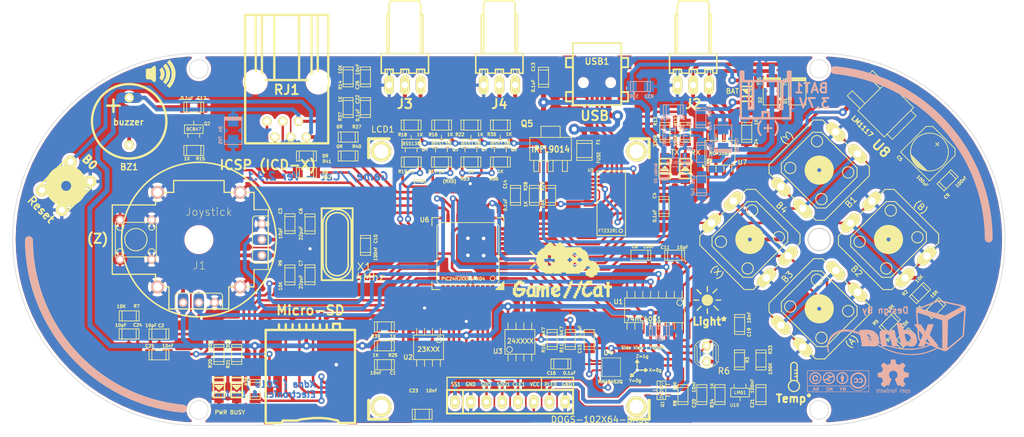
<source format=kicad_pcb>
(kicad_pcb (version 20171130) (host pcbnew "(5.1.5)-2")
  (title_block (title GAME//CAT) (date 2015-12-07) (rev 2.8) (company "Xdna Electronics & Design") (comment 1 "Processor: PIC24HJ128GP504") (comment 2 "GLCD: Nokia 5110"))
  (layers (0 F.Cu signal) (31 B.Cu signal) (34 B.Paste user) (35 F.Paste user) (36 B.SilkS user) (37 F.SilkS user) (38 B.Mask user) (39 F.Mask user) (44 Edge.Cuts user))
  (net 0 "")
  (net 1 GND)
  (net 2 RESET)
  (net 3 LV)
  (net 4 OSC1)
  (net 5 OSC2)
  (net 6 TXU-5V)
  (net 7 RXU-5V)
  (net 8 "Net-(LD3-Pad1)")
  (net 9 "Net-(LD4-Pad1)")
  (net 10 "Net-(Q1-Pad1)")
  (net 11 "Net-(Q2-Pad1)")
  (net 12 TXU-3V3)
  (net 13 RXU-3V3)
  (net 14 CTRL-LED)
  (net 15 SCL)
  (net 16 SDA)
  (net 17 BUZZER)
  (net 18 LED-PW)
  (net 19 LED-BUSY)
  (net 20 PGC)
  (net 21 PGD)
  (net 22 ADC-0)
  (net 23 MUX-C)
  (net 24 MUX-B)
  (net 25 MUX-A)
  (net 26 RXD)
  (net 27 TXC)
  (net 28 RXC)
  (net 29 /USBDM)
  (net 30 /CANH)
  (net 31 /CANL)
  (net 32 /USBDP)
  (net 33 CHECK-SD)
  (net 34 /CBUS1)
  (net 35 /CBUS0)
  (net 36 "/B(Y)")
  (net 37 "/B(B)")
  (net 38 "/B(A)")
  (net 39 "/B(X)")
  (net 40 /VCAP)
  (net 41 /LED)
  (net 42 CLK1)
  (net 43 SDI1)
  (net 44 TXD)
  (net 45 /RS)
  (net 46 SS1)
  (net 47 SDO1)
  (net 48 SDO2)
  (net 49 CLK2)
  (net 50 SDI2)
  (net 51 BUTTON-R)
  (net 52 AUX)
  (net 53 SLEEP)
  (net 54 VCC+)
  (net 55 PWREN)
  (net 56 /CTRL)
  (net 57 "Net-(F1-Pad1)")
  (net 58 "Net-(C14-Pad1)")
  (net 59 "Net-(C16-Pad1)")
  (net 60 +5C)
  (net 61 "Net-(LD5-Pad2)")
  (net 62 "Net-(R30-Pad2)")
  (net 63 /BAT)
  (net 64 /PROG)
  (net 65 "AXIS(X)")
  (net 66 "AXIS(Y)")
  (net 67 LIGHT)
  (net 68 TEMP)
  (net 69 "Net-(R3-Pad2)")
  (net 70 PWMB-5V)
  (net 71 PWMA-5V)
  (net 72 PWMA-3V3)
  (net 73 PWMB-3V3)
  (net 74 "Net-(C22-Pad1)")
  (net 75 "Net-(LD1-Pad2)")
  (net 76 "Net-(LD2-Pad2)")
  (net 77 "Net-(C13-Pad1)")
  (net 78 /RESET_)
  (net 79 /_PGD)
  (net 80 /_PGC)
  (net 81 /_AUX)
  (net 82 SS_RAM)
  (net 83 SS_SD)
  (net 84 +3V3)
  (net 85 "Net-(SD1-Pad1)")
  (net 86 "Net-(SD1-Pad8)")
  (net 87 "Net-(U4-Pad9)")
  (net 88 "Net-(U4-Pad11)")
  (net 89 "Net-(U5-Pad8)")
  (net 90 "Net-(U5-Pad9)")
  (net 91 "Net-(U5-Pad10)")
  (net 92 "Net-(U5-Pad6)")
  (net 93 "Net-(U5-Pad11)")
  (net 94 "Net-(U5-Pad24)")
  (net 95 "Net-(U5-Pad27)")
  (net 96 "Net-(U5-Pad28)")
  (net 97 "Net-(U5-Pad2)")
  (net 98 "Net-(U5-Pad3)")
  (net 99 "Net-(U5-Pad13)")
  (net 100 "Net-(U7-Pad5)")
  (net 101 "Net-(USB1-Pad4)")
  (module lib_fp:sound (layer F.Cu) (at 85.09 72.39)
    (fp_text reference G*** hide)
    (fp_text value LOGO hide)
  )
  (module lib_fp:Logo_silk_OSHW_6x6mm (layer B.Cu) (at 203.2 120.65 180)
    (fp_text reference G*** hide)
    (fp_text value LOGO hide)
  )
  (module lib_fp:Logo_silk_CC-BY-NC-SA_10x3.6mm (layer B.Cu) (at 194.31 121.92 180)
    (fp_text reference G*** hide)
    (fp_text value LOGO hide)
  )
  (module lib_fp:xdna-electronics-design (layer B.Cu) (at 203.2 113.03 180)
    (fp_text reference G*** hide)
    (fp_text value LOGO hide)
  )
  (module lib_fp:game-cat (layer F.Cu) (at 149.86 104.14)
    (fp_text reference "" hide)
    (fp_text value XDNA hide)
  )
  (module lib_fp:PCB_PUSH (layer F.Cu) (at 69.85 90.424 135)
    (fp_text reference B0 (at 0 5.388154 135) (layer F.SilkS) (effects (font (size 1.27 1.27) (thickness 0.3175))))
    (fp_text value Reset (at 0.179605 -5.567759 135) (layer F.SilkS) (effects (font (size 1.27 1.27) (thickness 0.254))))
    (pad 3 thru_hole circle (at -2.25044 3.2512 135) (size 1.99898 1.99898) (drill 1.00076) (layers *.Cu *.Mask F.SilkS) (net 1 GND))
    (pad 4 thru_hole circle (at 2.25044 -3.2512 135) (size 1.99898 1.99898) (drill 1.00076) (layers *.Cu *.Mask F.SilkS) (net 2 RESET))
    (pad 2 thru_hole circle (at 2.25044 3.2512 135) (size 1.99898 1.99898) (drill 1.00076) (layers *.Cu *.Mask F.SilkS) (net 2 RESET))
    (pad 1 thru_hole circle (at -2.25044 -3.2512 135) (size 1.99898 1.99898) (drill 1.00076) (layers *.Cu *.Mask F.SilkS) (net 1 GND))
  )
  (module lib_fp:tactil-swicht-post-yellow-12x12 (layer F.Cu) (at 191.262 87.884 225)
    (fp_text reference B1 (at 0 -7.264401 225) (layer F.SilkS))
    (fp_text value "(Y)" (at 0 7.416801 225) (layer F.SilkS))
    (pad 4 thru_hole oval (at 6.2484 2.4892 225) (size 1.7907 3.5814) (drill 1.1938) (layers *.Cu F.Paste F.SilkS F.Mask) (net 1 GND))
    (pad 2 thru_hole oval (at 6.2484 -2.4892 225) (size 1.7907 3.5814) (drill 1.1938) (layers *.Cu F.Paste F.SilkS F.Mask) (net 36 "/B(Y)"))
    (pad 3 thru_hole oval (at -6.2484 2.4892 225) (size 1.7907 3.5814) (drill 1.1938) (layers *.Cu F.Paste F.SilkS F.Mask) (net 1 GND))
    (pad 1 thru_hole oval (at -6.2484 -2.4892 225) (size 1.7907 3.5814) (drill 1.1938) (layers *.Cu F.Paste F.SilkS F.Mask) (net 36 "/B(Y)"))
  )
  (module lib_fp:tactil-swicht-post-red-12x12 (layer F.Cu) (at 202.438 99.06 135)
    (fp_text reference B2 (at 0 -7.264401 135) (layer F.SilkS))
    (fp_text value "(B)" (at 0 7.416801 135) (layer F.SilkS))
    (pad 4 thru_hole oval (at 6.2484 2.4892 135) (size 1.7907 3.5814) (drill 1.1938) (layers *.Cu F.Paste F.SilkS F.Mask) (net 1 GND))
    (pad 2 thru_hole oval (at 6.2484 -2.4892 135) (size 1.7907 3.5814) (drill 1.1938) (layers *.Cu F.Paste F.SilkS F.Mask) (net 37 "/B(B)"))
    (pad 3 thru_hole oval (at -6.2484 2.4892 135) (size 1.7907 3.5814) (drill 1.1938) (layers *.Cu F.Paste F.SilkS F.Mask) (net 1 GND))
    (pad 1 thru_hole oval (at -6.2484 -2.4892 135) (size 1.7907 3.5814) (drill 1.1938) (layers *.Cu F.Paste F.SilkS F.Mask) (net 37 "/B(B)"))
  )
  (module lib_fp:tactil-swicht-post-green-12x12 (layer F.Cu) (at 191.262 110.236 45)
    (fp_text reference B3 (at 0 -7.264401 45) (layer F.SilkS))
    (fp_text value "(A)" (at 0 7.416801 45) (layer F.SilkS))
    (pad 4 thru_hole oval (at 6.2484 2.4892 45) (size 1.7907 3.5814) (drill 1.1938) (layers *.Cu F.Paste F.SilkS F.Mask) (net 1 GND))
    (pad 2 thru_hole oval (at 6.2484 -2.4892 45) (size 1.7907 3.5814) (drill 1.1938) (layers *.Cu F.Paste F.SilkS F.Mask) (net 38 "/B(A)"))
    (pad 3 thru_hole oval (at -6.2484 2.4892 45) (size 1.7907 3.5814) (drill 1.1938) (layers *.Cu F.Paste F.SilkS F.Mask) (net 1 GND))
    (pad 1 thru_hole oval (at -6.2484 -2.4892 45) (size 1.7907 3.5814) (drill 1.1938) (layers *.Cu F.Paste F.SilkS F.Mask) (net 38 "/B(A)"))
  )
  (module lib_fp:tactil-swicht-post-blue-12x12 (layer F.Cu) (at 180.086 99.06 315)
    (fp_text reference B4 (at 0 -7.264401 315) (layer F.SilkS))
    (fp_text value "(X)" (at 0 7.416801 315) (layer F.SilkS))
    (pad 4 thru_hole oval (at 6.2484 2.4892 315) (size 1.7907 3.5814) (drill 1.1938) (layers *.Cu F.Paste F.SilkS F.Mask) (net 1 GND))
    (pad 2 thru_hole oval (at 6.2484 -2.4892 315) (size 1.7907 3.5814) (drill 1.1938) (layers *.Cu F.Paste F.SilkS F.Mask) (net 39 "/B(X)"))
    (pad 3 thru_hole oval (at -6.2484 2.4892 315) (size 1.7907 3.5814) (drill 1.1938) (layers *.Cu F.Paste F.SilkS F.Mask) (net 1 GND))
    (pad 1 thru_hole oval (at -6.2484 -2.4892 315) (size 1.7907 3.5814) (drill 1.1938) (layers *.Cu F.Paste F.SilkS F.Mask) (net 39 "/B(X)"))
  )
  (module lib_fp:s2b-ph-sm4-tb (layer B.Cu) (at 182.626 72.517 180)
    (fp_text reference BAT1 (at -7.366 -2.159 180) (layer B.SilkS) (effects (font (size 1.524 1.524) (thickness 0.3048)) (justify mirror)))
    (fp_text value 3,7V (at -7.874 -4.572 180) (layer B.SilkS) (effects (font (size 1.524 1.524) (thickness 0.3048)) (justify mirror)))
    (pad 2 smd rect (at 3.34772 -5.74802 180) (size 1.4986 3.39598) (layers B.Cu B.Paste B.Mask) (net 1 GND))
    (pad 2 smd rect (at -3.34518 -5.74802 180) (size 1.4986 3.39852) (layers B.Cu B.Paste B.Mask) (net 1 GND))
    (pad 2 smd rect (at 1.00076 0 180) (size 0.99822 3.49758) (layers B.Cu B.Paste B.Mask) (net 1 GND))
    (pad 1 smd rect (at -1.00076 0 180) (size 0.99568 3.49758) (layers B.Cu B.Paste B.Mask) (net 63 /BAT))
  )
  (module lib_fp:buzzer_tmb (layer F.Cu) (at 80.01 80.01 90)
    (fp_text reference BZ1 (at -7.366 0 180) (layer F.SilkS) (effects (font (size 0.99822 0.99822) (thickness 0.19812))))
    (fp_text value buzzer (at -0.127 -0.127 180) (layer F.SilkS) (effects (font (size 0.99822 0.99822) (thickness 0.19812))))
    (pad 1 thru_hole circle (at 3.8 0 90) (size 1.5 1.5) (drill 0.8) (layers *.Cu *.Mask F.SilkS) (net 84 +3V3))
    (pad 2 thru_hole circle (at -3.8 0 90) (size 1.5 1.5) (drill 0.8) (layers *.Cu *.Mask F.SilkS) (net 56 /CTRL))
  )
  (module lib_fp:c_1206 (layer F.Cu) (at 121.158 119.253 180)
    (fp_text reference C1 (at -1.3716 -1.3208 180) (layer F.SilkS) (effects (font (size 0.50038 0.50038) (thickness 0.11938))))
    (fp_text value 10nF (at 1.3716 -1.3208 180) (layer F.SilkS) (effects (font (size 0.50038 0.50038) (thickness 0.11938))))
    (pad 2 smd rect (at -1.397 0 180) (size 1.6002 1.8034) (layers F.Cu F.Paste F.Mask) (net 1 GND))
    (pad 1 smd rect (at 1.397 0 180) (size 1.6002 1.8034) (layers F.Cu F.Paste F.Mask) (net 84 +3V3))
  )
  (module lib_fp:c_1206 (layer F.Cu) (at 84.8106 114.3127)
    (fp_text reference C2 (at 0.3429 -1.3716) (layer F.SilkS) (effects (font (size 0.50038 0.50038) (thickness 0.11938))))
    (fp_text value 10pF (at -1.27 -1.397) (layer F.SilkS) (effects (font (size 0.50038 0.50038) (thickness 0.11938))))
    (pad 1 smd rect (at 1.397 0) (size 1.6002 1.8034) (layers F.Cu F.Paste F.Mask) (net 65 "AXIS(X)"))
    (pad 2 smd rect (at -1.397 0) (size 1.6002 1.8034) (layers F.Cu F.Paste F.Mask) (net 1 GND))
  )
  (module lib_fp:c_1206 (layer F.Cu) (at 105.918 96.52 270)
    (fp_text reference C3 (at -2.032 1.524 270) (layer F.SilkS) (effects (font (size 0.50038 0.50038) (thickness 0.11938))))
    (fp_text value 10pF (at 1.524 1.524 270) (layer F.SilkS) (effects (font (size 0.50038 0.50038) (thickness 0.11938))))
    (pad 1 smd rect (at 1.397 0 270) (size 1.6002 1.8034) (layers F.Cu F.Paste F.Mask) (net 66 "AXIS(Y)"))
    (pad 2 smd rect (at -1.397 0 270) (size 1.6002 1.8034) (layers F.Cu F.Paste F.Mask) (net 1 GND))
  )
  (module lib_fp:c_1206 (layer F.Cu) (at 166.25 93.75 270)
    (fp_text reference C4 (at -1.778 1.524 270) (layer F.SilkS) (effects (font (size 0.50038 0.50038) (thickness 0.11938))))
    (fp_text value 0.1uF (at 1.524 1.524 270) (layer F.SilkS) (effects (font (size 0.50038 0.50038) (thickness 0.11938))))
    (pad 1 smd rect (at 1.397 0 270) (size 1.6002 1.8034) (layers F.Cu F.Paste F.Mask) (net 3 LV))
    (pad 2 smd rect (at -1.397 0 270) (size 1.6002 1.8034) (layers F.Cu F.Paste F.Mask) (net 1 GND))
  )
  (module lib_fp:c_elec_6.3x4.5 (layer F.Cu) (at 209.042 84.963 45)
    (fp_text reference C5 (at -4.130918 -2.694077 135) (layer F.SilkS) (effects (font (size 0.50038 0.50038) (thickness 0.11938))))
    (fp_text value 100uF (at -4.130918 2.514472 135) (layer F.SilkS) (effects (font (size 0.50038 0.50038) (thickness 0.11938))))
    (pad 2 smd rect (at -2.750819 0 45) (size 3.59918 1.6002) (layers F.Cu F.Paste F.Mask) (net 1 GND))
    (pad 1 smd rect (at 2.750819 0 45) (size 3.59918 1.6002) (layers F.Cu F.Paste F.Mask) (net 84 +3V3))
  )
  (module lib_fp:c_1206 (layer F.Cu) (at 109.1692 96.5454 90)
    (fp_text reference C6 (at 2.0574 -1.4732 90) (layer F.SilkS) (effects (font (size 0.50038 0.50038) (thickness 0.11938))))
    (fp_text value 22puF (at -1.4986 -1.4732 90) (layer F.SilkS) (effects (font (size 0.50038 0.50038) (thickness 0.11938))))
    (pad 1 smd rect (at 1.397 0 90) (size 1.6002 1.8034) (layers F.Cu F.Paste F.Mask) (net 4 OSC1))
    (pad 2 smd rect (at -1.397 0 90) (size 1.6002 1.8034) (layers F.Cu F.Paste F.Mask) (net 1 GND))
  )
  (module lib_fp:c_1206 (layer F.Cu) (at 109.1692 104.7496 270)
    (fp_text reference C7 (at -1.8796 1.4732 270) (layer F.SilkS) (effects (font (size 0.50038 0.50038) (thickness 0.11938))))
    (fp_text value 22puF (at 1.1684 1.4732 270) (layer F.SilkS) (effects (font (size 0.50038 0.50038) (thickness 0.11938))))
    (pad 2 smd rect (at -1.397 0 270) (size 1.6002 1.8034) (layers F.Cu F.Paste F.Mask) (net 1 GND))
    (pad 1 smd rect (at 1.397 0 270) (size 1.6002 1.8034) (layers F.Cu F.Paste F.Mask) (net 5 OSC2))
  )
  (module lib_fp:c_tant_S (layer F.Cu) (at 162.5 101.6)
    (fp_text reference C8 (at -1 -1.4) (layer F.SilkS) (effects (font (size 0.50038 0.50038) (thickness 0.11938))))
    (fp_text value 10uF (at 1.3 -1.4) (layer F.SilkS) (effects (font (size 0.50038 0.50038) (thickness 0.11938))))
    (pad 1 smd rect (at -1.37414 0) (size 1.95072 1.50114) (layers F.Cu F.Paste F.Mask) (net 40 /VCAP))
    (pad 2 smd rect (at 1.37414 0) (size 1.95072 1.50114) (layers F.Cu F.Paste F.Mask) (net 1 GND))
  )
  (module lib_fp:c_1206 (layer F.Cu) (at 211.963 89.535 45)
    (fp_text reference C9 (at -1.885854 1.706249 45) (layer F.SilkS) (effects (font (size 0.50038 0.50038) (thickness 0.11938))))
    (fp_text value 100nf (at 1.347038 1.706249 45) (layer F.SilkS) (effects (font (size 0.50038 0.50038) (thickness 0.11938))))
    (pad 1 smd rect (at 1.397 0 45) (size 1.6002 1.8034) (layers F.Cu F.Paste F.Mask) (net 84 +3V3))
    (pad 2 smd rect (at -1.397 0 45) (size 1.6002 1.8034) (layers F.Cu F.Paste F.Mask) (net 1 GND))
  )
  (module lib_fp:c_1206 (layer F.Cu) (at 118.11 100.0125 90)
    (fp_text reference C10 (at 1.0414 1.651 90) (layer F.SilkS) (effects (font (size 0.50038 0.50038) (thickness 0.11938))))
    (fp_text value 100nf (at -1.397 1.6256 90) (layer F.SilkS) (effects (font (size 0.50038 0.50038) (thickness 0.11938))))
    (pad 1 smd rect (at 1.397 0 90) (size 1.6002 1.8034) (layers F.Cu F.Paste F.Mask) (net 84 +3V3))
    (pad 2 smd rect (at -1.397 0 90) (size 1.6002 1.8034) (layers F.Cu F.Paste F.Mask) (net 1 GND))
  )
  (module lib_fp:c_1206 (layer F.Cu) (at 167.9575 101.6)
    (fp_text reference C11 (at -1.524 -1.27) (layer F.SilkS) (effects (font (size 0.50038 0.50038) (thickness 0.11938))))
    (fp_text value 10pF (at 1.27 -1.27) (layer F.SilkS) (effects (font (size 0.50038 0.50038) (thickness 0.11938))))
    (pad 2 smd rect (at -1.397 0) (size 1.6002 1.8034) (layers F.Cu F.Paste F.Mask) (net 22 ADC-0))
    (pad 1 smd rect (at 1.397 0) (size 1.6002 1.8034) (layers F.Cu F.Paste F.Mask) (net 1 GND))
  )
  (module lib_fp:c_1206 (layer F.Cu) (at 90.424 77.724 180)
    (fp_text reference C12 (at -1.27 1.4605 180) (layer F.SilkS) (effects (font (size 0.50038 0.50038) (thickness 0.11938))))
    (fp_text value 0.1uF (at 1.0795 1.4605 180) (layer F.SilkS) (effects (font (size 0.50038 0.50038) (thickness 0.11938))))
    (pad 1 smd rect (at 1.397 0 180) (size 1.6002 1.8034) (layers F.Cu F.Paste F.Mask) (net 84 +3V3))
    (pad 2 smd rect (at -1.397 0 180) (size 1.6002 1.8034) (layers F.Cu F.Paste F.Mask) (net 1 GND))
  )
  (module lib_fp:c_1206 (layer F.Cu) (at 146.812 72.898 270)
    (fp_text reference C13 (at -1.651 1.651 270) (layer F.SilkS) (effects (font (size 0.50038 0.50038) (thickness 0.11938))))
    (fp_text value 0.1uF (at 1.397 1.651 270) (layer F.SilkS) (effects (font (size 0.50038 0.50038) (thickness 0.11938))))
    (pad 2 smd rect (at -1.397 0 270) (size 1.6002 1.8034) (layers F.Cu F.Paste F.Mask) (net 1 GND))
    (pad 1 smd rect (at 1.397 0 270) (size 1.6002 1.8034) (layers F.Cu F.Paste F.Mask) (net 77 "Net-(C13-Pad1)"))
  )
  (module lib_fp:c_1206 (layer F.Cu) (at 142.2908 91.948 270)
    (fp_text reference C14 (at -1.778 1.651 270) (layer F.SilkS) (effects (font (size 0.50038 0.50038) (thickness 0.11938))))
    (fp_text value 0.1uF (at 1.524 1.651 270) (layer F.SilkS) (effects (font (size 0.50038 0.50038) (thickness 0.11938))))
    (pad 1 smd rect (at 1.397 0 270) (size 1.6002 1.8034) (layers F.Cu F.Paste F.Mask) (net 58 "Net-(C14-Pad1)"))
    (pad 2 smd rect (at -1.397 0 270) (size 1.6002 1.8034) (layers F.Cu F.Paste F.Mask) (net 77 "Net-(C13-Pad1)"))
  )
  (module lib_fp:c_1206 (layer F.Cu) (at 154.178 115.189 270)
    (fp_text reference C15 (at 1.524 1.524 270) (layer F.SilkS) (effects (font (size 0.50038 0.50038) (thickness 0.11938))))
    (fp_text value 0.1uF (at -1.27 1.524 270) (layer F.SilkS) (effects (font (size 0.50038 0.50038) (thickness 0.11938))))
    (pad 2 smd rect (at -1.397 0 270) (size 1.6002 1.8034) (layers F.Cu F.Paste F.Mask) (net 1 GND))
    (pad 1 smd rect (at 1.397 0 270) (size 1.6002 1.8034) (layers F.Cu F.Paste F.Mask) (net 84 +3V3))
  )
  (module lib_fp:c_1206 (layer F.Cu) (at 149.606 119.126)
    (fp_text reference C16 (at -1.524 1.4732) (layer F.SilkS) (effects (font (size 0.50038 0.50038) (thickness 0.11938))))
    (fp_text value 0.1uF (at 1.397 1.4732) (layer F.SilkS) (effects (font (size 0.50038 0.50038) (thickness 0.11938))))
    (pad 2 smd rect (at -1.397 0) (size 1.6002 1.8034) (layers F.Cu F.Paste F.Mask) (net 1 GND))
    (pad 1 smd rect (at 1.397 0) (size 1.6002 1.8034) (layers F.Cu F.Paste F.Mask) (net 59 "Net-(C16-Pad1)"))
  )
  (module lib_fp:c_tant_A (layer B.Cu) (at 172.312713 85.02252 90)
    (fp_text reference C17 (at -1.08348 1.423287 90) (layer B.SilkS) (effects (font (size 0.50038 0.50038) (thickness 0.11938)) (justify mirror)))
    (fp_text value 4,7uF (at 1.07552 1.486787 90) (layer B.SilkS) (effects (font (size 0.50038 0.50038) (thickness 0.11938)) (justify mirror)))
    (pad 2 smd rect (at 1.37414 0 90) (size 1.95072 1.50114) (layers B.Cu B.Paste B.Mask) (net 1 GND))
    (pad 1 smd rect (at -1.37414 0 90) (size 1.95072 1.50114) (layers B.Cu B.Paste B.Mask) (net 63 /BAT))
  )
  (module lib_fp:c_tant_A (layer B.Cu) (at 172.3 90.4 270)
    (fp_text reference C18 (at -1.016 1.397 270) (layer B.SilkS) (effects (font (size 0.50038 0.50038) (thickness 0.11938)) (justify mirror)))
    (fp_text value 1uF (at 1.016 1.400978 270) (layer B.SilkS) (effects (font (size 0.50038 0.50038) (thickness 0.11938)) (justify mirror)))
    (pad 1 smd rect (at -1.37414 0 270) (size 1.95072 1.50114) (layers B.Cu B.Paste B.Mask) (net 60 +5C))
    (pad 2 smd rect (at 1.37414 0 270) (size 1.95072 1.50114) (layers B.Cu B.Paste B.Mask) (net 1 GND))
  )
  (module lib_fp:c_1206 (layer F.Cu) (at 178.435 112.776 270)
    (fp_text reference C19 (at 1.27 -1.524 270) (layer F.SilkS) (effects (font (size 0.50038 0.50038) (thickness 0.11938))))
    (fp_text value 10nF (at -1.143 -1.524 270) (layer F.SilkS) (effects (font (size 0.50038 0.50038) (thickness 0.11938))))
    (pad 2 smd rect (at -1.397 0 270) (size 1.6002 1.8034) (layers F.Cu F.Paste F.Mask) (net 1 GND))
    (pad 1 smd rect (at 1.397 0 270) (size 1.6002 1.8034) (layers F.Cu F.Paste F.Mask) (net 67 LIGHT))
  )
  (module lib_fp:c_1206 (layer F.Cu) (at 172.339 124.079 90)
    (fp_text reference C20 (at -1.397 -1.27 90) (layer F.SilkS) (effects (font (size 0.50038 0.50038) (thickness 0.11938))))
    (fp_text value 10nF (at 1.27 -1.27 90) (layer F.SilkS) (effects (font (size 0.50038 0.50038) (thickness 0.11938))))
    (pad 2 smd rect (at -1.397 0 90) (size 1.6002 1.8034) (layers F.Cu F.Paste F.Mask) (net 1 GND))
    (pad 1 smd rect (at 1.397 0 90) (size 1.6002 1.8034) (layers F.Cu F.Paste F.Mask) (net 68 TEMP))
  )
  (module lib_fp:c_1206 (layer F.Cu) (at 181.864 124.079 90)
    (fp_text reference C21 (at -1.397 -1.397 90) (layer F.SilkS) (effects (font (size 0.50038 0.50038) (thickness 0.11938))))
    (fp_text value 100nF (at 1.397 -1.397 90) (layer F.SilkS) (effects (font (size 0.50038 0.50038) (thickness 0.11938))))
    (pad 1 smd rect (at 1.397 0 90) (size 1.6002 1.8034) (layers F.Cu F.Paste F.Mask) (net 84 +3V3))
    (pad 2 smd rect (at -1.397 0 90) (size 1.6002 1.8034) (layers F.Cu F.Paste F.Mask) (net 1 GND))
  )
  (module lib_fp:c_1206 (layer F.Cu) (at 118.11 77.8002 90)
    (fp_text reference C22 (at 1.3208 -1.27 90) (layer F.SilkS) (effects (font (size 0.50038 0.50038) (thickness 0.11938))))
    (fp_text value 0.1uF (at -1.1938 -1.27 90) (layer F.SilkS) (effects (font (size 0.50038 0.50038) (thickness 0.11938))))
    (pad 2 smd rect (at -1.397 0 90) (size 1.6002 1.8034) (layers F.Cu F.Paste F.Mask) (net 1 GND))
    (pad 1 smd rect (at 1.397 0 90) (size 1.6002 1.8034) (layers F.Cu F.Paste F.Mask) (net 74 "Net-(C22-Pad1)"))
  )
  (module lib_fp:c_1206 (layer F.Cu) (at 127.254 127.254)
    (fp_text reference C23 (at -1.397 -3.81) (layer F.SilkS) (effects (font (size 0.50038 0.50038) (thickness 0.11938))))
    (fp_text value 10nF (at 1.524 -3.81) (layer F.SilkS) (effects (font (size 0.50038 0.50038) (thickness 0.11938))))
    (pad 2 smd rect (at -1.397 0) (size 1.6002 1.8034) (layers F.Cu F.Paste F.Mask) (net 1 GND))
    (pad 1 smd rect (at 1.397 0) (size 1.6002 1.8034) (layers F.Cu F.Paste F.Mask) (net 84 +3V3))
  )
  (module lib_fp:c_1206 (layer F.Cu) (at 79.9973 114.3 180)
    (fp_text reference C24 (at -1.3716 1.4478 180) (layer F.SilkS) (effects (font (size 0.50038 0.50038) (thickness 0.11938))))
    (fp_text value 10pF (at 1.3335 1.4097 180) (layer F.SilkS) (effects (font (size 0.50038 0.50038) (thickness 0.11938))))
    (pad 1 smd rect (at 1.397 0 180) (size 1.6002 1.8034) (layers F.Cu F.Paste F.Mask) (net 51 BUTTON-R))
    (pad 2 smd rect (at -1.397 0 180) (size 1.6002 1.8034) (layers F.Cu F.Paste F.Mask) (net 1 GND))
  )
  (module lib_fp:c_1206 (layer F.Cu) (at 84.8106 117.6528)
    (fp_text reference C25 (at -1.4986 -1.4224) (layer F.SilkS) (effects (font (size 0.50038 0.50038) (thickness 0.11938))))
    (fp_text value 10nF (at 1.4478 -1.4224) (layer F.SilkS) (effects (font (size 0.50038 0.50038) (thickness 0.11938))))
    (pad 2 smd rect (at -1.397 0) (size 1.6002 1.8034) (layers F.Cu F.Paste F.Mask) (net 1 GND))
    (pad 1 smd rect (at 1.397 0) (size 1.6002 1.8034) (layers F.Cu F.Paste F.Mask) (net 33 CHECK-SD))
  )
  (module lib_fp:c_1206 (layer F.Cu) (at 118.11 72.8472 90)
    (fp_text reference C26 (at -1.3208 -1.2954 90) (layer F.SilkS) (effects (font (size 0.50038 0.50038) (thickness 0.11938))))
    (fp_text value 10nF (at 1.2192 -1.27 90) (layer F.SilkS) (effects (font (size 0.50038 0.50038) (thickness 0.11938))))
    (pad 1 smd rect (at 1.397 0 90) (size 1.6002 1.8034) (layers F.Cu F.Paste F.Mask) (net 84 +3V3))
    (pad 2 smd rect (at -1.397 0 90) (size 1.6002 1.8034) (layers F.Cu F.Paste F.Mask) (net 1 GND))
  )
  (module lib_fp:c_1206 (layer B.Cu) (at 165.5 113.8)
    (fp_text reference C27 (at 0.0254 1.2954) (layer B.SilkS) (effects (font (size 0.50038 0.50038) (thickness 0.11938)) (justify mirror)))
    (fp_text value 1uF hide)
    (pad 2 smd rect (at -1.397 0) (size 1.6002 1.8034) (layers B.Cu B.Paste B.Mask) (net 84 +3V3))
    (pad 1 smd rect (at 1.397 0) (size 1.6002 1.8034) (layers B.Cu B.Paste B.Mask) (net 1 GND))
  )
  (module lib_fp:do214ac (layer F.Cu) (at 187.706 75.184 90)
    (fp_text reference D1 (at -1.524 -1.905 90) (layer F.SilkS) (effects (font (size 0.50038 0.50038) (thickness 0.11938))))
    (fp_text value TVS (at 1.524 -1.905 90) (layer F.SilkS) (effects (font (size 0.50038 0.50038) (thickness 0.11938))))
    (pad 1 smd rect (at -1.72974 0 90) (size 2.10058 1.69926) (layers F.Cu F.Paste F.Mask) (net 1 GND))
    (pad 2 smd rect (at 1.72974 0 90) (size 2.10058 1.69926) (layers F.Cu F.Paste F.Mask) (net 30 /CANH))
  )
  (module lib_fp:do214ac (layer F.Cu) (at 183.642 75.184 90)
    (fp_text reference D2 (at -1.397 -1.905 90) (layer F.SilkS) (effects (font (size 0.50038 0.50038) (thickness 0.11938))))
    (fp_text value TVS (at 1.651 -2.032 90) (layer F.SilkS) (effects (font (size 0.50038 0.50038) (thickness 0.11938))))
    (pad 2 smd rect (at 1.72974 0 90) (size 2.10058 1.69926) (layers F.Cu F.Paste F.Mask) (net 31 /CANL))
    (pad 1 smd rect (at -1.72974 0 90) (size 2.10058 1.69926) (layers F.Cu F.Paste F.Mask) (net 1 GND))
  )
  (module lib_fp:sod323 (layer B.Cu) (at 166.216713 88.578521 270)
    (fp_text reference D3 (at 1.019979 1.307213 270) (layer B.SilkS) (effects (font (size 0.39878 0.39878) (thickness 0.09906)) (justify mirror)))
    (fp_text value BAT60J (at -0.758021 1.27 270) (layer B.SilkS) (effects (font (size 0.39878 0.39878) (thickness 0.09906)) (justify mirror)))
    (pad 1 smd rect (at -1.09982 0 270) (size 1.00076 0.59944) (layers B.Cu B.Paste B.Mask) (net 77 "Net-(C13-Pad1)"))
    (pad 2 smd rect (at 1.09982 0 270) (size 1.00076 0.59944) (layers B.Cu B.Paste B.Mask) (net 60 +5C))
  )
  (module lib_fp:do214ac (layer B.Cu) (at 96.774 81.534 90)
    (fp_text reference D4 (at 0.254 -2.032 90) (layer B.SilkS) (effects (font (size 0.50038 0.50038) (thickness 0.11938)) (justify mirror)))
    (fp_text value TVS (at -1.524 -2.032 90) (layer B.SilkS) (effects (font (size 0.50038 0.50038) (thickness 0.11938)) (justify mirror)))
    (pad 2 smd rect (at 1.72974 0 90) (size 2.10058 1.69926) (layers B.Cu B.Paste B.Mask) (net 84 +3V3))
    (pad 1 smd rect (at -1.72974 0 90) (size 2.10058 1.69926) (layers B.Cu B.Paste B.Mask) (net 1 GND))
  )
  (module lib_fp:do214ac (layer B.Cu) (at 175.768 82.804 270)
    (fp_text reference D5 (at 1.778 -2.286 270) (layer B.SilkS) (effects (font (size 0.50038 0.50038) (thickness 0.11938)) (justify mirror)))
    (fp_text value TVS (at 0.508 -2.286 270) (layer B.SilkS) (effects (font (size 0.50038 0.50038) (thickness 0.11938)) (justify mirror)))
    (pad 1 smd rect (at -1.72974 0 270) (size 2.10058 1.69926) (layers B.Cu B.Paste B.Mask) (net 1 GND))
    (pad 2 smd rect (at 1.72974 0 270) (size 2.10058 1.69926) (layers B.Cu B.Paste B.Mask) (net 63 /BAT))
  )
  (module lib_fp:r_1210 (layer F.Cu) (at 153.416 84.709 90)
    (fp_text reference F1 (at 1.397 2.2225 270) (layer F.SilkS) (effects (font (size 0.50038 0.50038) (thickness 0.11938))))
    (fp_text value FUSE (at -1.143 2.286 270) (layer F.SilkS) (effects (font (size 0.50038 0.50038) (thickness 0.11938))))
    (pad 2 smd rect (at -1.397 0 90) (size 1.6002 2.6924) (layers F.Cu F.Paste F.Mask) (net 54 VCC+))
    (pad 1 smd rect (at 1.397 0 90) (size 1.6002 2.6924) (layers F.Cu F.Paste F.Mask) (net 57 "Net-(F1-Pad1)"))
  )
  (module lib_fp:joystick (layer F.Cu) (at 91.2495 99.0854 90)
    (fp_text reference J1 (at -4.1656 0.0762 180) (layer F.SilkS) (effects (font (size 1.27 1.27) (thickness 0.0889))))
    (fp_text value Joystick (at 4.4704 1.6002 180) (layer F.SilkS) (effects (font (size 1.27 1.27) (thickness 0.0889))))
    (pad "" np_thru_hole circle (at 0 0 90) (size 3.81 3.81) (drill 3.81) (layers *.Cu *.Mask F.SilkS))
    (pad 3 thru_hole circle (at -10.16 2.54 90) (size 1.397 1.397) (drill 0.889) (layers *.Cu *.Paste *.SilkS *.Mask) (net 1 GND))
    (pad 2 thru_hole circle (at -10.16 0 90) (size 1.397 1.397) (drill 0.889) (layers *.Cu *.Paste *.SilkS *.Mask) (net 65 "AXIS(X)"))
    (pad 1 thru_hole circle (at -10.16 -2.54 90) (size 1.397 1.397) (drill 0.889) (layers *.Cu *.Paste *.SilkS *.Mask) (net 84 +3V3))
    (pad 9 thru_hole circle (at 7.62 -6.6675 90) (size 2.0955 2.0955) (drill 1.397) (layers *.Cu *.Paste *.SilkS *.Mask) (net 1 GND))
    (pad 9 thru_hole circle (at 7.62 6.6675 90) (size 2.0955 2.0955) (drill 1.397) (layers *.Cu *.Paste *.SilkS *.Mask) (net 1 GND))
    (pad 9 thru_hole circle (at -7.62 6.6675 90) (size 2.0955 2.0955) (drill 1.397) (layers *.Cu *.Paste *.SilkS *.Mask) (net 1 GND))
    (pad 9 thru_hole circle (at -7.62 -6.6675 90) (size 2.0955 2.0955) (drill 1.397) (layers *.Cu *.Paste *.SilkS *.Mask) (net 1 GND))
    (pad 6 thru_hole circle (at 2.54 10.16 90) (size 1.397 1.397) (drill 0.889) (layers *.Cu *.Paste *.SilkS *.Mask) (net 1 GND))
    (pad 5 thru_hole circle (at 0 10.16 90) (size 1.397 1.397) (drill 0.889) (layers *.Cu *.Paste *.SilkS *.Mask) (net 66 "AXIS(Y)"))
    (pad 4 thru_hole circle (at -2.54 10.16 90) (size 1.397 1.397) (drill 0.889) (layers *.Cu *.Paste *.SilkS *.Mask) (net 84 +3V3))
    (pad 8 thru_hole circle (at 3.175 -7.62 90) (size 1.40716 1.40716) (drill 0.89916) (layers *.Cu *.Paste *.SilkS *.Mask) (net 1 GND))
    (pad 8 thru_hole circle (at -3.175 -7.62 90) (size 1.40716 1.40716) (drill 0.89916) (layers *.Cu *.Paste *.SilkS *.Mask) (net 1 GND))
    (pad 7 thru_hole circle (at 3.175 -12.7 90) (size 1.40716 1.40716) (drill 0.89916) (layers *.Cu *.SilkS *.Mask F.Paste) (net 51 BUTTON-R))
    (pad 7 thru_hole circle (at -3.175 -12.7 90) (size 1.40716 1.40716) (drill 0.89916) (layers *.Cu *.Paste *.SilkS *.Mask) (net 51 BUTTON-R))
  )
  (module lib_fp:molex-7593-3 (layer F.Cu) (at 170.942 74.168)
    (fp_text reference J2 (at 0 3.048) (layer F.SilkS) (effects (font (size 1.5 1.5) (thickness 0.3))))
    (fp_text value CAN)
    (pad 3 thru_hole oval (at -2.54 0) (size 1.524 3.048) (drill 1.016) (layers *.Cu F.Paste F.SilkS F.Mask) (net 1 GND))
    (pad 2 thru_hole oval (at 0 0) (size 1.524 3.048) (drill 1.016) (layers *.Cu F.Paste F.SilkS F.Mask) (net 30 /CANH))
    (pad 1 thru_hole oval (at 2.54 0) (size 1.524 3.048) (drill 1.016) (layers *.Cu F.Paste F.SilkS F.Mask) (net 31 /CANL))
    (pad 1 thru_hole oval (at 2.54 0) (size 1.524 3.048) (drill 1.016) (layers *.Cu F.Paste F.SilkS F.Mask) (net 31 /CANL))
    (pad 2 thru_hole oval (at 0 0) (size 1.524 3.048) (drill 1.016) (layers *.Cu F.Paste F.SilkS F.Mask) (net 30 /CANH))
    (pad 3 thru_hole oval (at -2.54 0) (size 1.524 3.048) (drill 1.016) (layers *.Cu F.Paste F.SilkS F.Mask) (net 1 GND))
  )
  (module lib_fp:molex-7593-3 (layer F.Cu) (at 124.46 74.168)
    (fp_text reference J3 (at 0 3.048) (layer F.SilkS) (effects (font (size 1.5 1.5) (thickness 0.3))))
    (fp_text value UART)
    (pad 3 thru_hole oval (at -2.54 0) (size 1.524 3.048) (drill 1.016) (layers *.Cu F.Paste F.SilkS F.Mask) (net 1 GND))
    (pad 2 thru_hole oval (at 0 0) (size 1.524 3.048) (drill 1.016) (layers *.Cu F.Paste F.SilkS F.Mask) (net 7 RXU-5V))
    (pad 1 thru_hole oval (at 2.54 0) (size 1.524 3.048) (drill 1.016) (layers *.Cu F.Paste F.SilkS F.Mask) (net 6 TXU-5V))
    (pad 1 thru_hole oval (at 2.54 0) (size 1.524 3.048) (drill 1.016) (layers *.Cu F.Paste F.SilkS F.Mask) (net 6 TXU-5V))
    (pad 2 thru_hole oval (at 0 0) (size 1.524 3.048) (drill 1.016) (layers *.Cu F.Paste F.SilkS F.Mask) (net 7 RXU-5V))
    (pad 3 thru_hole oval (at -2.54 0) (size 1.524 3.048) (drill 1.016) (layers *.Cu F.Paste F.SilkS F.Mask) (net 1 GND))
  )
  (module lib_fp:molex-7593-3 (layer F.Cu) (at 139.7 74.168)
    (fp_text reference J4 (at 0 3.048) (layer F.SilkS) (effects (font (size 1.5 1.5) (thickness 0.3))))
    (fp_text value PWM)
    (pad 3 thru_hole oval (at -2.54 0) (size 1.524 3.048) (drill 1.016) (layers *.Cu F.Paste F.SilkS F.Mask) (net 1 GND))
    (pad 2 thru_hole oval (at 0 0) (size 1.524 3.048) (drill 1.016) (layers *.Cu F.Paste F.SilkS F.Mask) (net 71 PWMA-5V))
    (pad 1 thru_hole oval (at 2.54 0) (size 1.524 3.048) (drill 1.016) (layers *.Cu F.Paste F.SilkS F.Mask) (net 70 PWMB-5V))
    (pad 1 thru_hole oval (at 2.54 0) (size 1.524 3.048) (drill 1.016) (layers *.Cu F.Paste F.SilkS F.Mask) (net 70 PWMB-5V))
    (pad 2 thru_hole oval (at 0 0) (size 1.524 3.048) (drill 1.016) (layers *.Cu F.Paste F.SilkS F.Mask) (net 71 PWMA-5V))
    (pad 3 thru_hole oval (at -2.54 0) (size 1.524 3.048) (drill 1.016) (layers *.Cu F.Paste F.SilkS F.Mask) (net 1 GND))
  )
  (module lib_fp:lcd-dogs-102x64-base (layer F.Cu) (at 141.23 105.4374)
    (fp_text reference LCD1 (at -20.32 -24.13) (layer F.SilkS))
    (fp_text value DOGS-102X64-BASE (at 14.726 22.6548 unlocked) (layer F.SilkS))
    (pad "" np_thru_hole circle (at 20.574 -20.574) (size 3.302 3.302) (drill 2.286) (layers *.Cu *.Mask F.SilkS))
    (pad "" np_thru_hole circle (at -20.574 -20.574) (size 3.302 3.302) (drill 2.286) (layers *.Cu *.Mask F.SilkS))
    (pad "" np_thru_hole circle (at 20.574 20.574) (size 3.302 3.302) (drill 2.286) (layers *.Cu *.Mask F.SilkS))
    (pad "" np_thru_hole circle (at -20.574 20.574) (size 3.302 3.302) (drill 2.286) (layers *.Cu *.Mask F.SilkS))
    (pad 1 thru_hole oval (at -8.69 19.81) (size 1.4986 2.1844) (drill 0.8001) (layers *.Cu *.Mask F.SilkS) (net 46 SS1))
    (pad 2 thru_hole oval (at -6.15 19.81) (size 1.4986 2.1844) (drill 0.8001) (layers *.Cu *.Mask F.SilkS) (net 1 GND))
    (pad 3 thru_hole oval (at -3.61 19.81) (size 1.4986 2.1844) (drill 0.8001) (layers *.Cu *.Mask F.SilkS) (net 43 SDI1))
    (pad 4 thru_hole oval (at -1.07 19.81) (size 1.4986 2.1844) (drill 0.8001) (layers *.Cu *.Mask F.SilkS) (net 47 SDO1))
    (pad 5 thru_hole oval (at 1.47 19.81) (size 1.4986 2.1844) (drill 0.8001) (layers *.Cu *.Mask F.SilkS) (net 42 CLK1))
    (pad 6 thru_hole oval (at 4.01 19.81) (size 1.4986 2.1844) (drill 0.8001) (layers *.Cu *.Mask F.SilkS) (net 84 +3V3))
    (pad 7 thru_hole oval (at 6.55 19.81) (size 1.4986 2.1844) (drill 0.8001) (layers *.Cu *.Mask F.SilkS) (net 41 /LED))
    (pad 8 thru_hole oval (at 9.09 19.81) (size 1.4986 2.1844) (drill 0.8001) (layers *.Cu *.Mask F.SilkS) (net 1 GND))
  )
  (module lib_fp:Led_1206 (layer F.Cu) (at 169.672 87.63 90)
    (fp_text reference LD1 hide)
    (fp_text value RX (at 2.6035 1.651 -180) (layer F.SilkS) (effects (font (size 0.8001 0.8001) (thickness 0.14986))))
    (pad 2 smd rect (at 1.74752 0 90) (size 1.4986 1.4986) (layers F.Cu F.Paste F.Mask) (net 75 "Net-(LD1-Pad2)"))
    (pad 1 smd rect (at -1.74752 0 90) (size 1.4986 1.4986) (layers F.Cu F.Paste F.Mask) (net 3 LV))
  )
  (module lib_fp:Led_1206 (layer F.Cu) (at 166.37 87.63 90)
    (fp_text reference LD2 hide)
    (fp_text value TX (at 2.63 1.63 -180) (layer F.SilkS) (effects (font (size 0.8001 0.8001) (thickness 0.14986))))
    (pad 1 smd rect (at -1.74752 0 90) (size 1.4986 1.4986) (layers F.Cu F.Paste F.Mask) (net 3 LV))
    (pad 2 smd rect (at 1.74752 0 90) (size 1.4986 1.4986) (layers F.Cu F.Paste F.Mask) (net 76 "Net-(LD2-Pad2)"))
  )
  (module lib_fp:Led_1206 (layer F.Cu) (at 94.488 122.936 270)
    (fp_text reference LD3 hide)
    (fp_text value PWR (at 4.0005 -0.3175) (layer F.SilkS) (effects (font (size 0.635 0.635) (thickness 0.127))))
    (pad 2 smd rect (at 1.74752 0 270) (size 1.4986 1.4986) (layers F.Cu F.Paste F.Mask) (net 1 GND))
    (pad 1 smd rect (at -1.74752 0 270) (size 1.4986 1.4986) (layers F.Cu F.Paste F.Mask) (net 8 "Net-(LD3-Pad1)"))
  )
  (module lib_fp:Led_1206 (layer F.Cu) (at 97.3455 122.936 270)
    (fp_text reference LD4 hide)
    (fp_text value BUSY (at 4.0005 -0.127) (layer F.SilkS) (effects (font (size 0.635 0.635) (thickness 0.127))))
    (pad 1 smd rect (at -1.74752 0 270) (size 1.4986 1.4986) (layers F.Cu F.Paste F.Mask) (net 9 "Net-(LD4-Pad1)"))
    (pad 2 smd rect (at 1.74752 0 270) (size 1.4986 1.4986) (layers F.Cu F.Paste F.Mask) (net 1 GND))
  )
  (module lib_fp:Led_1206 (layer F.Cu) (at 179.578 75.184 270)
    (fp_text reference LD5 hide)
    (fp_text value BAT (at -0.0254 2.3114) (layer F.SilkS) (effects (font (size 0.8001 0.8001) (thickness 0.14986))))
    (pad 2 smd rect (at 1.74752 0 270) (size 1.4986 1.4986) (layers F.Cu F.Paste F.Mask) (net 61 "Net-(LD5-Pad2)"))
    (pad 1 smd rect (at -1.74752 0 270) (size 1.4986 1.4986) (layers F.Cu F.Paste F.Mask) (net 77 "Net-(C13-Pad1)"))
  )
  (module lib_fp:sot23 (layer F.Cu) (at 165.82136 123.3805 90)
    (fp_text reference Q1 (at -2.2225 0.16764 90) (layer F.SilkS) (effects (font (size 0.50038 0.50038) (thickness 0.09906))))
    (fp_text value 2N2907 (at 0 0.04064 90) (layer F.SilkS) (effects (font (size 0.4826 0.4826) (thickness 0.09906))))
    (pad 1 smd rect (at -0.9525 1.05664 90) (size 0.59944 1.00076) (layers F.Cu F.Paste F.Mask) (net 10 "Net-(Q1-Pad1)"))
    (pad 2 smd rect (at 0 -1.05664 90) (size 0.59944 1.00076) (layers F.Cu F.Paste F.Mask) (net 41 /LED))
    (pad 3 smd rect (at 0.9525 1.05664 90) (size 0.59944 1.00076) (layers F.Cu F.Paste F.Mask) (net 84 +3V3))
  )
  (module lib_fp:sot23 (layer F.Cu) (at 90.424 81.28)
    (fp_text reference Q2 (at 2.159 -0.889) (layer F.SilkS) (effects (font (size 0.50038 0.50038) (thickness 0.09906))))
    (fp_text value BC847 (at 0 0) (layer F.SilkS) (effects (font (size 0.50038 0.50038) (thickness 0.09906))))
    (pad 3 smd rect (at 0.9525 1.05664) (size 0.59944 1.00076) (layers F.Cu F.Paste F.Mask) (net 1 GND))
    (pad 2 smd rect (at 0 -1.05664) (size 0.59944 1.00076) (layers F.Cu F.Paste F.Mask) (net 56 /CTRL))
    (pad 1 smd rect (at -0.9525 1.05664) (size 0.59944 1.00076) (layers F.Cu F.Paste F.Mask) (net 11 "Net-(Q2-Pad1)"))
  )
  (module lib_fp:sot23 (layer F.Cu) (at 130.3528 83.5914)
    (fp_text reference Q3 (at 2.2352 0.9652) (layer F.SilkS) (effects (font (size 0.50038 0.50038) (thickness 0.09906))))
    (fp_text value BSS138 (at 0 0) (layer F.SilkS) (effects (font (size 0.50038 0.50038) (thickness 0.09906))))
    (pad 3 smd rect (at 0.9525 1.05664) (size 0.59944 1.00076) (layers F.Cu F.Paste F.Mask) (net 12 TXU-3V3))
    (pad 2 smd rect (at 0 -1.05664) (size 0.59944 1.00076) (layers F.Cu F.Paste F.Mask) (net 6 TXU-5V))
    (pad 1 smd rect (at -0.9525 1.05664) (size 0.59944 1.00076) (layers F.Cu F.Paste F.Mask) (net 84 +3V3))
  )
  (module lib_fp:sot23 (layer F.Cu) (at 125.476 83.6041)
    (fp_text reference Q4 (at 2.1844 0.9525) (layer F.SilkS) (effects (font (size 0.50038 0.50038) (thickness 0.09906))))
    (fp_text value BSS138 (at 0.0127 0) (layer F.SilkS) (effects (font (size 0.50038 0.50038) (thickness 0.09906))))
    (pad 3 smd rect (at 0.9525 1.05664) (size 0.59944 1.00076) (layers F.Cu F.Paste F.Mask) (net 13 RXU-3V3))
    (pad 2 smd rect (at 0 -1.05664) (size 0.59944 1.00076) (layers F.Cu F.Paste F.Mask) (net 7 RXU-5V))
    (pad 1 smd rect (at -0.9525 1.05664) (size 0.59944 1.00076) (layers F.Cu F.Paste F.Mask) (net 84 +3V3))
  )
  (module lib_fp:sot223 (layer F.Cu) (at 147.955 84.455)
    (fp_text reference Q5 (at -3.81 -4.064) (layer F.SilkS) (effects (font (size 1.00076 1.00076) (thickness 0.20066))))
    (fp_text value IRFL9014 (at 0 0.0635) (layer F.SilkS) (effects (font (size 1.00076 0.889) (thickness 0.1905))))
    (pad 2 smd rect (at 0 -2.99974) (size 3.79984 1.80086) (layers F.Cu F.Paste F.Mask) (net 77 "Net-(C13-Pad1)"))
    (pad 3 smd rect (at 2.30124 2.99974) (size 1.30048 1.80086) (layers F.Cu F.Paste F.Mask) (net 54 VCC+))
    (pad 2 smd rect (at 0 2.99974) (size 1.30048 1.80086) (layers F.Cu F.Paste F.Mask) (net 77 "Net-(C13-Pad1)"))
    (pad 1 smd rect (at -2.30124 2.99974) (size 1.30048 1.80086) (layers F.Cu F.Paste F.Mask) (net 58 "Net-(C14-Pad1)"))
  )
  (module lib_fp:sot23 (layer B.Cu) (at 168.629713 86.632881)
    (fp_text reference Q6 (at 1.778 -2.114381 180) (layer B.SilkS) (effects (font (size 0.50038 0.50038) (thickness 0.09906)) (justify mirror)))
    (fp_text value NTR1P02LT1G (at 0 0.04064) (layer B.SilkS) (effects (font (size 0.4064 0.4064) (thickness 0.09525)) (justify mirror)))
    (pad 1 smd rect (at -0.9525 -1.05664) (size 0.59944 1.00076) (layers B.Cu B.Paste B.Mask) (net 77 "Net-(C13-Pad1)"))
    (pad 2 smd rect (at 0 1.05664) (size 0.59944 1.00076) (layers B.Cu B.Paste B.Mask) (net 63 /BAT))
    (pad 3 smd rect (at 0.9525 -1.05664) (size 0.59944 1.00076) (layers B.Cu B.Paste B.Mask) (net 60 +5C))
  )
  (module lib_fp:sot23 (layer F.Cu) (at 135.1026 83.5914)
    (fp_text reference Q7 (at 2.1844 0.9652) (layer F.SilkS) (effects (font (size 0.50038 0.50038) (thickness 0.09906))))
    (fp_text value BSS138 (at 0 0.0254) (layer F.SilkS) (effects (font (size 0.50038 0.50038) (thickness 0.09906))))
    (pad 1 smd rect (at -0.9525 1.05664) (size 0.59944 1.00076) (layers F.Cu F.Paste F.Mask) (net 84 +3V3))
    (pad 2 smd rect (at 0 -1.05664) (size 0.59944 1.00076) (layers F.Cu F.Paste F.Mask) (net 71 PWMA-5V))
    (pad 3 smd rect (at 0.9525 1.05664) (size 0.59944 1.00076) (layers F.Cu F.Paste F.Mask) (net 72 PWMA-3V3))
  )
  (module lib_fp:sot23 (layer F.Cu) (at 139.8524 83.5914)
    (fp_text reference Q8 (at 2.1844 0.9652) (layer F.SilkS) (effects (font (size 0.50038 0.50038) (thickness 0.09906))))
    (fp_text value BSS138 (at 0 0) (layer F.SilkS) (effects (font (size 0.50038 0.50038) (thickness 0.09906))))
    (pad 1 smd rect (at -0.9525 1.05664) (size 0.59944 1.00076) (layers F.Cu F.Paste F.Mask) (net 84 +3V3))
    (pad 2 smd rect (at 0 -1.05664) (size 0.59944 1.00076) (layers F.Cu F.Paste F.Mask) (net 70 PWMB-5V))
    (pad 3 smd rect (at 0.9525 1.05664) (size 0.59944 1.00076) (layers F.Cu F.Paste F.Mask) (net 73 PWMB-3V3))
  )
  (module lib_fp:r_1206 (layer F.Cu) (at 209.9564 110.1344 225)
    (fp_text reference R1 (at 1.796051 1.796051 225) (layer F.SilkS) (effects (font (size 0.50038 0.50038) (thickness 0.11938))))
    (fp_text value 10K (at -1.526644 1.706249 225) (layer F.SilkS) (effects (font (size 0.50038 0.50038) (thickness 0.11938))))
    (pad 1 smd rect (at 1.397 0 225) (size 1.6002 1.8034) (layers F.Cu F.Paste F.Mask) (net 84 +3V3))
    (pad 2 smd rect (at -1.397 0 225) (size 1.6002 1.8034) (layers F.Cu F.Paste F.Mask) (net 36 "/B(Y)"))
  )
  (module lib_fp:r_1206 (layer F.Cu) (at 207.518 107.696 225)
    (fp_text reference R2 (at 1.706249 1.706249 225) (layer F.SilkS) (effects (font (size 0.50038 0.50038) (thickness 0.11938))))
    (fp_text value 10K (at -1.526644 1.706249 225) (layer F.SilkS) (effects (font (size 0.50038 0.50038) (thickness 0.11938))))
    (pad 2 smd rect (at -1.397 0 225) (size 1.6002 1.8034) (layers F.Cu F.Paste F.Mask) (net 37 "/B(B)"))
    (pad 1 smd rect (at 1.397 0 225) (size 1.6002 1.8034) (layers F.Cu F.Paste F.Mask) (net 84 +3V3))
  )
  (module lib_fp:r_1206 (layer F.Cu) (at 178.4096 118.4656 270)
    (fp_text reference R3 (at 0.0254 -1.27 270) (layer F.SilkS) (effects (font (size 0.50038 0.50038) (thickness 0.11938))))
    (fp_text value 10K hide)
    (pad 2 smd rect (at -1.397 0 270) (size 1.6002 1.8034) (layers F.Cu F.Paste F.Mask) (net 69 "Net-(R3-Pad2)"))
    (pad 1 smd rect (at 1.397 0 270) (size 1.6002 1.8034) (layers F.Cu F.Paste F.Mask) (net 84 +3V3))
  )
  (module lib_fp:r_1206 (layer F.Cu) (at 205.0796 115.0112 45)
    (fp_text reference R4 (at -1.885854 -1.706249 45) (layer F.SilkS) (effects (font (size 0.50038 0.50038) (thickness 0.11938))))
    (fp_text value 10K (at 1.616446 -1.616446 45) (layer F.SilkS) (effects (font (size 0.50038 0.50038) (thickness 0.11938))))
    (pad 1 smd rect (at 1.397 0 45) (size 1.6002 1.8034) (layers F.Cu F.Paste F.Mask) (net 84 +3V3))
    (pad 2 smd rect (at -1.397 0 45) (size 1.6002 1.8034) (layers F.Cu F.Paste F.Mask) (net 39 "/B(X)"))
  )
  (module lib_fp:r_1206 (layer F.Cu) (at 202.6412 112.5728 45)
    (fp_text reference R5 (at -1.526644 -1.706249 45) (layer F.SilkS) (effects (font (size 0.50038 0.50038) (thickness 0.11938))))
    (fp_text value 10K (at 1.796051 -1.616446 45) (layer F.SilkS) (effects (font (size 0.50038 0.50038) (thickness 0.11938))))
    (pad 2 smd rect (at -1.397 0 45) (size 1.6002 1.8034) (layers F.Cu F.Paste F.Mask) (net 38 "/B(A)"))
    (pad 1 smd rect (at 1.397 0 45) (size 1.6002 1.8034) (layers F.Cu F.Paste F.Mask) (net 84 +3V3))
  )
  (module lib_fp:photo-cell (layer F.Cu) (at 173.101 117.475 90)
    (fp_text reference R6 (at -2.794 2.794 180) (layer F.SilkS))
    (fp_text value LDR)
    (pad 2 thru_hole circle (at 1.27 0 90) (size 1.4224 1.4224) (drill 0.762) (layers *.Cu *.Mask F.SilkS) (net 67 LIGHT))
    (pad 1 thru_hole circle (at -1.27 0 90) (size 1.4224 1.4224) (drill 0.7874) (layers *.Cu *.Mask F.SilkS) (net 69 "Net-(R3-Pad2)"))
  )
  (module lib_fp:r_1206 (layer F.Cu) (at 80.01 111.379 180)
    (fp_text reference R7 (at -1.1938 1.5621 180) (layer F.SilkS) (effects (font (size 0.50038 0.50038) (thickness 0.11938))))
    (fp_text value 10K (at 1.27 1.524 180) (layer F.SilkS) (effects (font (size 0.50038 0.50038) (thickness 0.11938))))
    (pad 1 smd rect (at 1.397 0 180) (size 1.6002 1.8034) (layers F.Cu F.Paste F.Mask) (net 51 BUTTON-R))
    (pad 2 smd rect (at -1.397 0 180) (size 1.6002 1.8034) (layers F.Cu F.Paste F.Mask) (net 84 +3V3))
  )
  (module lib_fp:r_1206 (layer F.Cu) (at 169.291 124.079 270)
    (fp_text reference R8 (at 1.397 1.27 270) (layer F.SilkS) (effects (font (size 0.50038 0.50038) (thickness 0.11938))))
    (fp_text value 10K (at -1.397 1.27 270) (layer F.SilkS) (effects (font (size 0.50038 0.50038) (thickness 0.11938))))
    (pad 1 smd rect (at 1.397 0 270) (size 1.6002 1.8034) (layers F.Cu F.Paste F.Mask) (net 10 "Net-(Q1-Pad1)"))
    (pad 2 smd rect (at -1.397 0 270) (size 1.6002 1.8034) (layers F.Cu F.Paste F.Mask) (net 14 CTRL-LED))
  )
  (module lib_fp:r_1206 (layer F.Cu) (at 105.918 104.775 270)
    (fp_text reference R9 (at -1.905 1.524 270) (layer F.SilkS) (effects (font (size 0.50038 0.50038) (thickness 0.11938))))
    (fp_text value 10K (at 1.778 1.524 270) (layer F.SilkS) (effects (font (size 0.50038 0.50038) (thickness 0.11938))))
    (pad 2 smd rect (at -1.397 0 270) (size 1.6002 1.8034) (layers F.Cu F.Paste F.Mask) (net 84 +3V3))
    (pad 1 smd rect (at 1.397 0 270) (size 1.6002 1.8034) (layers F.Cu F.Paste F.Mask) (net 33 CHECK-SD))
  )
  (module lib_fp:r_1206 (layer F.Cu) (at 148.209 115.189 270)
    (fp_text reference R10 (at 1.397 1.397 270) (layer F.SilkS) (effects (font (size 0.50038 0.50038) (thickness 0.11938))))
    (fp_text value 4K7 (at -1.27 1.397 270) (layer F.SilkS) (effects (font (size 0.50038 0.50038) (thickness 0.11938))))
    (pad 2 smd rect (at -1.397 0 270) (size 1.6002 1.8034) (layers F.Cu F.Paste F.Mask) (net 15 SCL))
    (pad 1 smd rect (at 1.397 0 270) (size 1.6002 1.8034) (layers F.Cu F.Paste F.Mask) (net 84 +3V3))
  )
  (module lib_fp:r_1206 (layer F.Cu) (at 151.13 115.189 270)
    (fp_text reference R11 (at 1.397 1.397 270) (layer F.SilkS) (effects (font (size 0.50038 0.50038) (thickness 0.11938))))
    (fp_text value 4K7 (at -1.397 1.397 270) (layer F.SilkS) (effects (font (size 0.50038 0.50038) (thickness 0.11938))))
    (pad 1 smd rect (at 1.397 0 270) (size 1.6002 1.8034) (layers F.Cu F.Paste F.Mask) (net 84 +3V3))
    (pad 2 smd rect (at -1.397 0 270) (size 1.6002 1.8034) (layers F.Cu F.Paste F.Mask) (net 16 SDA))
  )
  (module lib_fp:r_1206 (layer F.Cu) (at 169.672 81.788 270)
    (fp_text reference R12 (at -1.778 1.524 270) (layer F.SilkS) (effects (font (size 0.50038 0.50038) (thickness 0.11938))))
    (fp_text value 330R (at 1.397 1.524 270) (layer F.SilkS) (effects (font (size 0.50038 0.50038) (thickness 0.11938))))
    (pad 2 smd rect (at -1.397 0 270) (size 1.6002 1.8034) (layers F.Cu F.Paste F.Mask) (net 34 /CBUS1))
    (pad 1 smd rect (at 1.397 0 270) (size 1.6002 1.8034) (layers F.Cu F.Paste F.Mask) (net 75 "Net-(LD1-Pad2)"))
  )
  (module lib_fp:r_1206 (layer F.Cu) (at 166.37 81.788 270)
    (fp_text reference R13 (at -1.778 1.524 270) (layer F.SilkS) (effects (font (size 0.50038 0.50038) (thickness 0.11938))))
    (fp_text value 330R (at 1.397 1.524 270) (layer F.SilkS) (effects (font (size 0.50038 0.50038) (thickness 0.11938))))
    (pad 2 smd rect (at -1.397 0 270) (size 1.6002 1.8034) (layers F.Cu F.Paste F.Mask) (net 35 /CBUS0))
    (pad 1 smd rect (at 1.397 0 270) (size 1.6002 1.8034) (layers F.Cu F.Paste F.Mask) (net 76 "Net-(LD2-Pad2)"))
  )
  (module lib_fp:r_1206 (layer F.Cu) (at 115.316 72.8472 90)
    (fp_text reference R14 (at -1.3208 -1.27 90) (layer F.SilkS) (effects (font (size 0.50038 0.50038) (thickness 0.11938))))
    (fp_text value 10K (at 1.2192 -1.27 90) (layer F.SilkS) (effects (font (size 0.50038 0.50038) (thickness 0.11938))))
    (pad 1 smd rect (at 1.397 0 90) (size 1.6002 1.8034) (layers F.Cu F.Paste F.Mask) (net 84 +3V3))
    (pad 2 smd rect (at -1.397 0 90) (size 1.6002 1.8034) (layers F.Cu F.Paste F.Mask) (net 74 "Net-(C22-Pad1)"))
  )
  (module lib_fp:r_1206 (layer F.Cu) (at 90.424 84.709)
    (fp_text reference R15 (at 1.0795 1.3335) (layer F.SilkS) (effects (font (size 0.50038 0.50038) (thickness 0.11938))))
    (fp_text value 1K (at -1.0795 1.3335) (layer F.SilkS) (effects (font (size 0.50038 0.50038) (thickness 0.11938))))
    (pad 2 smd rect (at -1.397 0) (size 1.6002 1.8034) (layers F.Cu F.Paste F.Mask) (net 11 "Net-(Q2-Pad1)"))
    (pad 1 smd rect (at 1.397 0) (size 1.6002 1.8034) (layers F.Cu F.Paste F.Mask) (net 17 BUZZER))
  )
  (module lib_fp:r_1206 (layer F.Cu) (at 130.3909 80.6196)
    (fp_text reference R16 (at -1.3843 1.5367) (layer F.SilkS) (effects (font (size 0.50038 0.50038) (thickness 0.11938))))
    (fp_text value 1K (at 1.3843 1.5113) (layer F.SilkS) (effects (font (size 0.50038 0.50038) (thickness 0.11938))))
    (pad 1 smd rect (at 1.397 0) (size 1.6002 1.8034) (layers F.Cu F.Paste F.Mask) (net 60 +5C))
    (pad 2 smd rect (at -1.397 0) (size 1.6002 1.8034) (layers F.Cu F.Paste F.Mask) (net 6 TXU-5V))
  )
  (module lib_fp:r_1206 (layer F.Cu) (at 130.3528 86.5632 180)
    (fp_text reference R17 (at 1.397 -1.5494 180) (layer F.SilkS) (effects (font (size 0.50038 0.50038) (thickness 0.11938))))
    (fp_text value 1K (at 0 -1.5494 180) (layer F.SilkS) (effects (font (size 0.50038 0.50038) (thickness 0.11938))))
    (pad 1 smd rect (at 1.397 0 180) (size 1.6002 1.8034) (layers F.Cu F.Paste F.Mask) (net 84 +3V3))
    (pad 2 smd rect (at -1.397 0 180) (size 1.6002 1.8034) (layers F.Cu F.Paste F.Mask) (net 12 TXU-3V3))
  )
  (module lib_fp:r_1206 (layer F.Cu) (at 125.476 80.6196)
    (fp_text reference R18 (at -1.397 1.5494) (layer F.SilkS) (effects (font (size 0.50038 0.50038) (thickness 0.11938))))
    (fp_text value 1K (at 1.4224 1.524) (layer F.SilkS) (effects (font (size 0.50038 0.50038) (thickness 0.11938))))
    (pad 1 smd rect (at 1.397 0) (size 1.6002 1.8034) (layers F.Cu F.Paste F.Mask) (net 60 +5C))
    (pad 2 smd rect (at -1.397 0) (size 1.6002 1.8034) (layers F.Cu F.Paste F.Mask) (net 7 RXU-5V))
  )
  (module lib_fp:r_1206 (layer F.Cu) (at 125.4887 86.5632 180)
    (fp_text reference R19 (at 1.3843 -1.5367 180) (layer F.SilkS) (effects (font (size 0.50038 0.50038) (thickness 0.11938))))
    (fp_text value 1K (at 0.0127 -1.5367 180) (layer F.SilkS) (effects (font (size 0.50038 0.50038) (thickness 0.11938))))
    (pad 1 smd rect (at 1.397 0 180) (size 1.6002 1.8034) (layers F.Cu F.Paste F.Mask) (net 84 +3V3))
    (pad 2 smd rect (at -1.397 0 180) (size 1.6002 1.8034) (layers F.Cu F.Paste F.Mask) (net 13 RXU-3V3))
  )
  (module lib_fp:r_1206 (layer F.Cu) (at 94.488 117.602 270)
    (fp_text reference R20 (at 1.4605 1.397 270) (layer F.SilkS) (effects (font (size 0.50038 0.50038) (thickness 0.11938))))
    (fp_text value 330R (at -1.3335 1.397 270) (layer F.SilkS) (effects (font (size 0.50038 0.50038) (thickness 0.11938))))
    (pad 1 smd rect (at 1.397 0 270) (size 1.6002 1.8034) (layers F.Cu F.Paste F.Mask) (net 8 "Net-(LD3-Pad1)"))
    (pad 2 smd rect (at -1.397 0 270) (size 1.6002 1.8034) (layers F.Cu F.Paste F.Mask) (net 18 LED-PW))
  )
  (module lib_fp:r_1206 (layer F.Cu) (at 97.3455 117.602 270)
    (fp_text reference R21 (at 1.524 1.397 270) (layer F.SilkS) (effects (font (size 0.50038 0.50038) (thickness 0.11938))))
    (fp_text value 330R (at -1.4605 1.397 270) (layer F.SilkS) (effects (font (size 0.50038 0.50038) (thickness 0.11938))))
    (pad 1 smd rect (at 1.397 0 270) (size 1.6002 1.8034) (layers F.Cu F.Paste F.Mask) (net 9 "Net-(LD4-Pad1)"))
    (pad 2 smd rect (at -1.397 0 270) (size 1.6002 1.8034) (layers F.Cu F.Paste F.Mask) (net 19 LED-BUSY))
  )
  (module lib_fp:r_1206 (layer F.Cu) (at 135.1026 80.6196)
    (fp_text reference R22 (at -1.778 1.524) (layer F.SilkS) (effects (font (size 0.50038 0.50038) (thickness 0.11938))))
    (fp_text value 1K (at 1.524 1.524) (layer F.SilkS) (effects (font (size 0.50038 0.50038) (thickness 0.11938))))
    (pad 1 smd rect (at 1.397 0) (size 1.6002 1.8034) (layers F.Cu F.Paste F.Mask) (net 60 +5C))
    (pad 2 smd rect (at -1.397 0) (size 1.6002 1.8034) (layers F.Cu F.Paste F.Mask) (net 71 PWMA-5V))
  )
  (module lib_fp:r_1206 (layer F.Cu) (at 135.1026 86.5632 180)
    (fp_text reference R23 (at 0.9525 -2.7305 180) (layer F.SilkS) (effects (font (size 0.50038 0.50038) (thickness 0.11938))))
    (fp_text value 1K (at 0 -1.524 180) (layer F.SilkS) (effects (font (size 0.50038 0.50038) (thickness 0.11938))))
    (pad 2 smd rect (at -1.397 0 180) (size 1.6002 1.8034) (layers F.Cu F.Paste F.Mask) (net 72 PWMA-3V3))
    (pad 1 smd rect (at 1.397 0 180) (size 1.6002 1.8034) (layers F.Cu F.Paste F.Mask) (net 84 +3V3))
  )
  (module lib_fp:r_1206 (layer F.Cu) (at 179.578 81.788 270)
    (fp_text reference R24 (at 1.778 -1.524 270) (layer F.SilkS) (effects (font (size 0.50038 0.50038) (thickness 0.11938))))
    (fp_text value 1K (at -1.651 -1.524 270) (layer F.SilkS) (effects (font (size 0.50038 0.50038) (thickness 0.11938))))
    (pad 2 smd rect (at -1.397 0 270) (size 1.6002 1.8034) (layers F.Cu F.Paste F.Mask) (net 1 GND))
    (pad 1 smd rect (at 1.397 0 270) (size 1.6002 1.8034) (layers F.Cu F.Paste F.Mask) (net 45 /RS))
  )
  (module lib_fp:r_1206 (layer F.Cu) (at 121.158 116.205)
    (fp_text reference R25 (at 1.3716 1.524) (layer F.SilkS) (effects (font (size 0.50038 0.50038) (thickness 0.11938))))
    (fp_text value 1K (at -1.397 1.524) (layer F.SilkS) (effects (font (size 0.50038 0.50038) (thickness 0.11938))))
    (pad 2 smd rect (at -1.397 0) (size 1.6002 1.8034) (layers F.Cu F.Paste F.Mask) (net 84 +3V3))
    (pad 1 smd rect (at 1.397 0) (size 1.6002 1.8034) (layers F.Cu F.Paste F.Mask) (net 82 SS_RAM))
  )
  (module lib_fp:r_1206 (layer F.Cu) (at 115.316 82.55)
    (fp_text reference R27 (at 1.397 -1.651) (layer F.SilkS) (effects (font (size 0.50038 0.50038) (thickness 0.11938))))
    (fp_text value 0R (at -1.397 -1.651) (layer F.SilkS) (effects (font (size 0.50038 0.50038) (thickness 0.11938))))
    (pad 2 smd rect (at -1.397 0) (size 1.6002 1.8034) (layers F.Cu F.Paste F.Mask) (net 2 RESET))
    (pad 1 smd rect (at 1.397 0) (size 1.6002 1.8034) (layers F.Cu F.Paste F.Mask) (net 78 /RESET_))
  )
  (module lib_fp:r_1206 (layer F.Cu) (at 145.3388 91.948 270)
    (fp_text reference R28 (at -1.4478 1.397 270) (layer F.SilkS) (effects (font (size 0.50038 0.50038) (thickness 0.11938))))
    (fp_text value 1K (at 1.397 1.397 270) (layer F.SilkS) (effects (font (size 0.50038 0.50038) (thickness 0.11938))))
    (pad 2 smd rect (at -1.397 0 270) (size 1.6002 1.8034) (layers F.Cu F.Paste F.Mask) (net 58 "Net-(C14-Pad1)"))
    (pad 1 smd rect (at 1.397 0 270) (size 1.6002 1.8034) (layers F.Cu F.Paste F.Mask) (net 55 PWREN))
  )
  (module lib_fp:r_1206 (layer F.Cu) (at 147.955 91.948 90)
    (fp_text reference R29 (at 1.4478 -1.27 90) (layer F.SilkS) (effects (font (size 0.50038 0.50038) (thickness 0.11938))))
    (fp_text value 10K (at -1.3716 -1.27 90) (layer F.SilkS) (effects (font (size 0.50038 0.50038) (thickness 0.11938))))
    (pad 1 smd rect (at 1.397 0 90) (size 1.6002 1.8034) (layers F.Cu F.Paste F.Mask) (net 54 VCC+))
    (pad 2 smd rect (at -1.397 0 90) (size 1.6002 1.8034) (layers F.Cu F.Paste F.Mask) (net 55 PWREN))
  )
  (module lib_fp:r_1206 (layer B.Cu) (at 172.185714 79.434521 90)
    (fp_text reference R30 (at -1.337479 1.423286 90) (layer B.SilkS) (effects (font (size 0.50038 0.50038) (thickness 0.11938)) (justify mirror)))
    (fp_text value 470R (at 1.075521 1.423286 90) (layer B.SilkS) (effects (font (size 0.50038 0.50038) (thickness 0.11938)) (justify mirror)))
    (pad 2 smd rect (at -1.397 0 90) (size 1.6002 1.8034) (layers B.Cu B.Paste B.Mask) (net 62 "Net-(R30-Pad2)"))
    (pad 1 smd rect (at 1.397 0 90) (size 1.6002 1.8034) (layers B.Cu B.Paste B.Mask) (net 61 "Net-(LD5-Pad2)"))
  )
  (module lib_fp:r_1206 (layer B.Cu) (at 167.740713 78.16452)
    (fp_text reference R31 (at -1.397 1.397) (layer B.SilkS) (effects (font (size 0.50038 0.50038) (thickness 0.11938)) (justify mirror)))
    (fp_text value 2K (at 1.423287 1.33748) (layer B.SilkS) (effects (font (size 0.50038 0.50038) (thickness 0.11938)) (justify mirror)))
    (pad 1 smd rect (at 1.397 0) (size 1.6002 1.8034) (layers B.Cu B.Paste B.Mask) (net 1 GND))
    (pad 2 smd rect (at -1.397 0) (size 1.6002 1.8034) (layers B.Cu B.Paste B.Mask) (net 64 /PROG))
  )
  (module lib_fp:r_1206 (layer B.Cu) (at 162.433 74.3966)
    (fp_text reference R32 (at 1.4224 1.6002) (layer B.SilkS) (effects (font (size 0.50038 0.50038) (thickness 0.11938)) (justify mirror)))
    (fp_text value 100K (at -1.27 1.5494) (layer B.SilkS) (effects (font (size 0.50038 0.50038) (thickness 0.11938)) (justify mirror)))
    (pad 2 smd rect (at -1.397 0) (size 1.6002 1.8034) (layers B.Cu B.Paste B.Mask) (net 77 "Net-(C13-Pad1)"))
    (pad 1 smd rect (at 1.397 0) (size 1.6002 1.8034) (layers B.Cu B.Paste B.Mask) (net 1 GND))
  )
  (module lib_fp:r_1206 (layer F.Cu) (at 181.864 118.491 90)
    (fp_text reference R33 (at 1.651 1.524 90) (layer F.SilkS) (effects (font (size 0.50038 0.50038) (thickness 0.11938))))
    (fp_text value 100K (at -1.397 1.524 90) (layer F.SilkS) (effects (font (size 0.50038 0.50038) (thickness 0.11938))))
    (pad 2 smd rect (at -1.397 0 90) (size 1.6002 1.8034) (layers F.Cu F.Paste F.Mask) (net 1 GND))
    (pad 1 smd rect (at 1.397 0 90) (size 1.6002 1.8034) (layers F.Cu F.Paste F.Mask) (net 67 LIGHT))
  )
  (module lib_fp:r_1206 (layer F.Cu) (at 175.26 124.079 90)
    (fp_text reference R34 (at -1.397 -1.27 90) (layer F.SilkS) (effects (font (size 0.50038 0.50038) (thickness 0.11938))))
    (fp_text value 1K (at 1.397 -1.27 90) (layer F.SilkS) (effects (font (size 0.50038 0.50038) (thickness 0.11938))))
    (pad 1 smd rect (at 1.397 0 90) (size 1.6002 1.8034) (layers F.Cu F.Paste F.Mask) (net 68 TEMP))
    (pad 2 smd rect (at -1.397 0 90) (size 1.6002 1.8034) (layers F.Cu F.Paste F.Mask) (net 1 GND))
  )
  (module lib_fp:r_1206 (layer F.Cu) (at 139.8524 80.6196)
    (fp_text reference R35 (at -1.397 1.4986) (layer F.SilkS) (effects (font (size 0.50038 0.50038) (thickness 0.11938))))
    (fp_text value 1K (at 1.397 1.4732) (layer F.SilkS) (effects (font (size 0.50038 0.50038) (thickness 0.11938))))
    (pad 1 smd rect (at 1.397 0) (size 1.6002 1.8034) (layers F.Cu F.Paste F.Mask) (net 60 +5C))
    (pad 2 smd rect (at -1.397 0) (size 1.6002 1.8034) (layers F.Cu F.Paste F.Mask) (net 70 PWMB-5V))
  )
  (module lib_fp:r_1206 (layer F.Cu) (at 139.8524 86.5632 180)
    (fp_text reference R36 (at 1.0287 -2.7305 180) (layer F.SilkS) (effects (font (size 0.50038 0.50038) (thickness 0.11938))))
    (fp_text value 1K (at -0.0254 -1.524 180) (layer F.SilkS) (effects (font (size 0.50038 0.50038) (thickness 0.11938))))
    (pad 1 smd rect (at 1.397 0 180) (size 1.6002 1.8034) (layers F.Cu F.Paste F.Mask) (net 84 +3V3))
    (pad 2 smd rect (at -1.397 0 180) (size 1.6002 1.8034) (layers F.Cu F.Paste F.Mask) (net 73 PWMB-3V3))
  )
  (module lib_fp:r_1206 (layer F.Cu) (at 115.316 77.8002 90)
    (fp_text reference R37 (at -1.4478 -1.27 90) (layer F.SilkS) (effects (font (size 0.50038 0.50038) (thickness 0.11938))))
    (fp_text value 1K (at 1.3462 -1.27 90) (layer F.SilkS) (effects (font (size 0.50038 0.50038) (thickness 0.11938))))
    (pad 2 smd rect (at -1.397 0 90) (size 1.6002 1.8034) (layers F.Cu F.Paste F.Mask) (net 2 RESET))
    (pad 1 smd rect (at 1.397 0 90) (size 1.6002 1.8034) (layers F.Cu F.Paste F.Mask) (net 74 "Net-(C22-Pad1)"))
  )
  (module lib_fp:r_1206 (layer F.Cu) (at 100.33 123.2535 270)
    (fp_text reference R38 (at -1.3335 1.397 270) (layer F.SilkS) (effects (font (size 0.50038 0.50038) (thickness 0.11938))))
    (fp_text value 1K (at 1.3335 1.397 270) (layer F.SilkS) (effects (font (size 0.50038 0.50038) (thickness 0.11938))))
    (pad 1 smd rect (at 1.397 0 270) (size 1.6002 1.8034) (layers F.Cu F.Paste F.Mask) (net 50 SDI2))
    (pad 2 smd rect (at -1.397 0 270) (size 1.6002 1.8034) (layers F.Cu F.Paste F.Mask) (net 84 +3V3))
  )
  (module lib_fp:r_1206 (layer F.Cu) (at 121.158 113.157)
    (fp_text reference R39 (at -1.397 1.524) (layer F.SilkS) (effects (font (size 0.50038 0.50038) (thickness 0.11938))))
    (fp_text value 1K (at 1.397 1.524) (layer F.SilkS) (effects (font (size 0.50038 0.50038) (thickness 0.11938))))
    (pad 2 smd rect (at -1.397 0) (size 1.6002 1.8034) (layers F.Cu F.Paste F.Mask) (net 84 +3V3))
    (pad 1 smd rect (at 1.397 0) (size 1.6002 1.8034) (layers F.Cu F.Paste F.Mask) (net 83 SS_SD))
  )
  (module lib_fp:r_1206 (layer F.Cu) (at 115.316 85.598 180)
    (fp_text reference R40 (at -1.397 1.524 180) (layer F.SilkS) (effects (font (size 0.50038 0.50038) (thickness 0.11938))))
    (fp_text value 0R (at 1.397 1.524 180) (layer F.SilkS) (effects (font (size 0.50038 0.50038) (thickness 0.11938))))
    (pad 1 smd rect (at 1.397 0 180) (size 1.6002 1.8034) (layers F.Cu F.Paste F.Mask) (net 79 /_PGD))
    (pad 2 smd rect (at -1.397 0 180) (size 1.6002 1.8034) (layers F.Cu F.Paste F.Mask) (net 21 PGD))
  )
  (module lib_fp:r_1206 (layer F.Cu) (at 108.585 85.598 180)
    (fp_text reference R41 (at -3.302 -0.889 180) (layer F.SilkS) (effects (font (size 0.50038 0.50038) (thickness 0.11938))))
    (fp_text value 0R (at -3.048 0 180) (layer F.SilkS) (effects (font (size 0.50038 0.50038) (thickness 0.11938))))
    (pad 2 smd rect (at -1.397 0 180) (size 1.6002 1.8034) (layers F.Cu F.Paste F.Mask) (net 20 PGC))
    (pad 1 smd rect (at 1.397 0 180) (size 1.6002 1.8034) (layers F.Cu F.Paste F.Mask) (net 80 /_PGC))
  )
  (module lib_fp:r_1206 (layer F.Cu) (at 108.585 88.265 180)
    (fp_text reference R42 (at -3.302 -0.762 180) (layer F.SilkS) (effects (font (size 0.50038 0.50038) (thickness 0.11938))))
    (fp_text value 0R (at -3.048 0 180) (layer F.SilkS) (effects (font (size 0.50038 0.50038) (thickness 0.11938))))
    (pad 2 smd rect (at -1.397 0 180) (size 1.6002 1.8034) (layers F.Cu F.Paste F.Mask) (net 52 AUX))
    (pad 1 smd rect (at 1.397 0 180) (size 1.6002 1.8034) (layers F.Cu F.Paste F.Mask) (net 81 /_AUX))
  )
  (module lib_fp:molex_6p6c (layer F.Cu) (at 105.41 73.66 180)
    (fp_text reference RJ1 (at 0 -1.27 180) (layer F.SilkS) (effects (font (size 1.524 1.524) (thickness 0.3048))))
    (fp_text value "ICSP (ICD-X)" (at 3.048 -13.3858 180) (layer F.SilkS) (effects (font (size 1.524 1.524) (thickness 0.3048))))
    (pad 1 thru_hole circle (at -3.175 -8.89 180) (size 1.50114 1.50114) (drill 0.89916) (layers *.Cu *.Mask F.SilkS) (net 2 RESET))
    (pad 2 thru_hole circle (at -1.905 -6.35 180) (size 1.50114 1.50114) (drill 0.89916) (layers *.Cu *.Mask F.SilkS) (net 84 +3V3))
    (pad 3 thru_hole circle (at -0.635 -8.89 180) (size 1.50114 1.50114) (drill 0.89916) (layers *.Cu *.Mask F.SilkS) (net 1 GND))
    (pad 4 thru_hole circle (at 0.635 -6.35 180) (size 1.50114 1.50114) (drill 0.89916) (layers *.Cu *.Mask F.SilkS) (net 79 /_PGD))
    (pad 5 thru_hole circle (at 1.905 -8.89 180) (size 1.50114 1.50114) (drill 0.89916) (layers *.Cu *.Mask F.SilkS) (net 80 /_PGC))
    (pad 6 thru_hole circle (at 3.175 -6.35 180) (size 1.50114 1.50114) (drill 0.89916) (layers *.Cu *.Mask F.SilkS) (net 81 /_AUX))
    (pad "" np_thru_hole circle (at 5.08 0 180) (size 3.2004 3.2004) (drill 3.2004) (layers *.Cu *.Mask F.SilkS))
    (pad "" np_thru_hole circle (at -5.08 0 180) (size 3.2004 3.2004) (drill 3.2004) (layers *.Cu *.Mask F.SilkS))
  )
  (module lib_fp:micro-sd-socket (layer F.Cu) (at 109.22 120.65)
    (fp_text reference SD1 hide)
    (fp_text value Micro-SD (at 0 -10.16) (layer F.SilkS) (effects (font (size 1.524 1.524) (thickness 0.3048))))
    (pad CD2 smd rect (at -6.604 2.794) (size 1.29032 1.30048) (layers F.Cu F.Paste F.Mask) (net 33 CHECK-SD) (clearance 0.20066))
    (pad 6 smd rect (at -6.74878 7.37616) (size 1.50114 1.69926) (layers F.Cu F.Paste F.Mask) (net 1 GND))
    (pad 6 smd rect (at 4.191 -7.6835) (size 1.69926 1.50114) (layers F.Cu F.Paste F.Mask) (net 1 GND))
    (pad 6 smd rect (at 6.74878 7.37616) (size 1.50114 1.69926) (layers F.Cu F.Paste F.Mask) (net 1 GND))
    (pad CD1 smd rect (at -6.604 -7.62) (size 1.29032 1.30048) (layers F.Cu F.Paste F.Mask) (net 1 GND) (clearance 0.20066))
    (pad 8 smd rect (at -5.05968 -7.38378) (size 0.8001 1.67894) (layers F.Cu F.Paste F.Mask) (net 86 "Net-(SD1-Pad8)") (clearance 0.20066))
    (pad 7 smd rect (at -3.95986 -7.38378) (size 0.8001 1.67894) (layers F.Cu F.Paste F.Mask) (net 50 SDI2) (clearance 0.20066))
    (pad 6 smd rect (at -2.86004 -7.38378) (size 0.8001 1.67894) (layers F.Cu F.Paste F.Mask) (net 1 GND))
    (pad 5 smd rect (at -1.76022 -7.38378) (size 0.8001 1.67894) (layers F.Cu F.Paste F.Mask) (net 49 CLK2) (clearance 0.20066))
    (pad 4 smd rect (at -0.65786 -7.38378) (size 0.8001 1.67894) (layers F.Cu F.Paste F.Mask) (net 84 +3V3) (clearance 0.20066))
    (pad 3 smd rect (at 0.44196 -7.38378) (size 0.8001 1.67894) (layers F.Cu F.Paste F.Mask) (net 48 SDO2) (clearance 0.20066))
    (pad 2 smd rect (at 1.54178 -7.38378) (size 0.8001 1.67894) (layers F.Cu F.Paste F.Mask) (net 83 SS_SD) (clearance 0.20066))
    (pad 1 smd rect (at 2.6416 -7.38378) (size 0.8001 1.67894) (layers F.Cu F.Paste F.Mask) (net 85 "Net-(SD1-Pad1)") (clearance 0.20066))
  )
  (module lib_fp:so-16 (layer F.Cu) (at 164.719 110.49 180)
    (fp_text reference U1 (at 5.842 1.397 180) (layer F.SilkS) (effects (font (size 0.7493 0.7493) (thickness 0.14986))))
    (fp_text value 74HC4051 (at 1.778 -1.397 180) (layer F.SilkS) (effects (font (size 0.7366 0.7366) (thickness 0.14986))))
    (pad 16 smd rect (at -4.445 -2.794 180) (size 0.59944 1.99898) (layers F.Cu F.Paste F.Mask) (net 84 +3V3))
    (pad 15 smd rect (at -3.175 -2.794 180) (size 0.59944 1.99898) (layers F.Cu F.Paste F.Mask) (net 39 "/B(X)"))
    (pad 14 smd rect (at -1.905 -2.794 180) (size 0.59944 1.99898) (layers F.Cu F.Paste F.Mask) (net 38 "/B(A)"))
    (pad 13 smd rect (at -0.635 -2.794 180) (size 0.59944 1.99898) (layers F.Cu F.Paste F.Mask) (net 67 LIGHT))
    (pad 12 smd rect (at 0.635 -2.794 180) (size 0.59944 1.99898) (layers F.Cu F.Paste F.Mask) (net 68 TEMP))
    (pad 11 smd rect (at 1.905 -2.794 180) (size 0.59944 1.99898) (layers F.Cu F.Paste F.Mask) (net 25 MUX-A))
    (pad 10 smd rect (at 3.175 -2.794 180) (size 0.59944 1.99898) (layers F.Cu F.Paste F.Mask) (net 24 MUX-B))
    (pad 9 smd rect (at 4.445 -2.794 180) (size 0.59944 1.99898) (layers F.Cu F.Paste F.Mask) (net 23 MUX-C))
    (pad 8 smd rect (at 4.445 2.794 180) (size 0.59944 1.99898) (layers F.Cu F.Paste F.Mask) (net 1 GND))
    (pad 7 smd rect (at 3.175 2.794 180) (size 0.59944 1.99898) (layers F.Cu F.Paste F.Mask) (net 1 GND))
    (pad 6 smd rect (at 1.905 2.794 180) (size 0.59944 1.99898) (layers F.Cu F.Paste F.Mask) (net 1 GND))
    (pad 5 smd rect (at 0.635 2.794 180) (size 0.59944 1.99898) (layers F.Cu F.Paste F.Mask) (net 65 "AXIS(X)"))
    (pad 4 smd rect (at -0.635 2.794 180) (size 0.59944 1.99898) (layers F.Cu F.Paste F.Mask) (net 66 "AXIS(Y)"))
    (pad 3 smd rect (at -1.905 2.794 180) (size 0.59944 1.99898) (layers F.Cu F.Paste F.Mask) (net 22 ADC-0))
    (pad 2 smd rect (at -3.175 2.794 180) (size 0.59944 1.99898) (layers F.Cu F.Paste F.Mask) (net 36 "/B(Y)"))
    (pad 1 smd rect (at -4.445 2.794 180) (size 0.59944 1.99898) (layers F.Cu F.Paste F.Mask) (net 37 "/B(B)"))
  )
  (module lib_fp:so-8 (layer F.Cu) (at 128.27 116.459 180)
    (fp_text reference U2 (at 3.302 -1.5875 180) (layer F.SilkS) (effects (font (size 0.7493 0.7493) (thickness 0.14986))))
    (fp_text value 23KXX (at 0 -0.3175 180) (layer F.SilkS) (effects (font (size 0.7493 0.7493) (thickness 0.14986))))
    (pad 1 smd rect (at -1.905 2.794 180) (size 0.59944 1.99898) (layers F.Cu F.Paste F.Mask) (net 82 SS_RAM))
    (pad 2 smd rect (at -0.635 2.794 180) (size 0.59944 1.99898) (layers F.Cu F.Paste F.Mask) (net 50 SDI2))
    (pad 3 smd rect (at 0.635 2.794 180) (size 0.59944 1.99898) (layers F.Cu F.Paste F.Mask))
    (pad 4 smd rect (at 1.905 2.794 180) (size 0.59944 1.99898) (layers F.Cu F.Paste F.Mask) (net 1 GND))
    (pad 5 smd rect (at 1.905 -2.794 180) (size 0.59944 1.99898) (layers F.Cu F.Paste F.Mask) (net 48 SDO2))
    (pad 6 smd rect (at 0.635 -2.794 180) (size 0.59944 1.99898) (layers F.Cu F.Paste F.Mask) (net 49 CLK2))
    (pad 7 smd rect (at -0.635 -2.794 180) (size 0.59944 1.99898) (layers F.Cu F.Paste F.Mask) (net 84 +3V3))
    (pad 8 smd rect (at -1.905 -2.794 180) (size 0.59944 1.99898) (layers F.Cu F.Paste F.Mask) (net 84 +3V3))
  )
  (module lib_fp:so-8 (layer F.Cu) (at 143.002 115.57)
    (fp_text reference U3 (at -3.556 1.524) (layer F.SilkS) (effects (font (size 0.7493 0.7493) (thickness 0.14986))))
    (fp_text value 24XXXX (at 0.0762 -0.127) (layer F.SilkS) (effects (font (size 0.7493 0.7493) (thickness 0.14986))))
    (pad 8 smd rect (at -1.905 -2.794) (size 0.59944 1.99898) (layers F.Cu F.Paste F.Mask) (net 84 +3V3))
    (pad 7 smd rect (at -0.635 -2.794) (size 0.59944 1.99898) (layers F.Cu F.Paste F.Mask) (net 1 GND))
    (pad 6 smd rect (at 0.635 -2.794) (size 0.59944 1.99898) (layers F.Cu F.Paste F.Mask) (net 15 SCL))
    (pad 5 smd rect (at 1.905 -2.794) (size 0.59944 1.99898) (layers F.Cu F.Paste F.Mask) (net 16 SDA))
    (pad 4 smd rect (at 1.905 2.794) (size 0.59944 1.99898) (layers F.Cu F.Paste F.Mask) (net 1 GND))
    (pad 3 smd rect (at 0.635 2.794) (size 0.59944 1.99898) (layers F.Cu F.Paste F.Mask) (net 1 GND))
    (pad 2 smd rect (at -0.635 2.794) (size 0.59944 1.99898) (layers F.Cu F.Paste F.Mask) (net 1 GND))
    (pad 1 smd rect (at -1.905 2.794) (size 0.59944 1.99898) (layers F.Cu F.Paste F.Mask) (net 1 GND))
  )
  (module lib_fp:qfn-16 (layer F.Cu) (at 157.729 119.65)
    (fp_text reference U4 (at -0.5 -2.3) (layer F.SilkS) (effects (font (size 0.75 0.75))))
    (fp_text value MMA8452Q (at -0.15 2.35) (layer F.SilkS) (effects (font (size 0.5 0.5) (thickness 0.125))))
    (pad "" smd rect (at 0 0) (size 1.25 1.25) (layers F.Cu F.Paste F.Mask))
    (pad 5 smd rect (at -1.275 1) (size 0.813 0.305) (layers F.Cu F.Paste F.Mask) (net 1 GND))
    (pad 4 smd rect (at -1.275 0.5) (size 0.813 0.305) (layers F.Cu F.Paste F.Mask) (net 15 SCL))
    (pad 1 smd rect (at -1.275 -1) (size 0.813 0.305) (layers F.Cu F.Paste F.Mask) (net 84 +3V3))
    (pad 2 smd rect (at -1.275 -0.5) (size 0.813 0.305) (layers F.Cu F.Paste F.Mask) (net 59 "Net-(C16-Pad1)"))
    (pad 11 smd rect (at 1.275 0) (size 0.813 0.305) (layers F.Cu F.Paste F.Mask) (net 88 "Net-(U4-Pad11)"))
    (pad 8 smd rect (at 0.5 1.275) (size 0.305 0.813) (layers F.Cu F.Paste F.Mask))
    (pad 6 smd rect (at -0.5 1.275) (size 0.305 0.813) (layers F.Cu F.Paste F.Mask) (net 16 SDA))
    (pad 16 smd rect (at -0.5 -1.275) (size 0.305 0.813) (layers F.Cu F.Paste F.Mask))
    (pad 7 smd rect (at 0 1.275) (size 0.305 0.813) (layers F.Cu F.Paste F.Mask) (net 1 GND))
    (pad 13 smd rect (at 1.275 -1) (size 0.813 0.305) (layers F.Cu F.Paste F.Mask))
    (pad 12 smd rect (at 1.275 -0.5) (size 0.813 0.305) (layers F.Cu F.Paste F.Mask) (net 1 GND))
    (pad 9 smd rect (at 1.275 1) (size 0.813 0.305) (layers F.Cu F.Paste F.Mask) (net 87 "Net-(U4-Pad9)"))
    (pad 3 smd rect (at -1.275 0) (size 0.813 0.305) (layers F.Cu F.Paste F.Mask))
    (pad 10 smd rect (at 1.275 0.5) (size 0.813 0.305) (layers F.Cu F.Paste F.Mask) (net 1 GND))
    (pad 15 smd rect (at 0 -1.275) (size 0.305 0.813) (layers F.Cu F.Paste F.Mask))
    (pad 14 smd rect (at 0.5 -1.275) (size 0.305 0.813) (layers F.Cu F.Paste F.Mask) (net 84 +3V3))
  )
  (module lib_fp:ssop-28 (layer F.Cu) (at 157.734 93.218 90)
    (fp_text reference U5 (at 5.334 -3.302 180) (layer F.SilkS) (effects (font (size 0.50038 0.50038) (thickness 0.09906))))
    (fp_text value FT232RL (at -4.445 -0.508 180) (layer F.SilkS) (effects (font (size 0.50038 0.50038) (thickness 0.09906))))
    (pad 17 smd rect (at 2.92608 -3.59918 90) (size 0.4064 1.651) (layers F.Cu F.Paste F.Mask) (net 3 LV))
    (pad 16 smd rect (at 3.57378 -3.59918 90) (size 0.4064 1.651) (layers F.Cu F.Paste F.Mask) (net 29 /USBDM))
    (pad 15 smd rect (at 4.22402 -3.59918 90) (size 0.4064 1.651) (layers F.Cu F.Paste F.Mask) (net 32 /USBDP))
    (pad 14 smd rect (at 4.22402 3.59918 90) (size 0.4064 1.651) (layers F.Cu F.Paste F.Mask) (net 55 PWREN))
    (pad 13 smd rect (at 3.57378 3.59918 90) (size 0.4064 1.651) (layers F.Cu F.Paste F.Mask) (net 99 "Net-(U5-Pad13)"))
    (pad 12 smd rect (at 2.92608 3.59918 90) (size 0.4064 1.651) (layers F.Cu F.Paste F.Mask) (net 53 SLEEP))
    (pad 3 smd rect (at -2.92608 3.59918 90) (size 0.4064 1.651) (layers F.Cu F.Paste F.Mask) (net 98 "Net-(U5-Pad3)"))
    (pad 2 smd rect (at -3.57378 3.59918 90) (size 0.4064 1.651) (layers F.Cu F.Paste F.Mask) (net 97 "Net-(U5-Pad2)"))
    (pad 1 smd rect (at -4.22402 3.59918 90) (size 0.4064 1.651) (layers F.Cu F.Paste F.Mask) (net 44 TXD))
    (pad 28 smd rect (at -4.22402 -3.59918 90) (size 0.4064 1.651) (layers F.Cu F.Paste F.Mask) (net 96 "Net-(U5-Pad28)"))
    (pad 27 smd rect (at -3.57378 -3.59918 90) (size 0.4064 1.651) (layers F.Cu F.Paste F.Mask) (net 95 "Net-(U5-Pad27)"))
    (pad 26 smd rect (at -2.92608 -3.59918 90) (size 0.4064 1.651) (layers F.Cu F.Paste F.Mask) (net 1 GND))
    (pad 24 smd rect (at -1.6256 -3.59918 90) (size 0.4064 1.651) (layers F.Cu F.Paste F.Mask) (net 94 "Net-(U5-Pad24)"))
    (pad 11 smd rect (at 2.27584 3.59918 90) (size 0.4064 1.651) (layers F.Cu F.Paste F.Mask) (net 93 "Net-(U5-Pad11)"))
    (pad 23 smd rect (at -0.97536 -3.59918 90) (size 0.4064 1.651) (layers F.Cu F.Paste F.Mask) (net 35 /CBUS0))
    (pad 22 smd rect (at -0.32512 -3.59918 90) (size 0.4064 1.651) (layers F.Cu F.Paste F.Mask) (net 34 /CBUS1))
    (pad 21 smd rect (at 0.32512 -3.59918 90) (size 0.4064 1.651) (layers F.Cu F.Paste F.Mask) (net 1 GND))
    (pad 20 smd rect (at 0.97536 -3.59918 90) (size 0.4064 1.651) (layers F.Cu F.Paste F.Mask) (net 54 VCC+))
    (pad 19 smd rect (at 1.6256 -3.59918 90) (size 0.4064 1.651) (layers F.Cu F.Paste F.Mask) (net 54 VCC+))
    (pad 18 smd rect (at 2.27584 -3.59918 90) (size 0.4064 1.651) (layers F.Cu F.Paste F.Mask) (net 1 GND))
    (pad 6 smd rect (at -0.97536 3.59918 90) (size 0.4064 1.651) (layers F.Cu F.Paste F.Mask) (net 92 "Net-(U5-Pad6)"))
    (pad 5 smd rect (at -1.6256 3.59918 90) (size 0.4064 1.651) (layers F.Cu F.Paste F.Mask) (net 26 RXD))
    (pad 4 smd rect (at -2.27584 3.59918 90) (size 0.4064 1.651) (layers F.Cu F.Paste F.Mask) (net 3 LV))
    (pad 25 smd rect (at -2.27584 -3.59918 90) (size 0.4064 1.651) (layers F.Cu F.Paste F.Mask) (net 1 GND))
    (pad 10 smd rect (at 1.6256 3.59918 90) (size 0.4064 1.651) (layers F.Cu F.Paste F.Mask) (net 91 "Net-(U5-Pad10)"))
    (pad 9 smd rect (at 0.97536 3.59918 90) (size 0.4064 1.651) (layers F.Cu F.Paste F.Mask) (net 90 "Net-(U5-Pad9)"))
    (pad 8 smd rect (at 0.32512 3.59918 90) (size 0.4064 1.651) (layers F.Cu F.Paste F.Mask) (net 89 "Net-(U5-Pad8)"))
    (pad 7 smd rect (at -0.32512 3.59918 90) (size 0.4064 1.651) (layers F.Cu F.Paste F.Mask) (net 1 GND))
  )
  (module lib_fp:lqfp44 (layer F.Cu) (at 134.62 101.346 90)
    (fp_text reference U6 (at 5.461 -6.985 180) (layer F.SilkS) (effects (font (size 0.7493 0.7493) (thickness 0.14986))))
    (fp_text value PIC24HJXXXGPX04 (at -4.064 -0.762 180) (layer F.SilkS) (effects (font (size 0.508 0.508) (thickness 0.127))))
    (pad 44 smd rect (at -5.75056 4.0005 90) (size 1.30048 0.55118) (layers F.Cu F.Paste F.Mask) (net 15 SCL))
    (pad 43 smd rect (at -5.75056 3.2004 90) (size 1.30048 0.55118) (layers F.Cu F.Paste F.Mask) (net 42 CLK1))
    (pad 42 smd rect (at -5.75056 2.4003 90) (size 1.30048 0.55118) (layers F.Cu F.Paste F.Mask) (net 47 SDO1))
    (pad 33 smd rect (at -4.0005 -5.75056 90) (size 0.55118 1.30048) (layers F.Cu F.Paste F.Mask) (net 19 LED-BUSY))
    (pad 32 smd rect (at -3.2004 -5.75056 90) (size 0.55118 1.30048) (layers F.Cu F.Paste F.Mask) (net 18 LED-PW))
    (pad 31 smd rect (at -2.4003 -5.75056 90) (size 0.55118 1.30048) (layers F.Cu F.Paste F.Mask) (net 5 OSC2))
    (pad 22 smd rect (at 5.75056 -4.0005 90) (size 1.30048 0.55118) (layers F.Cu F.Paste F.Mask) (net 20 PGC))
    (pad 21 smd rect (at 5.75056 -3.2004 90) (size 1.30048 0.55118) (layers F.Cu F.Paste F.Mask) (net 21 PGD))
    (pad 20 smd rect (at 5.75056 -2.4003 90) (size 1.30048 0.55118) (layers F.Cu F.Paste F.Mask) (net 33 CHECK-SD))
    (pad 11 smd rect (at 4.0005 5.75056 90) (size 0.55118 1.30048) (layers F.Cu F.Paste F.Mask) (net 26 RXD))
    (pad 10 smd rect (at 3.2004 5.75056 90) (size 0.55118 1.30048) (layers F.Cu F.Paste F.Mask) (net 44 TXD))
    (pad 9 smd rect (at 2.4003 5.75056 90) (size 0.55118 1.30048) (layers F.Cu F.Paste F.Mask) (net 27 TXC))
    (pad 41 smd rect (at -5.75056 1.6002 90) (size 1.30048 0.55118) (layers F.Cu F.Paste F.Mask) (net 43 SDI1))
    (pad 40 smd rect (at -5.75056 0.8001 90) (size 1.30048 0.55118) (layers F.Cu F.Paste F.Mask) (net 84 +3V3))
    (pad 39 smd rect (at -5.75056 0 90) (size 1.30048 0.55118) (layers F.Cu F.Paste F.Mask) (net 1 GND))
    (pad 38 smd rect (at -5.75056 -0.8001 90) (size 1.30048 0.55118) (layers F.Cu F.Paste F.Mask) (net 49 CLK2))
    (pad 37 smd rect (at -5.75056 -1.6002 90) (size 1.30048 0.55118) (layers F.Cu F.Paste F.Mask) (net 48 SDO2))
    (pad 36 smd rect (at -5.75056 -2.4003 90) (size 1.30048 0.55118) (layers F.Cu F.Paste F.Mask) (net 50 SDI2))
    (pad 35 smd rect (at -5.75056 -3.2004 90) (size 1.30048 0.55118) (layers F.Cu F.Paste F.Mask) (net 82 SS_RAM))
    (pad 34 smd rect (at -5.75056 -4.0005 90) (size 1.30048 0.55118) (layers F.Cu F.Paste F.Mask) (net 83 SS_SD))
    (pad 30 smd rect (at -1.6002 -5.75056 90) (size 0.55118 1.30048) (layers F.Cu F.Paste F.Mask) (net 4 OSC1))
    (pad 29 smd rect (at -0.8001 -5.75056 90) (size 0.55118 1.30048) (layers F.Cu F.Paste F.Mask) (net 1 GND))
    (pad 28 smd rect (at 0 -5.75056 90) (size 0.55118 1.30048) (layers F.Cu F.Paste F.Mask) (net 84 +3V3))
    (pad 27 smd rect (at 0.8001 -5.75056 90) (size 0.55118 1.30048) (layers F.Cu F.Paste F.Mask) (net 51 BUTTON-R))
    (pad 26 smd rect (at 1.6002 -5.75056 90) (size 0.55118 1.30048) (layers F.Cu F.Paste F.Mask) (net 17 BUZZER))
    (pad 25 smd rect (at 2.4003 -5.75056 90) (size 0.55118 1.30048) (layers F.Cu F.Paste F.Mask) (net 13 RXU-3V3))
    (pad 24 smd rect (at 3.2004 -5.75056 90) (size 0.55118 1.30048) (layers F.Cu F.Paste F.Mask) (net 12 TXU-3V3))
    (pad 23 smd rect (at 4.0005 -5.75056 90) (size 0.55118 1.30048) (layers F.Cu F.Paste F.Mask) (net 52 AUX))
    (pad 19 smd rect (at 5.75056 -1.6002 90) (size 1.30048 0.55118) (layers F.Cu F.Paste F.Mask) (net 22 ADC-0))
    (pad 18 smd rect (at 5.75056 -0.8001 90) (size 1.30048 0.55118) (layers F.Cu F.Paste F.Mask) (net 78 /RESET_))
    (pad 17 smd rect (at 5.75056 0 90) (size 1.30048 0.55118) (layers F.Cu F.Paste F.Mask) (net 84 +3V3))
    (pad 16 smd rect (at 5.75056 0.8001 90) (size 1.30048 0.55118) (layers F.Cu F.Paste F.Mask) (net 1 GND))
    (pad 15 smd rect (at 5.75056 1.6002 90) (size 1.30048 0.55118) (layers F.Cu F.Paste F.Mask) (net 72 PWMA-3V3))
    (pad 14 smd rect (at 5.75056 2.4003 90) (size 1.30048 0.55118) (layers F.Cu F.Paste F.Mask) (net 73 PWMB-3V3))
    (pad 13 smd rect (at 5.75056 3.2004 90) (size 1.30048 0.55118) (layers F.Cu F.Paste F.Mask) (net 46 SS1))
    (pad 12 smd rect (at 5.75056 4.0005 90) (size 1.30048 0.55118) (layers F.Cu F.Paste F.Mask) (net 53 SLEEP))
    (pad 3 smd rect (at -2.4003 5.75056 90) (size 0.55118 1.30048) (layers F.Cu F.Paste F.Mask) (net 23 MUX-C))
    (pad 2 smd rect (at -3.2004 5.75056 90) (size 0.55118 1.30048) (layers F.Cu F.Paste F.Mask) (net 14 CTRL-LED))
    (pad 1 smd rect (at -4.0005 5.75056 90) (size 0.55118 1.30048) (layers F.Cu F.Paste F.Mask) (net 16 SDA))
    (pad 8 smd rect (at 1.6002 5.75056 90) (size 0.55118 1.30048) (layers F.Cu F.Paste F.Mask) (net 28 RXC))
    (pad 7 smd rect (at 0.8001 5.75056 90) (size 0.55118 1.30048) (layers F.Cu F.Paste F.Mask) (net 40 /VCAP))
    (pad 6 smd rect (at 0 5.75056 90) (size 0.55118 1.30048) (layers F.Cu F.Paste F.Mask) (net 1 GND))
    (pad 5 smd rect (at -0.8001 5.75056 90) (size 0.55118 1.30048) (layers F.Cu F.Paste F.Mask) (net 25 MUX-A))
    (pad 4 smd rect (at -1.6002 5.75056 90) (size 0.55118 1.30048) (layers F.Cu F.Paste F.Mask) (net 24 MUX-B))
  )
  (module lib_fp:psop-8 (layer F.Cu) (at 175.26 85.09)
    (fp_text reference U7 (at 3.6195 1.524) (layer F.SilkS) (effects (font (size 0.7493 0.7493) (thickness 0.14986))))
    (fp_text value MCP256X (at 0 0.0635) (layer F.SilkS) (effects (font (size 0.508 0.508) (thickness 0.127))))
    (pad 8 smd rect (at -1.905 -2.794) (size 0.59944 1.99898) (layers F.Cu F.Paste F.Mask) (net 45 /RS))
    (pad 7 smd rect (at -0.635 -2.794) (size 0.59944 1.99898) (layers F.Cu F.Paste F.Mask) (net 30 /CANH))
    (pad 6 smd rect (at 0.635 -2.794) (size 0.59944 1.99898) (layers F.Cu F.Paste F.Mask) (net 31 /CANL))
    (pad 5 smd rect (at 1.905 -2.794) (size 0.59944 1.99898) (layers F.Cu F.Paste F.Mask) (net 100 "Net-(U7-Pad5)"))
    (pad 4 smd rect (at 1.905 2.794) (size 0.59944 1.99898) (layers F.Cu F.Paste F.Mask) (net 28 RXC))
    (pad 3 smd rect (at 0.635 2.794) (size 0.59944 1.99898) (layers F.Cu F.Paste F.Mask) (net 60 +5C))
    (pad 2 smd rect (at -0.635 2.794) (size 0.59944 1.99898) (layers F.Cu F.Paste F.Mask) (net 1 GND))
    (pad 1 smd rect (at -1.905 2.794) (size 0.59944 1.99898) (layers F.Cu F.Paste F.Mask) (net 27 TXC))
  )
  (module lib_fp:d-pak (layer F.Cu) (at 200.990857 77.038857 225)
    (fp_text reference U8 (at 5.028943 -5.388154 315) (layer F.SilkS) (effects (font (size 1.524 1.524) (thickness 0.3048))))
    (fp_text value LM1117 (at 4.669733 -0.71842 315) (layer F.SilkS) (effects (font (size 0.762 0.762) (thickness 0.1905))))
    (pad 2 smd rect (at 0 -3.1242 225) (size 6.49986 7.00024) (layers F.Cu F.Paste F.Mask) (net 84 +3V3))
    (pad 3 smd rect (at 2.301239 3.1242 225) (size 1.6002 3.2004) (layers F.Cu F.Paste F.Mask) (net 60 +5C))
    (pad 1 smd rect (at -2.301239 3.1242 225) (size 1.6002 3.2004) (layers F.Cu F.Paste F.Mask) (net 1 GND))
  )
  (module lib_fp:sot23-5 (layer B.Cu) (at 168.716071 82.292022 270)
    (fp_text reference U9 (at -1.901022 -1.654429) (layer B.SilkS) (effects (font (size 0.50038 0.50038) (thickness 0.09906)) (justify mirror)))
    (fp_text value MCP73831 (at 0.067478 2.409571 270) (layer B.SilkS) (effects (font (size 0.4572 0.4572) (thickness 0.09906)) (justify mirror)))
    (pad 5 smd rect (at -0.9525 1.05664 270) (size 0.59944 1.00076) (layers B.Cu B.Paste B.Mask) (net 64 /PROG))
    (pad 4 smd rect (at 0.9525 1.05664 270) (size 0.59944 1.00076) (layers B.Cu B.Paste B.Mask) (net 77 "Net-(C13-Pad1)"))
    (pad 2 smd rect (at 0 -1.05664 270) (size 0.59944 1.00076) (layers B.Cu B.Paste B.Mask) (net 1 GND))
    (pad 3 smd rect (at 0.9525 -1.05664 270) (size 0.59944 1.00076) (layers B.Cu B.Paste B.Mask) (net 63 /BAT))
    (pad 1 smd rect (at -0.9525 -1.05664 270) (size 0.59944 1.00076) (layers B.Cu B.Paste B.Mask) (net 62 "Net-(R30-Pad2)"))
  )
  (module lib_fp:sot23 (layer F.Cu) (at 178.4985 123.73864 180)
    (fp_text reference U10 (at 0.889 -2.032 180) (layer F.SilkS) (effects (font (size 0.50038 0.50038) (thickness 0.09906))))
    (fp_text value LM61 (at 0 0 180) (layer F.SilkS) (effects (font (size 0.50038 0.50038) (thickness 0.09906))))
    (pad 3 smd rect (at 0.9525 1.05664 180) (size 0.59944 1.00076) (layers F.Cu F.Paste F.Mask) (net 68 TEMP))
    (pad 2 smd rect (at 0 -1.05664 180) (size 0.59944 1.00076) (layers F.Cu F.Paste F.Mask) (net 1 GND))
    (pad 1 smd rect (at -0.9525 1.05664 180) (size 0.59944 1.00076) (layers F.Cu F.Paste F.Mask) (net 84 +3V3))
  )
  (module lib_fp:conn_usb_B_mini_smd (layer F.Cu) (at 155.448 72.39 180)
    (fp_text reference USB1 (at 0 2.032 180) (layer F.SilkS) (effects (font (size 0.99822 0.99822) (thickness 0.19558))))
    (fp_text value USB (at 0.381 -6.731 180) (layer F.SilkS) (effects (font (size 1.524 1.524) (thickness 0.3048))))
    (pad 1 smd rect (at -1.8415 -3.8989 180) (size 0.99568 2.1971) (layers F.Cu F.Paste F.Mask) (net 57 "Net-(F1-Pad1)"))
    (pad 5 smd rect (at 4.42976 1.8796 180) (size 2.1971 2.1971) (layers F.Cu F.Paste F.Mask) (net 1 GND))
    (pad 5 smd rect (at -4.42976 1.8796 180) (size 2.1971 2.1971) (layers F.Cu F.Paste F.Mask) (net 1 GND))
    (pad 5 smd rect (at -4.42976 -3.6195 180) (size 2.1971 2.1971) (layers F.Cu F.Paste F.Mask) (net 1 GND))
    (pad "" np_thru_hole circle (at 2.19964 -1.3716 180) (size 0.89916 0.89916) (drill 0.89916) (layers *.Cu *.Mask F.SilkS))
    (pad "" np_thru_hole circle (at -2.1971 -1.3716 180) (size 0.89916 0.89916) (drill 0.89916) (layers *.Cu *.Mask F.SilkS))
    (pad 5 smd rect (at 1.59766 -3.8989 180) (size 0.49784 2.1971) (layers F.Cu F.Paste F.Mask) (net 1 GND))
    (pad 4 smd rect (at 0.79756 -3.8989 180) (size 0.49784 2.1971) (layers F.Cu F.Paste F.Mask) (net 101 "Net-(USB1-Pad4)"))
    (pad 3 smd rect (at 0 -3.8989 180) (size 0.49784 2.1971) (layers F.Cu F.Paste F.Mask) (net 32 /USBDP))
    (pad 2 smd rect (at -0.79756 -3.8989 180) (size 0.49784 2.1971) (layers F.Cu F.Paste F.Mask) (net 29 /USBDM))
    (pad 5 smd rect (at 4.42976 -3.6195 180) (size 2.1971 2.1971) (layers F.Cu F.Paste F.Mask) (net 1 GND))
  )
  (module lib_fp:hc-49_smd (layer F.Cu) (at 113.538 99.822 270)
    (fp_text reference X1 (at 3.6195 -4.3815) (layer F.SilkS) (effects (font (size 1.143 1.27) (thickness 0.1524))))
    (fp_text value 4Mhz (at 5.334 -5.334) (layer F.SilkS) (effects (font (size 1.143 1.27) (thickness 0.1524))))
    (pad 2 smd rect (at 4.7498 0 270) (size 5.4991 1.99898) (layers F.Cu F.Paste F.Mask) (net 5 OSC2))
    (pad 1 smd rect (at -4.7498 0 270) (size 5.4991 1.99898) (layers F.Cu F.Paste F.Mask) (net 4 OSC1))
  )
  (gr_text "Design By" (at 201.93 110.49) (layer B.SilkS) (effects (font (size 1 1) (thickness 0.2)) (justify mirror)))
  (gr_arc (start 191.18834 99.04476) (end 193.7766 71.755) (angle 84.3) (layer B.SilkS) (width 1.27))
  (gr_text "(+)" (at 183 81) (layer B.SilkS) (effects (font (size 1.5 1.5) (thickness 0.3))))
  (gr_line (start 131.2545 123.317) (end 131.2545 121.285) (layer F.SilkS) (width 0.2))
  (gr_line (start 146.4818 121.3104) (end 146.4818 123.317) (layer F.SilkS) (width 0.2))
  (gr_line (start 151.638 121.285) (end 151.638 127.127) (layer F.SilkS) (width 0.2))
  (gr_line (start 131.2545 121.285) (end 151.638 121.285) (layer F.SilkS) (width 0.2))
  (gr_arc (start 91.26982 99.05492) (end 88.68156 126.34468) (angle 84.3) (layer F.SilkS) (width 1.27))
  (gr_line (start 187.706 120.142) (end 187.325 120.142) (layer F.SilkS) (width 0.2))
  (gr_line (start 187.706 120.65) (end 187.325 120.65) (layer F.SilkS) (width 0.2))
  (gr_line (start 187.706 121.158) (end 187.325 121.158) (layer F.SilkS) (width 0.2))
  (gr_arc (start 187.198 119.38) (end 186.69 119.38) (angle 180) (layer F.SilkS) (width 0.2))
  (gr_line (start 187.706 121.8565) (end 187.706 119.38) (layer F.SilkS) (width 0.2))
  (gr_line (start 186.69 121.92) (end 186.69 119.38) (layer F.SilkS) (width 0.2))
  (gr_circle (center 187.188975 122.682) (end 187.823975 123.317) (layer F.SilkS) (width 0.2))
  (gr_circle (center 173.228 108.839) (end 173.228 108.966) (layer F.SilkS) (width 0.2))
  (gr_circle (center 173.228 108.839) (end 173.355 109.093) (layer F.SilkS) (width 0.2))
  (gr_circle (center 173.228 108.839) (end 173.482 109.22) (layer F.SilkS) (width 0.2))
  (gr_circle (center 173.228 108.839) (end 173.609 109.347) (layer F.SilkS) (width 0.2))
  (gr_circle (center 173.228 108.839) (end 173.863 109.347) (layer F.SilkS) (width 0.2))
  (gr_line (start 171.577 110.49) (end 172.212 109.855) (layer F.SilkS) (width 0.2))
  (gr_line (start 174.117 107.696) (end 174.752 107.061) (layer F.SilkS) (width 0.2))
  (gr_line (start 172.212 107.823) (end 171.54525 107.15625) (layer F.SilkS) (width 0.2))
  (gr_line (start 175.006 110.49) (end 174.3075 109.7915) (layer F.SilkS) (width 0.2))
  (gr_line (start 172.212 107.823) (end 171.577 107.188) (layer F.SilkS) (width 0.2))
  (gr_line (start 175.387 108.839) (end 174.625 108.839) (layer F.SilkS) (width 0.2))
  (gr_line (start 171.831 108.839) (end 171.069 108.839) (layer F.SilkS) (width 0.2))
  (gr_line (start 173.228 110.998) (end 173.228 110.236) (layer F.SilkS) (width 0.2))
  (gr_line (start 173.228 107.442) (end 173.228 106.68) (layer F.SilkS) (width 0.2))
  (gr_text Light* (at 173.609 112.268) (layer F.SilkS) (effects (font (size 1.246 1.246) (thickness 0.3))))
  (gr_text Temp° (at 187.198 124.714) (layer F.SilkS) (effects (font (size 1.246 1.246) (thickness 0.3))))
  (gr_circle (center 91.2368 99.092749) (end 92.5068 100.362749) (layer Edge.Cuts) (width 0.2))
  (gr_text "(RXD)" (at 132.842 89.6874) (layer F.SilkS) (effects (font (size 0.508 0.508) (thickness 0.125095)) (justify right)))
  (gr_text "(TXD)" (at 127.9906 89.662) (layer F.SilkS) (effects (font (size 0.508 0.508) (thickness 0.125095)) (justify right)))
  (gr_text "SS1  GND  SDI1  SDO1 CLK1  VCC  PLED  GND" (at 131.826 122.428) (layer F.SilkS) (effects (font (size 0.635 0.5334) (thickness 0.125095)) (justify left)))
  (gr_line (start 161.925 120.1166) (end 161.1376 120.904) (layer F.SilkS) (width 0.2))
  (gr_line (start 160.931537 120.740422) (end 161.111143 120.920027) (layer F.SilkS) (width 0.2))
  (gr_line (start 160.841735 121.189435) (end 160.931537 120.740422) (layer F.SilkS) (width 0.2))
  (gr_line (start 161.290748 121.099632) (end 160.841735 121.189435) (layer F.SilkS) (width 0.2))
  (gr_line (start 161.111143 120.920027) (end 161.290748 121.099632) (layer F.SilkS) (width 0.2))
  (gr_text "Side View : FRONT" (at 162.814 116.5098) (layer F.SilkS) (effects (font (size 0.50038 0.50038) (thickness 0.11938))))
  (gr_text Y=0g (at 161.5948 121.8184) (layer F.SilkS) (effects (font (size 0.50038 0.50038) (thickness 0.11938))))
  (gr_text Z=1g (at 162.7378 117.9068) (layer F.SilkS) (effects (font (size 0.50038 0.50038) (thickness 0.11938))))
  (gr_text X=0g (at 164.8333 120.1293) (layer F.SilkS) (effects (font (size 0.50038 0.50038) (thickness 0.11938))))
  (gr_line (start 162.1663 118.8593) (end 161.9123 118.8593) (layer F.SilkS) (width 0.2))
  (gr_line (start 161.9123 118.4783) (end 162.1663 118.8593) (layer F.SilkS) (width 0.2))
  (gr_line (start 161.6583 118.8593) (end 161.9123 118.4783) (layer F.SilkS) (width 0.2))
  (gr_line (start 161.9123 118.8593) (end 161.6583 118.8593) (layer F.SilkS) (width 0.2))
  (gr_line (start 163.1823 120.3833) (end 163.1823 119.8753) (layer F.SilkS) (width 0.2))
  (gr_line (start 163.5633 120.1293) (end 163.1823 120.3833) (layer F.SilkS) (width 0.2))
  (gr_line (start 163.1823 119.8753) (end 163.5633 120.1293) (layer F.SilkS) (width 0.2))
  (gr_line (start 163.1823 120.1293) (end 163.1823 119.8753) (layer F.SilkS) (width 0.2))
  (gr_line (start 161.9123 120.1293) (end 163.1823 120.1293) (layer F.SilkS) (width 0.2))
  (gr_line (start 161.9123 118.8593) (end 161.9123 120.1293) (layer F.SilkS) (width 0.2))
  (gr_text "(Z)" (at 74.93 98.933) (layer F.SilkS) (effects (font (size 1.5 1.5) (thickness 0.3))))
  (gr_arc (start 91.26982 99.05492) (end 88.68156 126.34468) (angle 84.3) (layer B.SilkS) (width 1.27))
  (gr_circle (center 191.262 99.06) (end 192.532 100.33) (layer Edge.Cuts) (width 0.2))
  (gr_text "Xdna ( 2018 )\nElectronics & Design" (at 110.2868 123.2154) (layer B.Cu) (effects (font (size 1.016 1.016) (thickness 0.254) italic) (justify left mirror)))
  (gr_text "Game//Cat - Ver 2.9.1" (at 122.0216 88.8746) (layer B.Cu) (effects (font (size 1.246 1.246) (thickness 0.3) italic) (justify left mirror)))
  (gr_circle (center 191.23 126.55) (end 192.73 126.55) (layer Edge.Cuts) (width 0.1))
  (gr_circle (center 191.23 71.55) (end 192.73 71.55) (layer Edge.Cuts) (width 0.1))
  (gr_circle (center 91.23 126.55) (end 92.73 126.55) (layer Edge.Cuts) (width 0.1))
  (gr_circle (center 91.23 71.55) (end 92.73 71.55) (layer Edge.Cuts) (width 0.1))
  (gr_line (start 191.23 129.05) (end 91.23 129.05) (angle 90) (layer Edge.Cuts) (width 0.1))
  (gr_line (start 91.23 69.05) (end 191.23 69.05) (angle 90) (layer Edge.Cuts) (width 0.1))
  (gr_arc (start 191.23 99.05) (end 191.23 69.05) (angle 90) (layer Edge.Cuts) (width 0.1))
  (gr_arc (start 191.23 99.05) (end 221.23 99.05) (angle 90) (layer Edge.Cuts) (width 0.1))
  (gr_arc (start 91.23 99.05) (end 91.23 129.05) (angle 90) (layer Edge.Cuts) (width 0.1))
  (gr_arc (start 91.23 99.05) (end 61.23 99.05) (angle 90) (layer Edge.Cuts) (width 0.1))
  (segment (start 118.2878 74.422) (end 118.11 74.2442) (width 0.5) (layer F.Cu) (net 1))
  (segment (start 172.3 91.77414) (end 172.3 94.79426) (width 0.5) (layer B.Cu) (net 1))
  (segment (start 172.3 94.79426) (end 173.907584 96.401844) (width 0.5) (layer B.Cu) (net 1))
  (segment (start 174.625 87.884) (end 174.625 86.125) (width 0.3) (layer F.Cu) (net 1))
  (segment (start 174.625 86.125) (end 174.25 85.75) (width 0.3) (layer F.Cu) (net 1))
  (segment (start 174.25 85.75) (end 173.25 85.75) (width 0.3) (layer F.Cu) (net 1))
  (segment (start 168.402 75.992) (end 168.402 74.168) (width 0.3) (layer F.Cu) (net 1))
  (segment (start 173.25 85.75) (end 172 84.5) (width 0.3) (layer F.Cu) (net 1))
  (segment (start 172 84.5) (end 172 79.59) (width 0.3) (layer F.Cu) (net 1))
  (segment (start 172 79.59) (end 168.402 75.992) (width 0.3) (layer F.Cu) (net 1))
  (segment (start 169.1062 103.1) (end 169.57 103.1) (width 0.35) (layer F.Cu) (net 1))
  (segment (start 169.57 103.1) (end 171.12 101.55) (width 0.35) (layer F.Cu) (net 1))
  (segment (start 171.12 101.55) (end 169.4045 101.55) (width 0.35) (layer F.Cu) (net 1))
  (segment (start 169.4045 101.55) (end 169.3545 101.6) (width 0.35) (layer F.Cu) (net 1))
  (segment (start 169.3545 101.6) (end 169.3545 102.6045) (width 0.35) (layer F.Cu) (net 1))
  (segment (start 167.95 101.65) (end 169.3045 101.65) (width 0.35) (layer F.Cu) (net 1))
  (segment (start 169.3045 101.65) (end 169.3545 101.6) (width 0.35) (layer F.Cu) (net 1))
  (segment (start 169.3545 101.6) (end 169.3545 102.6) (width 0.35) (layer F.Cu) (net 1))
  (segment (start 169.3545 102.6) (end 169.3545 102.8517) (width 0.35) (layer F.Cu) (net 1))
  (segment (start 169.3545 102.8517) (end 169.1062 103.1) (width 0.35) (layer F.Cu) (net 1))
  (segment (start 169.1062 103.1) (end 168.3 103.1) (width 0.35) (layer F.Cu) (net 1))
  (segment (start 173.907584 96.401844) (end 171.798156 96.401844) (width 0.35) (layer F.Cu) (net 1))
  (segment (start 171.798156 96.401844) (end 167.95 100.25) (width 0.35) (layer F.Cu) (net 1))
  (segment (start 167.95 100.25) (end 167.95 101.65) (width 0.35) (layer F.Cu) (net 1))
  (segment (start 167.95 101.65) (end 167.95 102.75) (width 0.35) (layer F.Cu) (net 1))
  (segment (start 167.95 102.75) (end 168.3 103.1) (width 0.35) (layer F.Cu) (net 1))
  (segment (start 162.99688 93.54312) (end 163.04 93.5) (width 0.3048) (layer F.Cu) (net 1))
  (segment (start 163.04 93.5) (end 163.322 93.218) (width 0.3048) (layer F.Cu) (net 1))
  (segment (start 166.25 92.353) (end 164.187 92.353) (width 0.35) (layer F.Cu) (net 1))
  (segment (start 164.187 92.353) (end 163.04 93.5) (width 0.35) (layer F.Cu) (net 1))
  (segment (start 83.6295 95.9104) (end 83.6295 102.2604) (width 0.4064) (layer B.Cu) (net 1))
  (segment (start 106.045 86.233) (end 105.664 86.614) (width 0.6096) (layer B.Cu) (net 1))
  (segment (start 165.010212 79.437612) (end 165.40481 79.83221) (width 0.254) (layer B.Cu) (net 1))
  (segment (start 165.010212 76.543788) (end 165.010212 79.437612) (width 0.254) (layer B.Cu) (net 1))
  (segment (start 165.40481 79.83221) (end 165.40481 81.58481) (width 0.254) (layer B.Cu) (net 1))
  (segment (start 167.386 74.168) (end 165.010212 76.543788) (width 0.254) (layer B.Cu) (net 1))
  (segment (start 168.402 74.168) (end 167.386 74.168) (width 0.254) (layer B.Cu) (net 1))
  (segment (start 165.40481 81.58481) (end 166.112022 82.292022) (width 0.254) (layer B.Cu) (net 1))
  (segment (start 135.6106 128.397) (end 115.9256 128.397) (width 0.4064) (layer B.Cu) (net 1))
  (segment (start 135.08 125.2474) (end 135.08 127.8664) (width 0.4064) (layer B.Cu) (net 1))
  (segment (start 135.08 127.8664) (end 135.6106 128.397) (width 0.4064) (layer B.Cu) (net 1))
  (segment (start 135.6106 128.397) (end 170.6118 128.397) (width 0.4064) (layer B.Cu) (net 1))
  (segment (start 83.4136 114.3127) (end 83.4136 117.5258) (width 0.4064) (layer F.Cu) (net 1))
  (segment (start 83.4136 117.5258) (end 83.439 117.5512) (width 0.4064) (layer F.Cu) (net 1))
  (segment (start 100.13696 128.02616) (end 102.47122 128.02616) (width 0.254) (layer F.Cu) (net 1))
  (segment (start 135.382 123.571) (end 134.0104 123.571) (width 0.254) (layer F.Cu) (net 1))
  (segment (start 134.0104 123.571) (end 133.7691 123.8123) (width 0.254) (layer F.Cu) (net 1))
  (segment (start 133.7691 123.8123) (end 133.7691 127.127) (width 0.254) (layer F.Cu) (net 1))
  (segment (start 146.7866 127.381) (end 149.2885 127.381) (width 0.254) (layer F.Cu) (net 1))
  (segment (start 148.9964 127.0889) (end 149.2885 127.381) (width 0.254) (layer F.Cu) (net 1))
  (segment (start 149.2885 127.381) (end 149.6314 127.381) (width 0.254) (layer F.Cu) (net 1))
  (segment (start 148.9964 123.6218) (end 148.9964 127.0889) (width 0.254) (layer F.Cu) (net 1))
  (segment (start 149.6314 127.381) (end 150.0632 127.381) (width 0.254) (layer F.Cu) (net 1))
  (segment (start 141.7955 127.381) (end 141.4272 127.0127) (width 0.254) (layer F.Cu) (net 1))
  (segment (start 141.4272 127.0127) (end 141.4272 123.6599) (width 0.254) (layer F.Cu) (net 1))
  (segment (start 139.1539 127.381) (end 138.8999 127.127) (width 0.254) (layer F.Cu) (net 1))
  (segment (start 138.8872 127.1143) (end 138.8872 123.6599) (width 0.254) (layer F.Cu) (net 1))
  (segment (start 136.2202 123.571) (end 136.398 123.7488) (width 0.254) (layer F.Cu) (net 1))
  (segment (start 136.398 123.7488) (end 136.398 127.127) (width 0.254) (layer F.Cu) (net 1))
  (segment (start 136.398 127.127) (end 136.652 127.381) (width 0.254) (layer F.Cu) (net 1))
  (segment (start 136.652 127.381) (end 139.1539 127.381) (width 0.254) (layer F.Cu) (net 1))
  (segment (start 139.1539 127.381) (end 139.1666 127.381) (width 0.254) (layer F.Cu) (net 1))
  (segment (start 139.1666 127.381) (end 141.7955 127.381) (width 0.254) (layer F.Cu) (net 1))
  (segment (start 141.7955 127.381) (end 143.637 127.381) (width 0.254) (layer F.Cu) (net 1))
  (segment (start 135.255 123.571) (end 135.382 123.571) (width 0.254) (layer F.Cu) (net 1))
  (segment (start 135.382 123.571) (end 136.2202 123.571) (width 0.254) (layer F.Cu) (net 1))
  (segment (start 178.4858 126.1364) (end 179.6288 126.1364) (width 0.254) (layer F.Cu) (net 1))
  (segment (start 177.2412 126.1364) (end 178.4858 126.1364) (width 0.254) (layer F.Cu) (net 1))
  (segment (start 178.4858 126.1364) (end 178.4985 126.1237) (width 0.254) (layer F.Cu) (net 1))
  (segment (start 178.4985 126.1237) (end 178.4985 124.79528) (width 0.254) (layer F.Cu) (net 1))
  (segment (start 179.6288 126.1364) (end 179.9844 125.7808) (width 0.254) (layer F.Cu) (net 1))
  (segment (start 179.9844 125.7808) (end 179.9844 125.476) (width 0.254) (layer F.Cu) (net 1))
  (segment (start 176.8348 125.73) (end 177.2412 126.1364) (width 0.254) (layer F.Cu) (net 1))
  (segment (start 176.8348 125.476) (end 176.8348 125.73) (width 0.254) (layer F.Cu) (net 1))
  (segment (start 179.9844 125.476) (end 181.864 125.476) (width 0.254) (layer F.Cu) (net 1))
  (segment (start 175.26 125.476) (end 176.8348 125.476) (width 0.254) (layer F.Cu) (net 1))
  (segment (start 118.9482 128.2446) (end 116.967 128.2446) (width 0.4064) (layer F.Cu) (net 1))
  (segment (start 119.16664 128.02616) (end 118.9482 128.2446) (width 0.4064) (layer F.Cu) (net 1))
  (segment (start 119.20395 128.02616) (end 119.16664 128.02616) (width 0.4064) (layer F.Cu) (net 1))
  (segment (start 123.5202 128.4478) (end 119.9896 128.4478) (width 0.4064) (layer F.Cu) (net 1))
  (segment (start 119.9896 128.4478) (end 119.62559 128.4478) (width 0.4064) (layer F.Cu) (net 1))
  (segment (start 116.34216 128.02616) (end 116.7638 128.4478) (width 0.4064) (layer F.Cu) (net 1))
  (segment (start 116.7638 128.4478) (end 119.9896 128.4478) (width 0.4064) (layer F.Cu) (net 1))
  (segment (start 115.96878 128.02616) (end 116.34216 128.02616) (width 0.4064) (layer F.Cu) (net 1))
  (segment (start 120.4468 128.3462) (end 119.52399 128.3462) (width 0.4064) (layer F.Cu) (net 1))
  (segment (start 121.0056 128.3462) (end 120.4468 128.3462) (width 0.4064) (layer F.Cu) (net 1))
  (segment (start 124.6124 128.3462) (end 121.539 128.3462) (width 0.4064) (layer F.Cu) (net 1))
  (segment (start 121.539 128.3462) (end 120.853799 128.3462) (width 0.4064) (layer F.Cu) (net 1))
  (segment (start 120.4468 128.3462) (end 121.539 128.3462) (width 0.4064) (layer F.Cu) (net 1))
  (segment (start 124.866999 128.4478) (end 124.7648 128.4478) (width 0.4064) (layer F.Cu) (net 1))
  (segment (start 124.7648 128.4478) (end 123.5202 128.4478) (width 0.4064) (layer F.Cu) (net 1))
  (segment (start 124.333 127.9652) (end 124.333 128.016) (width 0.4064) (layer F.Cu) (net 1))
  (segment (start 124.333 128.016) (end 124.7648 128.4478) (width 0.4064) (layer F.Cu) (net 1))
  (segment (start 125.857 127.254) (end 124.6505 127.254) (width 0.4064) (layer F.Cu) (net 1))
  (segment (start 124.6505 127.254) (end 124.333 127.5715) (width 0.4064) (layer F.Cu) (net 1))
  (segment (start 124.333 127.5715) (end 124.333 127.9652) (width 0.4064) (layer F.Cu) (net 1))
  (segment (start 123.5202 128.4478) (end 121.1072 128.4478) (width 0.4064) (layer F.Cu) (net 1))
  (segment (start 119.62559 128.4478) (end 119.52399 128.3462) (width 0.4064) (layer F.Cu) (net 1))
  (segment (start 125.857 127.254) (end 125.857 128.143) (width 0.4064) (layer F.Cu) (net 1))
  (segment (start 125.857 128.143) (end 125.5522 128.4478) (width 0.4064) (layer F.Cu) (net 1))
  (segment (start 125.5522 128.4478) (end 124.866999 128.4478) (width 0.4064) (layer F.Cu) (net 1))
  (segment (start 119.52399 128.3462) (end 119.20395 128.02616) (width 0.4064) (layer F.Cu) (net 1))
  (segment (start 119.20395 128.02616) (end 115.96878 128.02616) (width 0.4064) (layer F.Cu) (net 1))
  (segment (start 150.32 125.222) (end 150.32 127.968) (width 0.4064) (layer F.Cu) (net 1))
  (segment (start 156.3116 128.397) (end 150.749 128.397) (width 0.4064) (layer F.Cu) (net 1))
  (segment (start 150.749 128.397) (end 150.32 127.968) (width 0.4064) (layer F.Cu) (net 1))
  (segment (start 170.4721 128.397) (end 156.3116 128.397) (width 0.254) (layer F.Cu) (net 1))
  (segment (start 170.6245 128.397) (end 162.6616 128.397) (width 0.4064) (layer F.Cu) (net 1))
  (segment (start 162.6616 128.397) (end 156.3116 128.397) (width 0.4064) (layer F.Cu) (net 1))
  (segment (start 172.339 125.476) (end 172.339 126.6825) (width 0.4064) (layer F.Cu) (net 1))
  (segment (start 172.339 126.6825) (end 170.6245 128.397) (width 0.4064) (layer F.Cu) (net 1))
  (segment (start 170.6245 128.397) (end 170.4721 128.397) (width 0.4064) (layer F.Cu) (net 1))
  (segment (start 150.32 127.968) (end 150.32 127.1242) (width 0.254) (layer F.Cu) (net 1))
  (segment (start 181.62524 77.70876) (end 181.06898 78.26502) (width 0.254) (layer B.Cu) (net 1))
  (segment (start 181.06898 78.26502) (end 179.27828 78.26502) (width 0.254) (layer B.Cu) (net 1))
  (segment (start 181.62524 72.517) (end 181.62524 77.70876) (width 0.254) (layer B.Cu) (net 1))
  (segment (start 178.03749 78.75651) (end 178.52898 78.26502) (width 0.6096) (layer B.Cu) (net 1))
  (segment (start 178.52898 78.26502) (end 179.27828 78.26502) (width 0.6096) (layer B.Cu) (net 1))
  (segment (start 178.03749 80.264) (end 178.03749 78.75651) (width 0.6096) (layer B.Cu) (net 1))
  (segment (start 175.768 81.07426) (end 177.22723 81.07426) (width 0.6096) (layer B.Cu) (net 1))
  (segment (start 177.22723 81.07426) (end 178.03749 80.264) (width 0.6096) (layer B.Cu) (net 1))
  (segment (start 106.045 82.55) (end 106.045 86.233) (width 0.6096) (layer B.Cu) (net 1))
  (segment (start 105.664 86.614) (end 97.282 86.614) (width 0.6096) (layer B.Cu) (net 1))
  (segment (start 97.282 86.614) (end 96.774 86.106) (width 0.6096) (layer B.Cu) (net 1))
  (segment (start 96.774 86.106) (end 96.774 83.26374) (width 0.6096) (layer B.Cu) (net 1))
  (segment (start 135.08 123.746) (end 135.255 123.571) (width 0.254) (layer F.Cu) (net 1))
  (segment (start 135.08 125.222) (end 135.08 123.746) (width 0.254) (layer F.Cu) (net 1))
  (segment (start 146.5072 127.1016) (end 146.7866 127.381) (width 0.254) (layer F.Cu) (net 1))
  (segment (start 143.637 127.381) (end 143.9672 127.0508) (width 0.254) (layer F.Cu) (net 1))
  (segment (start 150.0632 127.381) (end 150.32 127.1242) (width 0.254) (layer F.Cu) (net 1))
  (segment (start 144.2212 123.5964) (end 146.2532 123.5964) (width 0.254) (layer F.Cu) (net 1))
  (segment (start 143.9672 127.0508) (end 143.9672 123.8504) (width 0.254) (layer F.Cu) (net 1))
  (segment (start 143.9672 123.8504) (end 144.2212 123.5964) (width 0.254) (layer F.Cu) (net 1))
  (segment (start 146.2532 123.5964) (end 146.5072 123.8504) (width 0.254) (layer F.Cu) (net 1))
  (segment (start 146.5072 123.8504) (end 146.5072 127.1016) (width 0.254) (layer F.Cu) (net 1))
  (segment (start 150.32 127.1242) (end 150.32 125.222) (width 0.254) (layer F.Cu) (net 1))
  (segment (start 150.3045 125.2105) (end 150.314 125.22) (width 0.4064) (layer F.Cu) (net 1))
  (segment (start 113.411 112.9665) (end 116.967141 112.9665) (width 0.6096) (layer F.Cu) (net 1))
  (segment (start 106.35996 112.08004) (end 106.7308 111.7092) (width 0.4064) (layer F.Cu) (net 1))
  (segment (start 106.35996 112.12195) (end 106.35996 112.08004) (width 0.4064) (layer F.Cu) (net 1))
  (segment (start 102.616 111.9632) (end 102.1588 111.506) (width 0.4064) (layer F.Cu) (net 1))
  (segment (start 102.616 112.2426) (end 102.616 111.97336) (width 0.4064) (layer F.Cu) (net 1))
  (segment (start 102.616 113.03) (end 102.616 112.2426) (width 0.4064) (layer F.Cu) (net 1))
  (segment (start 102.616 112.2426) (end 102.616 111.9632) (width 0.4064) (layer F.Cu) (net 1))
  (segment (start 106.35996 113.26622) (end 106.35996 112.12195) (width 0.4064) (layer F.Cu) (net 1))
  (segment (start 105.82021 111.5822) (end 106.35996 112.12195) (width 0.4064) (layer F.Cu) (net 1))
  (segment (start 102.616 111.97336) (end 103.00716 111.5822) (width 0.4064) (layer F.Cu) (net 1))
  (segment (start 103.00716 111.5822) (end 105.82021 111.5822) (width 0.4064) (layer F.Cu) (net 1))
  (segment (start 83.4136 114.3127) (end 83.4136 113.1062) (width 0.254) (layer F.Cu) (net 1))
  (segment (start 90.8304 106.7054) (end 97.9043 106.7054) (width 0.254) (layer F.Cu) (net 1))
  (segment (start 89.9541 107.5817) (end 90.8304 106.7054) (width 0.254) (layer F.Cu) (net 1))
  (segment (start 89.9541 111.6076) (end 89.9541 107.5817) (width 0.254) (layer F.Cu) (net 1))
  (segment (start 89.2556 112.3061) (end 89.9541 111.6076) (width 0.254) (layer F.Cu) (net 1))
  (segment (start 84.2137 112.3061) (end 89.2556 112.3061) (width 0.254) (layer F.Cu) (net 1))
  (segment (start 83.4136 113.1062) (end 84.2137 112.3061) (width 0.254) (layer F.Cu) (net 1))
  (segment (start 83.4136 114.3127) (end 81.407 114.3127) (width 0.4064) (layer F.Cu) (net 1))
  (segment (start 81.407 114.3127) (end 81.3943 114.3) (width 0.4064) (layer F.Cu) (net 1))
  (segment (start 135.4201 95.59544) (end 135.4201 90.4875) (width 0.4064) (layer F.Cu) (net 1))
  (via (at 135.001 90.0684) (size 1.016) (drill 0.508) (layers F.Cu B.Cu) (net 1))
  (segment (start 135.4201 90.4875) (end 135.001 90.0684) (width 0.4064) (layer F.Cu) (net 1))
  (segment (start 168.402 74.0918) (end 168.3258 74.168) (width 0.254) (layer F.Cu) (net 1))
  (segment (start 164.9603 76.0095) (end 159.87776 76.0095) (width 0.254) (layer F.Cu) (net 1))
  (segment (start 168.3258 74.168) (end 166.8018 74.168) (width 0.254) (layer F.Cu) (net 1))
  (segment (start 166.8018 74.168) (end 164.9603 76.0095) (width 0.254) (layer F.Cu) (net 1))
  (segment (start 109.1692 100.5586) (end 108.44276 100.5586) (width 0.254) (layer F.Cu) (net 1))
  (segment (start 98.43516 99.81692) (end 98.43516 95.58528) (width 0.254) (layer F.Cu) (net 1))
  (segment (start 108.44276 100.5586) (end 108.24718 100.36302) (width 0.254) (layer F.Cu) (net 1))
  (segment (start 108.24718 100.36302) (end 98.98126 100.36302) (width 0.254) (layer F.Cu) (net 1))
  (segment (start 99.03968 94.98076) (end 99.83216 94.98076) (width 0.254) (layer F.Cu) (net 1))
  (segment (start 98.98126 100.36302) (end 98.43516 99.81692) (width 0.254) (layer F.Cu) (net 1))
  (segment (start 98.43516 95.58528) (end 99.03968 94.98076) (width 0.254) (layer F.Cu) (net 1))
  (segment (start 99.83216 94.98076) (end 101.3968 96.5454) (width 0.254) (layer F.Cu) (net 1))
  (segment (start 120.015 101.4095) (end 118.11 101.4095) (width 0.4064) (layer F.Cu) (net 1))
  (segment (start 120.7516 102.1461) (end 120.015 101.4095) (width 0.4064) (layer F.Cu) (net 1))
  (segment (start 123.1519 102.1461) (end 120.7516 102.1461) (width 0.4064) (layer F.Cu) (net 1))
  (segment (start 128.86944 102.1461) (end 123.1519 102.1461) (width 0.4064) (layer F.Cu) (net 1))
  (segment (start 169.137713 78.16452) (end 169.137713 76.935713) (width 0.254) (layer B.Cu) (net 1))
  (segment (start 169.137713 76.935713) (end 168.402 76.2) (width 0.254) (layer B.Cu) (net 1))
  (segment (start 168.402 76.2) (end 168.402 74.168) (width 0.254) (layer B.Cu) (net 1))
  (segment (start 172.339 125.476) (end 175.26 125.476) (width 0.4064) (layer F.Cu) (net 1))
  (segment (start 157.7721 121.9327) (end 159.1818 123.3424) (width 0.3048) (layer F.Cu) (net 1))
  (segment (start 157.7721 121.9327) (end 159.3215 121.9327) (width 0.3048) (layer F.Cu) (net 1))
  (segment (start 159.3215 121.9327) (end 159.3342 121.9454) (width 0.3048) (layer F.Cu) (net 1))
  (segment (start 157.729 121.8896) (end 157.7721 121.9327) (width 0.3048) (layer F.Cu) (net 1))
  (segment (start 156.454 120.65) (end 156.454 122.1332) (width 0.3048) (layer F.Cu) (net 1))
  (segment (start 156.454 122.1332) (end 155.1686 123.4186) (width 0.3048) (layer F.Cu) (net 1))
  (segment (start 157.729 120.925) (end 157.729 121.8896) (width 0.3048) (layer F.Cu) (net 1))
  (segment (start 163.80714 101.6) (end 163.80714 103.52786) (width 0.6096) (layer F.Cu) (net 1))
  (segment (start 163.80714 103.52786) (end 162.179 105.156) (width 0.6096) (layer F.Cu) (net 1))
  (segment (start 150.6347 95.7453) (end 150.622 95.758) (width 0.3048) (layer F.Cu) (net 1))
  (segment (start 150.6347 92.9132) (end 150.6347 95.7453) (width 0.3048) (layer F.Cu) (net 1))
  (segment (start 154.1145 92.9132) (end 150.6347 92.9132) (width 0.3048) (layer F.Cu) (net 1))
  (segment (start 154.13482 92.89288) (end 154.1145 92.9132) (width 0.3048) (layer F.Cu) (net 1))
  (segment (start 151.00808 96.14408) (end 150.622 95.758) (width 0.3048) (layer F.Cu) (net 1))
  (segment (start 154.13482 96.14408) (end 151.00808 96.14408) (width 0.3048) (layer F.Cu) (net 1))
  (segment (start 154.13482 90.94216) (end 154.13228 90.9447) (width 0.3048) (layer F.Cu) (net 1))
  (segment (start 154.13228 90.9447) (end 151.7904 90.9447) (width 0.3048) (layer F.Cu) (net 1))
  (segment (start 183.769 76.91374) (end 184.87263 76.91374) (width 0.254) (layer F.Cu) (net 1))
  (segment (start 184.87263 76.91374) (end 187.7822 76.91374) (width 0.254) (layer F.Cu) (net 1))
  (segment (start 169.772711 82.292022) (end 166.555671 82.292022) (width 0.4064) (layer B.Cu) (net 1))
  (segment (start 166.555671 82.292022) (end 166.112022 82.292022) (width 0.4064) (layer B.Cu) (net 1))
  (segment (start 207.096877 86.908123) (end 210.711582 90.522828) (width 0.254) (layer F.Cu) (net 1))
  (segment (start 210.711582 90.522828) (end 210.975172 90.522828) (width 0.254) (layer F.Cu) (net 1))
  (segment (start 183.134 80.391) (end 183.769 79.756) (width 0.254) (layer F.Cu) (net 1))
  (segment (start 183.769 79.756) (end 183.769 76.91374) (width 0.254) (layer F.Cu) (net 1))
  (segment (start 179.578 80.391) (end 183.134 80.391) (width 0.254) (layer F.Cu) (net 1))
  (segment (start 151.01824 76.0095) (end 153.57094 76.0095) (width 0.4064) (layer F.Cu) (net 1))
  (segment (start 153.57094 76.0095) (end 153.85034 76.2889) (width 0.4064) (layer F.Cu) (net 1))
  (segment (start 153.8478 76.30668) (end 153.8478 78.6638) (width 0.4064) (layer F.Cu) (net 1))
  (segment (start 153.85034 76.2889) (end 153.85034 76.30414) (width 0.4064) (layer F.Cu) (net 1))
  (segment (start 153.85034 76.30414) (end 153.8478 76.30668) (width 0.4064) (layer F.Cu) (net 1))
  (segment (start 154.13482 90.94216) (end 154.12466 90.932) (width 0.4064) (layer F.Cu) (net 1))
  (segment (start 109.1692 100.5586) (end 108.45078 100.5586) (width 0.254) (layer B.Cu) (net 1))
  (segment (start 109.1692 100.5586) (end 109.1692 101.27702) (width 0.254) (layer F.Cu) (net 1))
  (segment (start 109.1692 101.27702) (end 109.1692 103.3526) (width 0.254) (layer F.Cu) (net 1))
  (segment (start 109.1692 98.9965) (end 109.1692 100.5586) (width 0.254) (layer F.Cu) (net 1))
  (via (at 109.1692 100.5586) (size 1.016) (drill 0.508) (layers F.Cu B.Cu) (net 1))
  (segment (start 109.1692 97.9424) (end 109.1692 98.9965) (width 0.254) (layer F.Cu) (net 1))
  (segment (start 91.3765 82.33664) (end 93.43136 82.33664) (width 0.25) (layer F.Cu) (net 1))
  (segment (start 93.853 78.232) (end 93.345 77.724) (width 0.25) (layer F.Cu) (net 1))
  (segment (start 93.853 81.915) (end 93.853 78.232) (width 0.25) (layer F.Cu) (net 1))
  (segment (start 93.43136 82.33664) (end 93.853 81.915) (width 0.25) (layer F.Cu) (net 1))
  (segment (start 91.821 77.724) (end 93.345 77.724) (width 0.25) (layer F.Cu) (net 1))
  (segment (start 93.345 77.724) (end 105.41 77.724) (width 0.25) (layer F.Cu) (net 1))
  (segment (start 106.045 78.359) (end 106.045 82.55) (width 0.25) (layer F.Cu) (net 1))
  (segment (start 105.41 77.724) (end 106.045 78.359) (width 0.25) (layer F.Cu) (net 1))
  (segment (start 146.812 71.501) (end 148.59 71.501) (width 0.254) (layer F.Cu) (net 1))
  (segment (start 149.0726 70.5104) (end 151.01824 70.5104) (width 0.254) (layer F.Cu) (net 1))
  (segment (start 148.844 70.739) (end 149.0726 70.5104) (width 0.254) (layer F.Cu) (net 1))
  (segment (start 148.844 71.247) (end 148.844 70.739) (width 0.254) (layer F.Cu) (net 1))
  (segment (start 148.59 71.501) (end 148.844 71.247) (width 0.254) (layer F.Cu) (net 1))
  (segment (start 154.13482 95.49384) (end 152.41016 95.49384) (width 0.3048) (layer F.Cu) (net 1))
  (segment (start 151.01824 70.5104) (end 159.87776 70.5104) (width 0.254) (layer F.Cu) (net 1))
  (segment (start 161.33318 93.54312) (end 162.99688 93.54312) (width 0.3048) (layer F.Cu) (net 1))
  (segment (start 151.29764 76.2889) (end 151.01824 76.0095) (width 0.254) (layer F.Cu) (net 1))
  (segment (start 151.01824 70.5104) (end 151.01824 76.0095) (width 0.254) (layer F.Cu) (net 1))
  (segment (start 159.87776 70.5104) (end 159.87776 76.0095) (width 0.254) (layer F.Cu) (net 1))
  (segment (start 128.86944 102.1461) (end 130.3401 102.1461) (width 0.4064) (layer F.Cu) (net 1))
  (segment (start 134.62 105.918) (end 134.62 107.09656) (width 0.4064) (layer F.Cu) (net 1))
  (segment (start 134.366 105.664) (end 134.62 105.918) (width 0.4064) (layer F.Cu) (net 1))
  (segment (start 130.81 105.664) (end 134.366 105.664) (width 0.4064) (layer F.Cu) (net 1))
  (segment (start 130.556 105.41) (end 130.81 105.664) (width 0.4064) (layer F.Cu) (net 1))
  (segment (start 130.556 102.362) (end 130.556 105.41) (width 0.4064) (layer F.Cu) (net 1))
  (segment (start 130.3401 102.1461) (end 130.556 102.362) (width 0.4064) (layer F.Cu) (net 1))
  (segment (start 154.13482 95.49384) (end 154.13482 96.14408) (width 0.4064) (layer F.Cu) (net 1))
  (segment (start 197.440416 107.577844) (end 188.603844 116.414416) (width 0.6096) (layer B.Cu) (net 1))
  (segment (start 173.907584 96.401844) (end 182.744156 105.238416) (width 0.6096) (layer B.Cu) (net 1))
  (segment (start 199.779844 92.881584) (end 208.616416 101.718156) (width 0.6096) (layer B.Cu) (net 1))
  (segment (start 185.083584 90.542156) (end 193.920156 81.705584) (width 0.6096) (layer B.Cu) (net 1))
  (segment (start 155.45816 90.94216) (end 155.829 91.313) (width 0.25) (layer F.Cu) (net 1))
  (segment (start 155.829 91.313) (end 155.829 92.456) (width 0.25) (layer F.Cu) (net 1))
  (segment (start 155.829 92.456) (end 155.39212 92.89288) (width 0.25) (layer F.Cu) (net 1))
  (segment (start 155.39212 92.89288) (end 154.13482 92.89288) (width 0.25) (layer F.Cu) (net 1))
  (segment (start 154.13482 90.94216) (end 155.45816 90.94216) (width 0.25) (layer F.Cu) (net 1))
  (via (at 134.366 112.268) (size 1.016) (drill 0.508) (layers F.Cu B.Cu) (net 1))
  (segment (start 134.366 111.42396) (end 134.366 112.268) (width 0.4064) (layer F.Cu) (net 1))
  (segment (start 134.62 111.16996) (end 134.366 111.42396) (width 0.4064) (layer F.Cu) (net 1))
  (segment (start 134.62 107.09656) (end 134.62 111.16996) (width 0.4064) (layer F.Cu) (net 1))
  (segment (start 160.274 106.045) (end 160.274 107.696) (width 0.4064) (layer F.Cu) (net 1))
  (segment (start 147.32 101.346) (end 151.13 105.156) (width 0.4064) (layer F.Cu) (net 1))
  (segment (start 159.385 105.156) (end 160.274 106.045) (width 0.4064) (layer F.Cu) (net 1))
  (segment (start 162.814 107.696) (end 161.544 107.696) (width 0.4064) (layer F.Cu) (net 1))
  (segment (start 161.544 107.696) (end 160.274 107.696) (width 0.4064) (layer F.Cu) (net 1))
  (segment (start 135.4201 95.59544) (end 135.4201 97.0661) (width 0.4064) (layer F.Cu) (net 1))
  (segment (start 138.938 101.346) (end 140.37056 101.346) (width 0.4064) (layer F.Cu) (net 1))
  (segment (start 138.684 101.092) (end 138.938 101.346) (width 0.4064) (layer F.Cu) (net 1))
  (segment (start 138.43 97.282) (end 138.684 97.536) (width 0.4064) (layer F.Cu) (net 1))
  (segment (start 136.525 97.282) (end 138.43 97.282) (width 0.4064) (layer F.Cu) (net 1))
  (segment (start 135.636 97.282) (end 136.525 97.282) (width 0.4064) (layer F.Cu) (net 1))
  (segment (start 135.4201 97.0661) (end 135.636 97.282) (width 0.4064) (layer F.Cu) (net 1))
  (via (at 134.62 101.616078) (size 1.27) (drill 0.5842) (layers F.Cu B.Cu) (net 1))
  (via (at 137.16 98.892648) (size 1.27) (drill 0.5842) (layers F.Cu B.Cu) (net 1))
  (via (at 134.62 98.86476) (size 1.27) (drill 0.5842) (layers F.Cu B.Cu) (net 1))
  (via (at 137.16 101.660914) (size 1.27) (drill 0.5842) (layers F.Cu B.Cu) (net 1))
  (segment (start 140.37056 101.346) (end 147.32 101.346) (width 0.4064) (layer F.Cu) (net 1))
  (segment (start 138.684 99.069025) (end 138.684 98.80413) (width 0.254) (layer F.Cu) (net 1))
  (segment (start 138.684 98.80413) (end 138.684 101.092) (width 0.4064) (layer F.Cu) (net 1))
  (segment (start 138.684 97.536) (end 138.684 98.80413) (width 0.4064) (layer F.Cu) (net 1))
  (segment (start 141.097 118.364) (end 142.367 118.364) (width 0.4064) (layer F.Cu) (net 1))
  (segment (start 141.097 118.364) (end 143.637 118.364) (width 0.4064) (layer F.Cu) (net 1))
  (segment (start 141.097 118.364) (end 144.907 118.364) (width 0.4064) (layer F.Cu) (net 1))
  (segment (start 144.907 118.364) (end 145.796 118.364) (width 0.4064) (layer F.Cu) (net 1))
  (segment (start 158.98 119.15) (end 160.782 119.15) (width 0.3048) (layer F.Cu) (net 1))
  (segment (start 159.004 120.15) (end 160.79 120.15) (width 0.3048) (layer F.Cu) (net 1))
  (via (at 161.925 120.142) (size 1.016) (drill 0.508) (layers F.Cu B.Cu) (net 1))
  (segment (start 161.917 120.15) (end 161.925 120.142) (width 0.3048) (layer F.Cu) (net 1))
  (segment (start 160.79 120.15) (end 161.917 120.15) (width 0.3048) (layer F.Cu) (net 1))
  (segment (start 134.647888 98.892648) (end 134.62 98.86476) (width 0.3048) (layer F.Cu) (net 1))
  (segment (start 137.16 98.892648) (end 134.647888 98.892648) (width 0.3048) (layer F.Cu) (net 1))
  (segment (start 138.595482 98.892648) (end 138.684 98.80413) (width 0.3048) (layer F.Cu) (net 1))
  (segment (start 137.16 98.892648) (end 138.595482 98.892648) (width 0.3048) (layer F.Cu) (net 1))
  (segment (start 137.16 101.660914) (end 137.16 98.892648) (width 0.3048) (layer F.Cu) (net 1))
  (segment (start 134.62 98.86476) (end 134.62 101.616078) (width 0.3048) (layer F.Cu) (net 1))
  (segment (start 137.115164 101.616078) (end 137.16 101.660914) (width 0.3048) (layer F.Cu) (net 1))
  (segment (start 134.62 101.616078) (end 137.115164 101.616078) (width 0.3048) (layer F.Cu) (net 1))
  (segment (start 159.057483 105.156) (end 159.385 105.156) (width 0.4064) (layer F.Cu) (net 1))
  (segment (start 151.13 105.156) (end 159.057483 105.156) (width 0.4064) (layer F.Cu) (net 1))
  (segment (start 162.179 105.156) (end 161.036 105.156) (width 0.4064) (layer F.Cu) (net 1))
  (segment (start 162.814 105.791) (end 162.179 105.156) (width 0.4064) (layer F.Cu) (net 1))
  (segment (start 162.814 107.696) (end 162.814 105.791) (width 0.4064) (layer F.Cu) (net 1))
  (segment (start 161.544 105.88394) (end 160.81606 105.156) (width 0.4064) (layer F.Cu) (net 1))
  (segment (start 161.544 107.696) (end 161.544 105.88394) (width 0.4064) (layer F.Cu) (net 1))
  (segment (start 160.81606 105.156) (end 159.057483 105.156) (width 0.4064) (layer F.Cu) (net 1))
  (segment (start 161.036 105.156) (end 160.81606 105.156) (width 0.4064) (layer F.Cu) (net 1))
  (segment (start 169.772712 82.292022) (end 171.868213 82.292021) (width 0.4064) (layer B.Cu) (net 1))
  (segment (start 172.312713 82.736521) (end 172.312714 83.64838) (width 0.4064) (layer B.Cu) (net 1))
  (segment (start 171.868213 82.292021) (end 172.312713 82.736521) (width 0.4064) (layer B.Cu) (net 1))
  (segment (start 102.8192 95.123) (end 105.918 95.123) (width 0.254) (layer F.Cu) (net 1))
  (segment (start 101.3968 96.5454) (end 102.8192 95.123) (width 0.254) (layer F.Cu) (net 1))
  (segment (start 146.1135 118.364) (end 145.796 118.364) (width 0.4064) (layer F.Cu) (net 1))
  (segment (start 146.9263 119.1768) (end 146.1135 118.364) (width 0.4064) (layer F.Cu) (net 1))
  (segment (start 148.1328 119.1768) (end 146.9263 119.1768) (width 0.4064) (layer F.Cu) (net 1))
  (segment (start 69.142356 94.314247) (end 73.740247 89.716356) (width 0.6096) (layer B.Cu) (net 1))
  (via (at 127.635 110.109) (size 1.016) (drill 0.508) (layers F.Cu B.Cu) (net 1))
  (segment (start 127.635 110.109) (end 133.604 110.109) (width 0.4) (layer B.Cu) (net 1))
  (segment (start 134.366 110.871) (end 134.366 112.268) (width 0.4) (layer B.Cu) (net 1))
  (segment (start 133.604 110.109) (end 134.366 110.871) (width 0.4) (layer B.Cu) (net 1))
  (segment (start 126.365 115.1382) (end 126.365 113.792) (width 0.6096) (layer F.Cu) (net 1))
  (segment (start 124.2568 117.2464) (end 126.365 115.1382) (width 0.6096) (layer F.Cu) (net 1))
  (via (at 113.411 119.253) (size 1.27) (drill 0.5842) (layers F.Cu B.Cu) (net 1))
  (segment (start 113.411 112.9665) (end 113.411 119.253) (width 0.6096) (layer F.Cu) (net 1))
  (segment (start 123.7551 119.253) (end 124.2568 119.253) (width 0.4) (layer F.Cu) (net 1))
  (segment (start 122.555 119.253) (end 123.7551 119.253) (width 0.4) (layer F.Cu) (net 1))
  (segment (start 124.2568 119.253) (end 124.2568 117.2464) (width 0.6096) (layer F.Cu) (net 1))
  (segment (start 113.411 119.253) (end 113.411 120.1674) (width 0.6096) (layer F.Cu) (net 1))
  (segment (start 113.411 120.1674) (end 114.4016 121.158) (width 0.6096) (layer F.Cu) (net 1))
  (segment (start 124.2568 120.9802) (end 124.2568 119.253) (width 0.6096) (layer F.Cu) (net 1))
  (segment (start 124.079 121.158) (end 124.2568 120.9802) (width 0.6096) (layer F.Cu) (net 1))
  (segment (start 122.555 120.5547) (end 122.555 121.158) (width 0.4) (layer F.Cu) (net 1))
  (segment (start 122.555 119.253) (end 122.555 120.5547) (width 0.4) (layer F.Cu) (net 1))
  (segment (start 114.4016 121.158) (end 122.555 121.158) (width 0.6096) (layer F.Cu) (net 1))
  (segment (start 122.555 121.158) (end 124.079 121.158) (width 0.6096) (layer F.Cu) (net 1))
  (segment (start 113.411 127.5715) (end 113.411 119.253) (width 0.5) (layer B.Cu) (net 1))
  (segment (start 115.9256 128.397) (end 114.2365 128.397) (width 0.5) (layer B.Cu) (net 1))
  (segment (start 114.2365 128.397) (end 113.411 127.5715) (width 0.5) (layer B.Cu) (net 1))
  (segment (start 94.488 124.68352) (end 97.3455 124.68352) (width 0.4) (layer F.Cu) (net 1))
  (segment (start 102.47122 128.02616) (end 98.24466 128.02616) (width 0.4) (layer F.Cu) (net 1))
  (segment (start 97.3455 127.127) (end 97.3455 124.68352) (width 0.4) (layer F.Cu) (net 1))
  (segment (start 98.24466 128.02616) (end 97.3455 127.127) (width 0.4) (layer F.Cu) (net 1))
  (segment (start 102.47122 128.02616) (end 115.96878 128.02616) (width 0.4) (layer F.Cu) (net 1))
  (segment (start 113.919 81.28) (end 114.3 80.899) (width 0.6096) (layer F.Cu) (net 2))
  (segment (start 113.919 82.55) (end 113.919 81.28) (width 0.6096) (layer F.Cu) (net 2))
  (segment (start 114.3 80.899) (end 114.935 80.899) (width 0.6096) (layer F.Cu) (net 2))
  (segment (start 114.935 80.899) (end 115.316 80.518) (width 0.6096) (layer F.Cu) (net 2))
  (segment (start 115.316 80.518) (end 115.316 79.1972) (width 0.6096) (layer F.Cu) (net 2))
  (segment (start 109.335569 78.347569) (end 109.335569 81.799431) (width 0.6096) (layer B.Cu) (net 2))
  (segment (start 109.335569 81.799431) (end 108.585 82.55) (width 0.6096) (layer B.Cu) (net 2))
  (segment (start 107.823 76.835) (end 85.598 76.835) (width 0.6096) (layer B.Cu) (net 2))
  (segment (start 83.312 74.549) (end 77.851 74.549) (width 0.6096) (layer B.Cu) (net 2))
  (segment (start 109.335569 78.347569) (end 107.823 76.835) (width 0.6096) (layer B.Cu) (net 2))
  (segment (start 85.598 76.835) (end 83.312 74.549) (width 0.6096) (layer B.Cu) (net 2))
  (segment (start 77.851 74.549) (end 76.2 76.2) (width 0.6096) (layer B.Cu) (net 2))
  (segment (start 76.2 76.2) (end 76.2 80.891397) (width 0.6096) (layer B.Cu) (net 2))
  (segment (start 76.2 80.891397) (end 70.557644 86.533753) (width 0.6096) (layer B.Cu) (net 2))
  (segment (start 65.959753 91.131644) (end 70.557644 86.533753) (width 0.6096) (layer F.Cu) (net 2))
  (segment (start 108.585 82.55) (end 113.919 82.55) (width 0.6096) (layer F.Cu) (net 2))
  (segment (start 163.84016 95.49384) (end 164.187 95.147) (width 0.4) (layer F.Cu) (net 3))
  (segment (start 164.187 95.147) (end 166.25 95.147) (width 0.4) (layer F.Cu) (net 3))
  (segment (start 166.25 95.147) (end 167.5517 95.147) (width 0.4) (layer F.Cu) (net 3))
  (segment (start 167.5517 95.147) (end 169.672 93.0267) (width 0.4) (layer F.Cu) (net 3))
  (segment (start 169.672 93.0267) (end 169.672 90.52682) (width 0.4) (layer F.Cu) (net 3))
  (segment (start 169.672 90.52682) (end 169.672 89.37752) (width 0.4) (layer F.Cu) (net 3))
  (segment (start 169.672 92.8687) (end 169.672 90.52682) (width 0.4) (layer F.Cu) (net 3))
  (segment (start 161.33318 95.49384) (end 163.84016 95.49384) (width 0.4064) (layer F.Cu) (net 3))
  (segment (start 156.718 90.932) (end 156.718 92.456) (width 0.4064) (layer B.Cu) (net 3))
  (segment (start 156.07792 90.29192) (end 156.718 90.932) (width 0.4064) (layer F.Cu) (net 3))
  (via (at 156.718 90.932) (size 1.016) (drill 0.508) (layers F.Cu B.Cu) (net 3))
  (segment (start 154.13482 90.29192) (end 156.07792 90.29192) (width 0.4064) (layer F.Cu) (net 3))
  (segment (start 159.52216 95.49384) (end 158.75 96.266) (width 0.4064) (layer F.Cu) (net 3))
  (via (at 158.75 96.266) (size 1.016) (drill 0.508) (layers F.Cu B.Cu) (net 3))
  (segment (start 159.52216 95.49384) (end 161.33318 95.49384) (width 0.4064) (layer F.Cu) (net 3))
  (segment (start 158.75 94.488) (end 158.75 96.266) (width 0.4064) (layer B.Cu) (net 3))
  (segment (start 156.718 92.456) (end 158.75 94.488) (width 0.4064) (layer B.Cu) (net 3))
  (segment (start 166.37 89.37752) (end 169.672 89.37752) (width 0.4) (layer F.Cu) (net 3))
  (segment (start 113.538 99.314) (end 114.3635 100.1395) (width 0.4064) (layer F.Cu) (net 4))
  (segment (start 113.538 99.187) (end 113.538 99.314) (width 0.4064) (layer F.Cu) (net 4))
  (segment (start 114.3635 100.1395) (end 115.57 101.346) (width 0.4064) (layer F.Cu) (net 4))
  (segment (start 113.538 99.187) (end 113.538 95.0722) (width 0.4064) (layer F.Cu) (net 4))
  (segment (start 115.57 101.346) (end 115.57 101.7905) (width 0.4064) (layer F.Cu) (net 4))
  (segment (start 109.1692 95.1484) (end 113.4618 95.1484) (width 0.6096) (layer F.Cu) (net 4))
  (segment (start 113.4618 95.1484) (end 113.538 95.0722) (width 0.6096) (layer F.Cu) (net 4))
  (segment (start 128.86944 102.9462) (end 123.5456 102.9462) (width 0.4064) (layer F.Cu) (net 4))
  (segment (start 115.57 103.886) (end 115.57 101.7905) (width 0.4064) (layer F.Cu) (net 4))
  (segment (start 116.3574 104.6734) (end 115.57 103.886) (width 0.4064) (layer F.Cu) (net 4))
  (segment (start 121.8184 104.6734) (end 116.3574 104.6734) (width 0.4064) (layer F.Cu) (net 4))
  (segment (start 123.5456 102.9462) (end 121.8184 104.6734) (width 0.4064) (layer F.Cu) (net 4))
  (segment (start 109.1692 106.1466) (end 111.9632 106.1466) (width 0.6096) (layer F.Cu) (net 5))
  (segment (start 111.9632 106.1466) (end 113.538 104.5718) (width 0.6096) (layer F.Cu) (net 5))
  (segment (start 122.1867 105.4227) (end 114.3889 105.4227) (width 0.4064) (layer F.Cu) (net 5))
  (segment (start 114.3889 105.4227) (end 113.538 104.5718) (width 0.4064) (layer F.Cu) (net 5))
  (segment (start 113.538 104.8258) (end 114.3762 105.664) (width 0.4064) (layer F.Cu) (net 5))
  (segment (start 123.8631 103.7463) (end 122.1867 105.4227) (width 0.4064) (layer F.Cu) (net 5))
  (segment (start 128.86944 103.7463) (end 123.8631 103.7463) (width 0.4064) (layer F.Cu) (net 5))
  (segment (start 128.9939 80.6196) (end 128.9939 79.1083) (width 0.6096) (layer F.Cu) (net 6))
  (segment (start 127 78.232) (end 127 76.3016) (width 0.6096) (layer F.Cu) (net 6))
  (segment (start 128.9939 79.1083) (end 128.6256 78.74) (width 0.6096) (layer F.Cu) (net 6))
  (segment (start 128.6256 78.74) (end 127.508 78.74) (width 0.6096) (layer F.Cu) (net 6))
  (segment (start 127.508 78.74) (end 127 78.232) (width 0.6096) (layer F.Cu) (net 6))
  (segment (start 127 76.3016) (end 127 74.168) (width 0.6096) (layer F.Cu) (net 6))
  (segment (start 129.44856 82.53476) (end 130.3528 82.53476) (width 0.4064) (layer F.Cu) (net 6))
  (segment (start 128.9939 82.0801) (end 129.44856 82.53476) (width 0.4064) (layer F.Cu) (net 6))
  (segment (start 128.9939 80.6323) (end 128.9939 82.0801) (width 0.4064) (layer F.Cu) (net 6))
  (segment (start 124.46 74.168) (end 124.46 80.2386) (width 0.6096) (layer F.Cu) (net 7))
  (segment (start 124.46 80.2386) (end 124.079 80.6196) (width 0.6096) (layer F.Cu) (net 7))
  (segment (start 124.079 80.6196) (end 124.079 81.9404) (width 0.4064) (layer F.Cu) (net 7))
  (segment (start 124.68606 82.54746) (end 125.476 82.54746) (width 0.4064) (layer F.Cu) (net 7))
  (segment (start 124.079 81.9404) (end 124.68606 82.54746) (width 0.4064) (layer F.Cu) (net 7))
  (segment (start 94.488 118.999) (end 94.488 121.18848) (width 0.762) (layer F.Cu) (net 8))
  (segment (start 97.3455 118.999) (end 97.3455 121.18848) (width 0.762) (layer F.Cu) (net 9))
  (segment (start 167.31488 125.476) (end 166.878 125.03912) (width 0.4064) (layer F.Cu) (net 10))
  (segment (start 166.878 125.03912) (end 166.878 124.333) (width 0.4064) (layer F.Cu) (net 10))
  (segment (start 169.291 125.476) (end 167.31488 125.476) (width 0.4064) (layer F.Cu) (net 10))
  (segment (start 89.027 84.709) (end 89.027 82.78114) (width 0.6096) (layer F.Cu) (net 11))
  (segment (start 89.027 82.78114) (end 89.4715 82.33664) (width 0.6096) (layer F.Cu) (net 11))
  (via (at 124.968 95.758) (size 1.016) (drill 0.508) (layers F.Cu B.Cu) (net 12))
  (segment (start 124.968 95.758) (end 124.968 96.40022) (width 0.4) (layer F.Cu) (net 12))
  (segment (start 125.73 89.916) (end 127.6604 89.916) (width 0.4064) (layer B.Cu) (net 12))
  (segment (start 124.968 96.40022) (end 126.71338 98.1456) (width 0.4) (layer F.Cu) (net 12))
  (segment (start 126.71338 98.1456) (end 127.8192 98.1456) (width 0.4) (layer F.Cu) (net 12))
  (segment (start 127.8192 98.1456) (end 128.86944 98.1456) (width 0.4) (layer F.Cu) (net 12))
  (segment (start 124.968 95.758) (end 124.968 90.678) (width 0.4064) (layer B.Cu) (net 12))
  (segment (start 124.968 90.678) (end 125.73 89.916) (width 0.4064) (layer B.Cu) (net 12))
  (segment (start 127.6604 89.916) (end 129.2352 88.3412) (width 0.4064) (layer B.Cu) (net 12))
  (segment (start 129.2352 88.3412) (end 131.7752 88.3412) (width 0.4064) (layer B.Cu) (net 12))
  (segment (start 131.7498 86.5632) (end 131.7498 88.3158) (width 0.4064) (layer F.Cu) (net 12))
  (segment (start 131.7498 88.3158) (end 131.7752 88.3412) (width 0.4064) (layer F.Cu) (net 12))
  (segment (start 131.7752 86.5886) (end 131.7498 86.5632) (width 0.4064) (layer F.Cu) (net 12))
  (segment (start 132.0292 86.8426) (end 131.7498 86.5632) (width 0.4064) (layer F.Cu) (net 12))
  (via (at 131.7752 88.3412) (size 1.016) (drill 0.508) (layers F.Cu B.Cu) (net 12))
  (segment (start 131.7498 86.5632) (end 131.7498 85.09254) (width 0.4064) (layer F.Cu) (net 12))
  (segment (start 131.7498 85.09254) (end 131.3053 84.64804) (width 0.4064) (layer F.Cu) (net 12))
  (via (at 123.698 95.758) (size 1.016) (drill 0.508) (layers F.Cu B.Cu) (net 13))
  (segment (start 123.698 95.758) (end 123.698 96.37482) (width 0.4) (layer F.Cu) (net 13))
  (segment (start 123.698 95.758) (end 123.698 90.17) (width 0.4064) (layer B.Cu) (net 13))
  (segment (start 123.698 96.37482) (end 126.26888 98.9457) (width 0.4) (layer F.Cu) (net 13))
  (segment (start 126.26888 98.9457) (end 127.8192 98.9457) (width 0.4) (layer F.Cu) (net 13))
  (segment (start 123.698 90.17) (end 125.5268 88.3412) (width 0.4064) (layer B.Cu) (net 13))
  (segment (start 127.8192 98.9457) (end 128.86944 98.9457) (width 0.4) (layer F.Cu) (net 13))
  (segment (start 125.5268 88.3412) (end 126.8984 88.3412) (width 0.4064) (layer B.Cu) (net 13))
  (segment (start 126.8857 86.5632) (end 126.8857 88.3285) (width 0.4064) (layer F.Cu) (net 13))
  (segment (start 126.8857 88.3285) (end 126.8984 88.3412) (width 0.4064) (layer F.Cu) (net 13))
  (segment (start 126.9492 86.6394) (end 126.8857 86.5759) (width 0.4064) (layer F.Cu) (net 13))
  (via (at 126.8984 88.3412) (size 1.016) (drill 0.508) (layers F.Cu B.Cu) (net 13))
  (segment (start 126.8857 86.5759) (end 126.8857 85.11794) (width 0.4064) (layer F.Cu) (net 13))
  (segment (start 126.8857 85.11794) (end 126.4285 84.66074) (width 0.4064) (layer F.Cu) (net 13))
  (segment (start 159.131 114.554) (end 159.766 115.189) (width 0.4064) (layer F.Cu) (net 14))
  (segment (start 157.226 112.649) (end 154.305 109.728) (width 0.4064) (layer F.Cu) (net 14))
  (segment (start 157.226 112.649) (end 158.623 112.649) (width 0.4064) (layer F.Cu) (net 14))
  (segment (start 158.623 112.649) (end 159.131 113.157) (width 0.4064) (layer F.Cu) (net 14))
  (segment (start 159.131 113.157) (end 159.131 114.554) (width 0.4064) (layer F.Cu) (net 14))
  (segment (start 144.6784 104.5464) (end 140.37056 104.5464) (width 0.4064) (layer F.Cu) (net 14))
  (segment (start 149.86 109.728) (end 144.6784 104.5464) (width 0.4064) (layer F.Cu) (net 14))
  (segment (start 154.305 109.728) (end 149.86 109.728) (width 0.4064) (layer F.Cu) (net 14))
  (segment (start 162.941 116.967) (end 162.941 115.697) (width 0.4064) (layer F.Cu) (net 14))
  (segment (start 162.941 115.697) (end 162.433 115.189) (width 0.4064) (layer F.Cu) (net 14))
  (segment (start 165.354 119.38) (end 162.941 116.967) (width 0.4064) (layer F.Cu) (net 14))
  (segment (start 162.433 115.189) (end 159.766 115.189) (width 0.4064) (layer F.Cu) (net 14))
  (segment (start 168.783 119.38) (end 165.354 119.38) (width 0.4064) (layer F.Cu) (net 14))
  (segment (start 169.291 119.888) (end 168.783 119.38) (width 0.4064) (layer F.Cu) (net 14))
  (segment (start 169.291 122.682) (end 169.291 119.888) (width 0.4064) (layer F.Cu) (net 14))
  (segment (start 154.178 120.777) (end 154.178 115.824) (width 0.4064) (layer B.Cu) (net 15))
  (segment (start 154.178 115.824) (end 153.543 115.189) (width 0.4064) (layer B.Cu) (net 15))
  (segment (start 153.543 115.189) (end 146.431 115.189) (width 0.4064) (layer B.Cu) (net 15))
  (segment (start 156.454 120.15) (end 154.805 120.15) (width 0.3048) (layer F.Cu) (net 15))
  (segment (start 154.805 120.15) (end 154.178 120.777) (width 0.3048) (layer F.Cu) (net 15))
  (via (at 154.178 120.777) (size 1.016) (drill 0.508) (layers F.Cu B.Cu) (net 15))
  (segment (start 146.431 115.189) (end 146.431 114.2619) (width 0.4064) (layer F.Cu) (net 15))
  (segment (start 146.431 114.2619) (end 146.9009 113.792) (width 0.4064) (layer F.Cu) (net 15))
  (segment (start 146.9009 113.792) (end 148.209 113.792) (width 0.4064) (layer F.Cu) (net 15))
  (via (at 146.431 115.189) (size 1.016) (drill 0.508) (layers F.Cu B.Cu) (net 15))
  (segment (start 143.637 112.776) (end 143.637 114.173) (width 0.4064) (layer F.Cu) (net 15))
  (segment (start 143.637 114.173) (end 144.653 115.189) (width 0.4064) (layer F.Cu) (net 15))
  (segment (start 144.653 115.189) (end 146.431 115.189) (width 0.4064) (layer F.Cu) (net 15))
  (segment (start 138.6205 107.09656) (end 139.79144 107.09656) (width 0.4064) (layer F.Cu) (net 15))
  (segment (start 139.79144 107.09656) (end 140.462 106.426) (width 0.4064) (layer F.Cu) (net 15))
  (segment (start 140.462 106.426) (end 142.748 106.426) (width 0.4064) (layer F.Cu) (net 15))
  (segment (start 143.637 107.315) (end 143.637 112.776) (width 0.4064) (layer F.Cu) (net 15))
  (segment (start 142.748 106.426) (end 143.637 107.315) (width 0.4064) (layer F.Cu) (net 15))
  (segment (start 151.13 114.046) (end 151.46019 114.37619) (width 0.4064) (layer B.Cu) (net 16))
  (segment (start 151.46019 114.37619) (end 154.50819 114.37619) (width 0.4064) (layer B.Cu) (net 16))
  (segment (start 151.13 112.0394) (end 151.13 114.046) (width 0.4064) (layer B.Cu) (net 16))
  (segment (start 151.13 112.0394) (end 151.13 113.792) (width 0.4064) (layer F.Cu) (net 16))
  (segment (start 148.1582 112.0394) (end 150.368 112.0394) (width 0.4064) (layer F.Cu) (net 16))
  (segment (start 150.368 112.0394) (end 150.5839 112.0394) (width 0.4064) (layer F.Cu) (net 16))
  (segment (start 151.13 112.0394) (end 150.368 112.0394) (width 0.4064) (layer F.Cu) (net 16))
  (segment (start 154.50819 114.37619) (end 155.422601 115.290601) (width 0.4064) (layer B.Cu) (net 16))
  (segment (start 155.422601 115.290601) (end 155.422601 122.402601) (width 0.4064) (layer B.Cu) (net 16))
  (segment (start 155.422601 122.402601) (end 155.956 122.936) (width 0.4064) (layer B.Cu) (net 16))
  (segment (start 155.956 122.936) (end 157.226 122.936) (width 0.4064) (layer B.Cu) (net 16))
  (segment (start 145.796 112.776) (end 146.5326 112.0394) (width 0.4064) (layer F.Cu) (net 16))
  (segment (start 146.5326 112.0394) (end 148.1582 112.0394) (width 0.4064) (layer F.Cu) (net 16))
  (segment (start 144.907 112.776) (end 144.907 106.299) (width 0.4064) (layer F.Cu) (net 16))
  (segment (start 143.9545 105.3465) (end 140.37056 105.3465) (width 0.4064) (layer F.Cu) (net 16))
  (segment (start 144.907 106.299) (end 143.9545 105.3465) (width 0.4064) (layer F.Cu) (net 16))
  (segment (start 157.229 122.933) (end 157.229 120.925) (width 0.3048) (layer F.Cu) (net 16))
  (via (at 157.226 122.936) (size 1.016) (drill 0.508) (layers F.Cu B.Cu) (net 16))
  (segment (start 157.229 122.933) (end 157.226 122.936) (width 0.3048) (layer F.Cu) (net 16))
  (via (at 151.13 112.0394) (size 1.016) (drill 0.508) (layers F.Cu B.Cu) (net 16))
  (segment (start 144.907 112.776) (end 145.796 112.776) (width 0.4064) (layer F.Cu) (net 16))
  (segment (start 115.6335 89.916) (end 114.554 89.916) (width 0.4) (layer F.Cu) (net 17))
  (segment (start 114.554 89.916) (end 113.1443 89.916) (width 0.4) (layer F.Cu) (net 17))
  (segment (start 114.554 89.916) (end 112.268 89.916) (width 0.4) (layer F.Cu) (net 17))
  (segment (start 112.9919 89.916) (end 112.268 89.916) (width 0.4064) (layer F.Cu) (net 17))
  (segment (start 112.268 89.916) (end 101.812486 89.916) (width 0.4064) (layer F.Cu) (net 17))
  (segment (start 101.812486 89.916) (end 99.780486 87.884) (width 0.4064) (layer F.Cu) (net 17))
  (segment (start 99.780486 87.884) (end 92.202 87.884) (width 0.4064) (layer F.Cu) (net 17))
  (segment (start 92.202 87.884) (end 91.821 87.503) (width 0.4064) (layer F.Cu) (net 17))
  (segment (start 91.821 87.503) (end 91.821 87.285255) (width 0.4064) (layer F.Cu) (net 17))
  (segment (start 116.7892 91.0717) (end 115.6335 89.916) (width 0.4) (layer F.Cu) (net 17))
  (segment (start 125.4633 99.7458) (end 116.7892 91.0717) (width 0.4) (layer F.Cu) (net 17))
  (segment (start 116.7892 91.0717) (end 116.08439 90.36689) (width 0.4) (layer F.Cu) (net 17))
  (segment (start 128.86944 99.7458) (end 125.4633 99.7458) (width 0.4) (layer F.Cu) (net 17))
  (segment (start 91.821 87.285255) (end 91.821 85.598) (width 0.4064) (layer F.Cu) (net 17))
  (segment (start 91.821 84.709) (end 91.821 87.285255) (width 0.4064) (layer F.Cu) (net 17))
  (segment (start 118.999 108.864398) (end 119.837202 108.864398) (width 0.4) (layer F.Cu) (net 18))
  (segment (start 118.999 108.864398) (end 121.513602 108.864398) (width 0.4) (layer F.Cu) (net 18))
  (segment (start 125.8316 104.5464) (end 128.86944 104.5464) (width 0.4) (layer F.Cu) (net 18))
  (segment (start 121.513602 108.864398) (end 125.8316 104.5464) (width 0.4) (layer F.Cu) (net 18))
  (segment (start 94.234 116.1415) (end 94.234 115.722398) (width 0.4) (layer F.Cu) (net 18))
  (segment (start 101.092 108.864398) (end 101.5365 108.864398) (width 0.4) (layer F.Cu) (net 18))
  (segment (start 101.5365 108.864398) (end 121.513602 108.864398) (width 0.4) (layer F.Cu) (net 18))
  (segment (start 100.749102 108.864398) (end 101.5365 108.864398) (width 0.4) (layer F.Cu) (net 18))
  (segment (start 94.488 115.0049) (end 96.1454 113.3475) (width 0.4) (layer F.Cu) (net 18))
  (segment (start 94.488 116.205) (end 94.488 115.0049) (width 0.4) (layer F.Cu) (net 18))
  (segment (start 96.1454 113.3475) (end 98.679 113.3475) (width 0.4) (layer F.Cu) (net 18))
  (segment (start 98.679 113.3475) (end 99.3775 112.649) (width 0.4) (layer F.Cu) (net 18))
  (segment (start 99.3775 112.649) (end 99.3775 110.236) (width 0.4) (layer F.Cu) (net 18))
  (segment (start 99.3775 110.236) (end 100.749102 108.864398) (width 0.4) (layer F.Cu) (net 18))
  (segment (start 119.761 109.67721) (end 120.173876 109.67721) (width 0.4) (layer F.Cu) (net 19))
  (segment (start 121.97079 109.67721) (end 119.761 109.67721) (width 0.4) (layer F.Cu) (net 19))
  (segment (start 126.3015 105.3465) (end 128.86944 105.3465) (width 0.4) (layer F.Cu) (net 19))
  (segment (start 125.603 106.045) (end 126.3015 105.3465) (width 0.4) (layer F.Cu) (net 19))
  (segment (start 125.603 106.045) (end 121.97079 109.67721) (width 0.4) (layer F.Cu) (net 19))
  (segment (start 126.1745 105.4735) (end 125.603 106.045) (width 0.4) (layer F.Cu) (net 19))
  (segment (start 101.20629 109.67721) (end 100.2665 110.617) (width 0.4) (layer F.Cu) (net 19))
  (segment (start 119.761 109.67721) (end 101.20629 109.67721) (width 0.4) (layer F.Cu) (net 19))
  (segment (start 100.2665 110.617) (end 100.2665 113.157) (width 0.4) (layer F.Cu) (net 19))
  (segment (start 100.2665 113.157) (end 99.2505 114.173) (width 0.4) (layer F.Cu) (net 19))
  (segment (start 97.409 114.681) (end 97.409 116.205) (width 0.4) (layer F.Cu) (net 19))
  (segment (start 99.2505 114.173) (end 97.917 114.173) (width 0.4) (layer F.Cu) (net 19))
  (segment (start 97.917 114.173) (end 97.409 114.681) (width 0.4) (layer F.Cu) (net 19))
  (segment (start 110.998 85.598) (end 112.776 87.376) (width 0.4) (layer F.Cu) (net 20))
  (segment (start 122.301 93.599) (end 122.936 93.599) (width 0.4) (layer F.Cu) (net 20))
  (segment (start 109.982 85.598) (end 110.998 85.598) (width 0.4) (layer F.Cu) (net 20))
  (segment (start 112.776 87.376) (end 116.078 87.376) (width 0.4) (layer F.Cu) (net 20))
  (segment (start 116.078 87.376) (end 122.301 93.599) (width 0.4) (layer F.Cu) (net 20))
  (segment (start 122.936 93.599) (end 123.825 93.599) (width 0.4) (layer F.Cu) (net 20))
  (segment (start 127.080018 93.599) (end 123.825 93.599) (width 0.4064) (layer F.Cu) (net 20))
  (segment (start 130.6195 95.59544) (end 129.076458 95.59544) (width 0.4064) (layer F.Cu) (net 20))
  (segment (start 129.076458 95.59544) (end 127.080018 93.599) (width 0.4064) (layer F.Cu) (net 20))
  (segment (start 116.713 86.487) (end 116.713 85.598) (width 0.4) (layer F.Cu) (net 21))
  (segment (start 122.682 92.456) (end 116.713 86.487) (width 0.4) (layer F.Cu) (net 21))
  (segment (start 124.206 92.456) (end 122.682 92.456) (width 0.4) (layer F.Cu) (net 21))
  (segment (start 124.206 92.456) (end 127.4572 92.456) (width 0.4064) (layer F.Cu) (net 21))
  (segment (start 128.9812 93.98) (end 130.8608 93.98) (width 0.4064) (layer F.Cu) (net 21))
  (segment (start 127.4572 92.456) (end 128.9812 93.98) (width 0.4064) (layer F.Cu) (net 21))
  (segment (start 130.8608 93.98) (end 131.4196 94.5388) (width 0.4064) (layer F.Cu) (net 21))
  (segment (start 131.4196 94.5388) (end 131.4196 95.59544) (width 0.4064) (layer F.Cu) (net 21))
  (segment (start 132.207 92.456) (end 132.207 102.362) (width 0.6096) (layer B.Cu) (net 22))
  (segment (start 133.35 103.505) (end 132.207 102.362) (width 0.6096) (layer B.Cu) (net 22))
  (segment (start 166.624 103.505) (end 133.35 103.505) (width 0.6096) (layer B.Cu) (net 22))
  (segment (start 132.207 92.456) (end 132.588 92.456) (width 0.4064) (layer F.Cu) (net 22))
  (segment (start 132.588 92.456) (end 133.0198 92.8878) (width 0.4064) (layer F.Cu) (net 22))
  (segment (start 133.0198 92.8878) (end 133.0198 95.59544) (width 0.4064) (layer F.Cu) (net 22))
  (segment (start 166.624 107.696) (end 166.624 103.505) (width 0.4064) (layer F.Cu) (net 22))
  (via (at 166.624 103.505) (size 1.016) (drill 0.508) (layers F.Cu B.Cu) (net 22))
  (segment (start 166.624 103.505) (end 166.624 101.6635) (width 0.4064) (layer F.Cu) (net 22))
  (segment (start 166.624 101.6635) (end 166.5605 101.6) (width 0.4064) (layer F.Cu) (net 22))
  (via (at 132.207 92.456) (size 1.016) (drill 0.508) (layers F.Cu B.Cu) (net 22))
  (segment (start 145.4023 103.7463) (end 140.37056 103.7463) (width 0.4064) (layer F.Cu) (net 23))
  (segment (start 150.368 108.712) (end 145.4023 103.7463) (width 0.4064) (layer F.Cu) (net 23))
  (segment (start 154.94 108.712) (end 150.368 108.712) (width 0.4064) (layer F.Cu) (net 23))
  (segment (start 157.734 111.506) (end 154.94 108.712) (width 0.4064) (layer F.Cu) (net 23))
  (segment (start 159.90189 111.506) (end 157.734 111.506) (width 0.4064) (layer F.Cu) (net 23))
  (segment (start 160.274 111.87811) (end 159.90189 111.506) (width 0.4064) (layer F.Cu) (net 23))
  (segment (start 160.274 113.284) (end 160.274 111.87811) (width 0.4064) (layer F.Cu) (net 23))
  (segment (start 155.575 107.696) (end 150.876 107.696) (width 0.4064) (layer F.Cu) (net 24))
  (segment (start 158.369 110.49) (end 155.575 107.696) (width 0.4064) (layer F.Cu) (net 24))
  (segment (start 160.655 110.49) (end 158.369 110.49) (width 0.4064) (layer F.Cu) (net 24))
  (segment (start 150.876 107.696) (end 146.1262 102.9462) (width 0.4064) (layer F.Cu) (net 24))
  (segment (start 161.544 111.379) (end 160.655 110.49) (width 0.4064) (layer F.Cu) (net 24))
  (segment (start 146.1262 102.9462) (end 140.37056 102.9462) (width 0.4064) (layer F.Cu) (net 24))
  (segment (start 161.544 113.284) (end 161.544 111.379) (width 0.4064) (layer F.Cu) (net 24))
  (segment (start 146.8501 102.1461) (end 140.37056 102.1461) (width 0.4064) (layer F.Cu) (net 25))
  (segment (start 156.1795 106.6495) (end 151.3535 106.6495) (width 0.4064) (layer F.Cu) (net 25))
  (segment (start 159.004 109.474) (end 156.1795 106.6495) (width 0.4064) (layer F.Cu) (net 25))
  (segment (start 161.29 109.474) (end 159.004 109.474) (width 0.4064) (layer F.Cu) (net 25))
  (segment (start 151.3535 106.6495) (end 146.8501 102.1461) (width 0.4064) (layer F.Cu) (net 25))
  (segment (start 162.814 110.998) (end 161.29 109.474) (width 0.4064) (layer F.Cu) (net 25))
  (segment (start 162.814 113.284) (end 162.814 110.998) (width 0.4064) (layer F.Cu) (net 25))
  (segment (start 140.37056 97.3455) (end 149.6695 97.3455) (width 0.4) (layer F.Cu) (net 26))
  (segment (start 155.702 99.822) (end 157.734 97.79) (width 0.4064) (layer F.Cu) (net 26))
  (segment (start 152.146 99.822) (end 155.702 99.822) (width 0.4064) (layer F.Cu) (net 26))
  (segment (start 149.6695 97.3455) (end 152.146 99.822) (width 0.4064) (layer F.Cu) (net 26))
  (segment (start 157.734 95.504) (end 157.734 97.79) (width 0.4064) (layer F.Cu) (net 26))
  (segment (start 161.33318 94.8436) (end 158.3944 94.8436) (width 0.4064) (layer F.Cu) (net 26))
  (segment (start 158.3944 94.8436) (end 157.734 95.504) (width 0.4064) (layer F.Cu) (net 26))
  (segment (start 173.355 87.884) (end 173.355 92.01347) (width 0.4064) (layer F.Cu) (net 27))
  (segment (start 173.355 92.01347) (end 166.81647 98.552) (width 0.4064) (layer F.Cu) (net 27))
  (segment (start 166.81647 98.552) (end 159.766 98.552) (width 0.4064) (layer F.Cu) (net 27))
  (segment (start 148.7297 98.9457) (end 140.37056 98.9457) (width 0.4064) (layer F.Cu) (net 27))
  (segment (start 159.766 98.552) (end 156.464 101.854) (width 0.4064) (layer F.Cu) (net 27))
  (segment (start 156.464 101.854) (end 151.638 101.854) (width 0.4064) (layer F.Cu) (net 27))
  (segment (start 151.638 101.854) (end 148.7297 98.9457) (width 0.4064) (layer F.Cu) (net 27))
  (segment (start 177.165 89.535) (end 177.165 87.884) (width 0.4064) (layer F.Cu) (net 28))
  (segment (start 176.784 89.916) (end 177.165 89.535) (width 0.4064) (layer F.Cu) (net 28))
  (segment (start 174.625 90.424) (end 175.133 89.916) (width 0.4064) (layer F.Cu) (net 28))
  (segment (start 174.625 92.075) (end 174.625 90.424) (width 0.4064) (layer F.Cu) (net 28))
  (segment (start 167.1955 99.5045) (end 174.625 92.075) (width 0.4064) (layer F.Cu) (net 28))
  (segment (start 160.0835 99.5045) (end 167.1955 99.5045) (width 0.4064) (layer F.Cu) (net 28))
  (segment (start 175.133 89.916) (end 176.784 89.916) (width 0.4064) (layer F.Cu) (net 28))
  (segment (start 159.164259 100.423741) (end 160.0835 99.5045) (width 0.4064) (layer F.Cu) (net 28))
  (segment (start 156.718 102.87) (end 159.164259 100.423741) (width 0.4064) (layer F.Cu) (net 28))
  (segment (start 159.164259 100.423741) (end 159.512 100.076) (width 0.4064) (layer F.Cu) (net 28))
  (segment (start 140.37056 99.7458) (end 148.2598 99.7458) (width 0.4064) (layer F.Cu) (net 28))
  (segment (start 151.384 102.87) (end 156.718 102.87) (width 0.4064) (layer F.Cu) (net 28))
  (segment (start 148.2598 99.7458) (end 151.384 102.87) (width 0.4064) (layer F.Cu) (net 28))
  (segment (start 156.972 81.153) (end 157.861 82.042) (width 0.4064) (layer F.Cu) (net 29))
  (segment (start 157.861 82.042) (end 157.861 88.1126) (width 0.4064) (layer F.Cu) (net 29))
  (segment (start 156.32938 89.64422) (end 154.13482 89.64422) (width 0.4064) (layer F.Cu) (net 29))
  (segment (start 156.24556 76.2889) (end 156.24556 80.42656) (width 0.4064) (layer F.Cu) (net 29))
  (segment (start 156.24556 80.42656) (end 156.972 81.153) (width 0.4064) (layer F.Cu) (net 29))
  (segment (start 157.861 88.1126) (end 156.32938 89.64422) (width 0.4064) (layer F.Cu) (net 29))
  (segment (start 187.7822 73.45426) (end 187.7822 71.79437) (width 0.6096) (layer F.Cu) (net 30))
  (segment (start 187.7822 71.79437) (end 186.80303 70.8152) (width 0.6096) (layer F.Cu) (net 30))
  (segment (start 186.80303 70.8152) (end 171.8818 70.8152) (width 0.6096) (layer F.Cu) (net 30))
  (segment (start 171.8818 70.8152) (end 170.942 71.755) (width 0.6096) (layer F.Cu) (net 30))
  (segment (start 170.942 71.755) (end 170.942 73.5838) (width 0.6096) (layer F.Cu) (net 30))
  (segment (start 170.942 73.5838) (end 170.942 76.962) (width 0.6096) (layer F.Cu) (net 30))
  (segment (start 170.942 76.962) (end 171.958 77.978) (width 0.6096) (layer F.Cu) (net 30))
  (segment (start 174.625 80.645) (end 174.625 82.296) (width 0.6096) (layer F.Cu) (net 30))
  (segment (start 171.958 77.978) (end 173.355 77.978) (width 0.6096) (layer F.Cu) (net 30))
  (segment (start 173.355 77.978) (end 174.625 79.248) (width 0.6096) (layer F.Cu) (net 30))
  (segment (start 174.625 79.248) (end 174.625 80.645) (width 0.6096) (layer F.Cu) (net 30))
  (segment (start 174.0408 71.9074) (end 173.482 72.4662) (width 0.6096) (layer F.Cu) (net 31))
  (segment (start 173.482 72.4662) (end 173.482 73.5838) (width 0.6096) (layer F.Cu) (net 31))
  (segment (start 173.482 73.5838) (end 173.482 76.454) (width 0.6096) (layer F.Cu) (net 31))
  (segment (start 173.482 76.454) (end 175.895 78.867) (width 0.6096) (layer F.Cu) (net 31))
  (segment (start 175.895 78.867) (end 175.895 80.899) (width 0.6096) (layer F.Cu) (net 31))
  (segment (start 183.2102 71.9074) (end 174.0408 71.9074) (width 0.6096) (layer F.Cu) (net 31))
  (segment (start 183.769 73.45426) (end 183.7436 73.42886) (width 0.6096) (layer F.Cu) (net 31))
  (segment (start 183.7436 73.42886) (end 183.7436 72.4408) (width 0.6096) (layer F.Cu) (net 31))
  (segment (start 183.7436 72.4408) (end 183.2102 71.9074) (width 0.6096) (layer F.Cu) (net 31))
  (segment (start 175.895 80.899) (end 175.895 82.296) (width 0.6096) (layer F.Cu) (net 31))
  (segment (start 183.63946 73.5838) (end 183.769 73.45426) (width 0.6096) (layer F.Cu) (net 31))
  (segment (start 155.448 80.772) (end 156.21 81.534) (width 0.4064) (layer F.Cu) (net 32))
  (segment (start 155.86202 88.99398) (end 154.13482 88.99398) (width 0.4064) (layer F.Cu) (net 32))
  (segment (start 155.448 76.2889) (end 155.448 80.772) (width 0.4064) (layer F.Cu) (net 32))
  (segment (start 157.099 82.423) (end 157.099 87.757) (width 0.4064) (layer F.Cu) (net 32))
  (segment (start 157.099 87.757) (end 155.86202 88.99398) (width 0.4064) (layer F.Cu) (net 32))
  (segment (start 156.21 81.534) (end 157.099 82.423) (width 0.4064) (layer F.Cu) (net 32))
  (segment (start 129.655255 92.456) (end 130.1496 92.456) (width 0.6096) (layer B.Cu) (net 33))
  (segment (start 130.1496 92.456) (end 130.6195 92.9259) (width 0.6096) (layer B.Cu) (net 33))
  (segment (start 130.6195 92.9259) (end 130.6195 102.1715) (width 0.6096) (layer B.Cu) (net 33))
  (segment (start 130.6195 102.1715) (end 129.286 103.505) (width 0.6096) (layer B.Cu) (net 33))
  (segment (start 129.286 103.505) (end 119.253 103.505) (width 0.6096) (layer B.Cu) (net 33))
  (segment (start 119.253 103.505) (end 117.602 105.156) (width 0.6096) (layer B.Cu) (net 33))
  (segment (start 105.918 106.172) (end 102.616 106.172) (width 0.4064) (layer F.Cu) (net 33))
  (segment (start 102.616 117.5385) (end 102.616 118.25692) (width 0.4064) (layer F.Cu) (net 33))
  (segment (start 102.616 118.25692) (end 102.616 123.444) (width 0.4064) (layer F.Cu) (net 33))
  (segment (start 129.655255 92.444255) (end 129.655255 92.456) (width 0.6096) (layer B.Cu) (net 33))
  (via (at 102.616 106.172) (size 1.016) (drill 0.508) (layers F.Cu B.Cu) (net 33))
  (segment (start 132.2197 95.59544) (end 132.2197 94.1197) (width 0.4064) (layer F.Cu) (net 33))
  (via (at 129.655255 92.456) (size 1.016) (drill 0.508) (layers F.Cu B.Cu) (net 33))
  (segment (start 132.2197 94.1197) (end 130.556 92.456) (width 0.4064) (layer F.Cu) (net 33))
  (via (at 102.616 117.5385) (size 1.016) (drill 0.508) (layers F.Cu B.Cu) (net 33))
  (segment (start 129.655255 92.456) (end 130.556 92.456) (width 0.4064) (layer F.Cu) (net 33))
  (segment (start 102.616 106.172) (end 102.616 108.458) (width 0.6096) (layer B.Cu) (net 33))
  (segment (start 102.616 108.458) (end 103.378 109.22) (width 0.6096) (layer B.Cu) (net 33))
  (segment (start 116.84 109.22) (end 117.602 108.458) (width 0.6096) (layer B.Cu) (net 33))
  (segment (start 103.378 109.22) (end 116.84 109.22) (width 0.6096) (layer B.Cu) (net 33))
  (segment (start 117.602 105.156) (end 117.602 108.458) (width 0.6096) (layer B.Cu) (net 33))
  (segment (start 102.489 106.172) (end 102.616 106.172) (width 0.4) (layer F.Cu) (net 33))
  (via (at 90.805 117.5385) (size 1.016) (drill 0.508) (layers F.Cu B.Cu) (net 33))
  (segment (start 92.2655 117.5385) (end 102.616 117.5385) (width 0.4064) (layer B.Cu) (net 33))
  (segment (start 90.805 117.5385) (end 92.2655 117.5385) (width 0.4064) (layer B.Cu) (net 33))
  (segment (start 90.805 117.5385) (end 86.233 117.5512) (width 0.4064) (layer F.Cu) (net 33))
  (segment (start 91.948 117.5385) (end 90.805 117.5385) (width 0.4) (layer F.Cu) (net 33))
  (segment (start 92.583 116.9035) (end 91.948 117.5385) (width 0.4) (layer F.Cu) (net 33))
  (segment (start 92.583 115.443) (end 92.583 116.9035) (width 0.4) (layer F.Cu) (net 33))
  (segment (start 95.5675 112.4585) (end 92.583 115.443) (width 0.4) (layer F.Cu) (net 33))
  (segment (start 98.1075 112.4585) (end 95.5675 112.4585) (width 0.4) (layer F.Cu) (net 33))
  (segment (start 102.616 107.3785) (end 101.9175 108.077) (width 0.4) (layer F.Cu) (net 33))
  (segment (start 102.616 106.172) (end 102.616 107.3785) (width 0.4) (layer F.Cu) (net 33))
  (segment (start 101.9175 108.077) (end 100.243458 108.077) (width 0.4) (layer F.Cu) (net 33))
  (segment (start 100.243458 108.077) (end 98.4885 109.831958) (width 0.4) (layer F.Cu) (net 33))
  (segment (start 98.4885 109.831958) (end 98.4885 112.0775) (width 0.4) (layer F.Cu) (net 33))
  (segment (start 98.4885 112.0775) (end 98.1075 112.4585) (width 0.4) (layer F.Cu) (net 33))
  (segment (start 168.91 78.486) (end 169.672 79.248) (width 0.4064) (layer F.Cu) (net 34))
  (segment (start 169.672 79.248) (end 169.672 80.391) (width 0.4064) (layer F.Cu) (net 34))
  (segment (start 164.311148 79.248) (end 165.073148 78.486) (width 0.4064) (layer F.Cu) (net 34))
  (segment (start 158.624076 82.675924) (end 162.052 79.248) (width 0.4064) (layer F.Cu) (net 34))
  (segment (start 158.624076 88.49901) (end 158.624076 82.675924) (width 0.4064) (layer F.Cu) (net 34))
  (segment (start 157.734 89.389086) (end 158.624076 88.49901) (width 0.4064) (layer F.Cu) (net 34))
  (segment (start 157.734 91.694) (end 157.734 89.389086) (width 0.4064) (layer F.Cu) (net 34))
  (segment (start 155.88488 93.54312) (end 157.734 91.694) (width 0.4064) (layer F.Cu) (net 34))
  (segment (start 165.073148 78.486) (end 168.91 78.486) (width 0.4064) (layer F.Cu) (net 34))
  (segment (start 162.052 79.248) (end 164.311148 79.248) (width 0.4064) (layer F.Cu) (net 34))
  (segment (start 154.13482 93.54312) (end 155.88488 93.54312) (width 0.4064) (layer F.Cu) (net 34))
  (segment (start 165.0619 80.391) (end 166.37 80.391) (width 0.4064) (layer F.Cu) (net 35))
  (segment (start 162.179 80.391) (end 165.0619 80.391) (width 0.4064) (layer F.Cu) (net 35))
  (segment (start 159.385 83.185) (end 162.179 80.391) (width 0.4064) (layer F.Cu) (net 35))
  (segment (start 159.385 88.866978) (end 159.385 83.185) (width 0.4064) (layer F.Cu) (net 35))
  (segment (start 158.75 89.501978) (end 159.385 88.866978) (width 0.4064) (layer F.Cu) (net 35))
  (segment (start 158.75 91.948) (end 158.75 89.501978) (width 0.4064) (layer F.Cu) (net 35))
  (segment (start 156.50464 94.19336) (end 158.75 91.948) (width 0.4064) (layer F.Cu) (net 35))
  (segment (start 154.13482 94.19336) (end 156.50464 94.19336) (width 0.4064) (layer F.Cu) (net 35))
  (segment (start 211.782572 99.568) (end 197.440416 85.225844) (width 0.4064) (layer F.Cu) (net 36))
  (segment (start 214.63 102.415428) (end 214.63 105.41) (width 0.4064) (layer F.Cu) (net 36))
  (segment (start 211.045828 108.994172) (end 214.63 105.41) (width 0.4064) (layer F.Cu) (net 36))
  (segment (start 211.782572 99.568) (end 214.63 102.415428) (width 0.4064) (layer F.Cu) (net 36))
  (segment (start 188.603844 94.062416) (end 197.440416 85.225844) (width 0.6096) (layer B.Cu) (net 36))
  (segment (start 167.894 105.918) (end 179.749584 94.062416) (width 0.4064) (layer F.Cu) (net 36))
  (segment (start 179.749584 94.062416) (end 180.765584 94.062416) (width 0.4064) (layer F.Cu) (net 36))
  (segment (start 167.894 107.696) (end 167.894 105.918) (width 0.4064) (layer F.Cu) (net 36))
  (segment (start 180.765584 94.062416) (end 188.603844 94.062416) (width 0.4064) (layer F.Cu) (net 36))
  (segment (start 208.505828 106.708172) (end 207.036072 105.238416) (width 0.6096) (layer F.Cu) (net 37))
  (segment (start 207.036072 105.238416) (end 205.096156 105.238416) (width 0.6096) (layer F.Cu) (net 37))
  (segment (start 196.259584 96.401844) (end 205.096156 105.238416) (width 0.6096) (layer B.Cu) (net 37))
  (segment (start 195.633428 97.028) (end 196.259584 96.401844) (width 0.6096) (layer F.Cu) (net 37))
  (segment (start 169.164 107.696) (end 169.164 106.68) (width 0.4064) (layer F.Cu) (net 37))
  (segment (start 169.164 106.68) (end 179.442156 96.401844) (width 0.4064) (layer F.Cu) (net 37))
  (segment (start 181.220156 96.401844) (end 196.259584 96.401844) (width 0.4064) (layer F.Cu) (net 37))
  (segment (start 179.442156 96.401844) (end 181.220156 96.401844) (width 0.4064) (layer F.Cu) (net 37))
  (segment (start 166.624 113.284) (end 166.624 115.57) (width 0.4064) (layer F.Cu) (net 38))
  (segment (start 166.624 115.57) (end 167.386 116.332) (width 0.4064) (layer F.Cu) (net 38))
  (segment (start 174.577385 110.537615) (end 174.577385 108.188959) (width 0.4064) (layer F.Cu) (net 38))
  (segment (start 167.386 116.332) (end 170.561 116.332) (width 0.4064) (layer F.Cu) (net 38))
  (segment (start 171.45 113.665) (end 174.577385 110.537615) (width 0.4064) (layer F.Cu) (net 38))
  (segment (start 170.561 116.332) (end 171.45 115.443) (width 0.4064) (layer F.Cu) (net 38))
  (segment (start 178.448813 106.259385) (end 181.575676 109.386248) (width 0.4064) (layer F.Cu) (net 38))
  (segment (start 181.575676 109.386248) (end 185.083584 112.894156) (width 0.4064) (layer F.Cu) (net 38))
  (segment (start 171.45 115.443) (end 171.45 113.665) (width 0.4064) (layer F.Cu) (net 38))
  (segment (start 176.506959 106.259385) (end 178.448813 106.259385) (width 0.4064) (layer F.Cu) (net 38))
  (segment (start 174.577385 108.188959) (end 176.506959 106.259385) (width 0.4064) (layer F.Cu) (net 38))
  (segment (start 192.532 106.934) (end 192.532 105.44574) (width 0.4064) (layer F.Cu) (net 38))
  (segment (start 192.532 105.44574) (end 193.920156 104.057584) (width 0.4064) (layer F.Cu) (net 38))
  (segment (start 201.450172 113.763828) (end 199.361828 113.763828) (width 0.4064) (layer F.Cu) (net 38))
  (segment (start 199.361828 113.763828) (end 192.532 106.934) (width 0.4064) (layer F.Cu) (net 38))
  (segment (start 185.083584 112.894156) (end 193.920156 104.057584) (width 0.6096) (layer B.Cu) (net 38))
  (segment (start 200.406 117.602) (end 189.23 106.426) (width 0.4064) (layer F.Cu) (net 39))
  (segment (start 189.23 106.426) (end 189.23 104.648) (width 0.4064) (layer F.Cu) (net 39))
  (segment (start 189.23 104.648) (end 186.300156 101.718156) (width 0.4064) (layer F.Cu) (net 39))
  (segment (start 203.990172 116.049828) (end 202.438 117.602) (width 0.4064) (layer F.Cu) (net 39))
  (segment (start 202.438 117.602) (end 200.406 117.602) (width 0.4064) (layer F.Cu) (net 39))
  (segment (start 186.264416 101.718156) (end 186.300156 101.718156) (width 0.6096) (layer F.Cu) (net 39))
  (segment (start 177.427844 92.881584) (end 186.264416 101.718156) (width 0.6096) (layer B.Cu) (net 39))
  (segment (start 181.403842 101.718156) (end 186.264416 101.718156) (width 0.4064) (layer F.Cu) (net 39))
  (segment (start 178.570844 101.718156) (end 181.403842 101.718156) (width 0.4064) (layer F.Cu) (net 39))
  (segment (start 172.695096 107.593904) (end 178.570844 101.718156) (width 0.4064) (layer F.Cu) (net 39))
  (segment (start 172.695096 110.006904) (end 172.695096 107.593904) (width 0.4064) (layer F.Cu) (net 39))
  (segment (start 170.307 112.395) (end 172.695096 110.006904) (width 0.4064) (layer F.Cu) (net 39))
  (segment (start 170.307 114.935) (end 170.307 112.395) (width 0.4064) (layer F.Cu) (net 39))
  (segment (start 169.926 115.316) (end 170.307 114.935) (width 0.4064) (layer F.Cu) (net 39))
  (segment (start 168.275 115.316) (end 169.926 115.316) (width 0.4064) (layer F.Cu) (net 39))
  (segment (start 167.894 114.935) (end 168.275 115.316) (width 0.4064) (layer F.Cu) (net 39))
  (segment (start 167.894 113.284) (end 167.894 114.935) (width 0.4064) (layer F.Cu) (net 39))
  (segment (start 151.13 103.886) (end 156.577312 103.886) (width 0.4064) (layer F.Cu) (net 40))
  (segment (start 161.05886 101.6) (end 159.6771 101.6) (width 0.4064) (layer F.Cu) (net 40))
  (segment (start 159.6771 101.6) (end 157.3911 103.886) (width 0.4064) (layer F.Cu) (net 40))
  (segment (start 157.3911 103.886) (end 156.577312 103.886) (width 0.4064) (layer F.Cu) (net 40))
  (segment (start 140.37056 100.5459) (end 147.7899 100.5459) (width 0.4064) (layer F.Cu) (net 40))
  (segment (start 147.7899 100.5459) (end 151.13 103.886) (width 0.4064) (layer F.Cu) (net 40))
  (segment (start 147.78 125.222) (end 147.78 122.984) (width 0.4064) (layer F.Cu) (net 41))
  (segment (start 147.78 122.984) (end 148.336 122.428) (width 0.4064) (layer F.Cu) (net 41))
  (segment (start 148.336 122.428) (end 152.527 122.428) (width 0.4064) (layer F.Cu) (net 41))
  (segment (start 153.289 124.714) (end 153.795 125.22) (width 0.4064) (layer F.Cu) (net 41))
  (segment (start 152.527 122.428) (end 153.289 123.19) (width 0.4064) (layer F.Cu) (net 41))
  (segment (start 153.289 123.19) (end 153.289 124.714) (width 0.4064) (layer F.Cu) (net 41))
  (segment (start 153.795 125.22) (end 159.133 125.22) (width 0.4064) (layer F.Cu) (net 41))
  (segment (start 159.133 125.22) (end 160.9725 123.3805) (width 0.4064) (layer F.Cu) (net 41))
  (segment (start 160.9725 123.3805) (end 164.76472 123.3805) (width 0.4064) (layer F.Cu) (net 41))
  (segment (start 142.7 125.222) (end 142.7 121.618) (width 0.4064) (layer F.Cu) (net 42))
  (segment (start 142.7 121.618) (end 142.24 121.158) (width 0.4064) (layer F.Cu) (net 42))
  (segment (start 142.24 121.158) (end 139.446 121.158) (width 0.4064) (layer F.Cu) (net 42))
  (segment (start 139.446 121.158) (end 137.8204 119.5324) (width 0.4064) (layer F.Cu) (net 42))
  (segment (start 137.8204 119.5324) (end 137.8204 107.09656) (width 0.4064) (layer F.Cu) (net 42))
  (segment (start 137.62 125.222) (end 137.62 121.999) (width 0.4064) (layer F.Cu) (net 43))
  (segment (start 137.62 121.999) (end 136.2202 120.5992) (width 0.4064) (layer F.Cu) (net 43))
  (segment (start 136.2202 120.5992) (end 136.2202 120.396) (width 0.4064) (layer F.Cu) (net 43))
  (segment (start 136.2202 107.09656) (end 136.2202 120.396) (width 0.4064) (layer F.Cu) (net 43))
  (segment (start 149.1996 98.1456) (end 140.37056 98.1456) (width 0.4) (layer F.Cu) (net 44))
  (segment (start 156.21 100.838) (end 157.48 99.568) (width 0.4064) (layer F.Cu) (net 44))
  (segment (start 151.892 100.838) (end 156.21 100.838) (width 0.4064) (layer F.Cu) (net 44))
  (segment (start 149.1996 98.1456) (end 151.892 100.838) (width 0.4064) (layer F.Cu) (net 44))
  (segment (start 159.60598 97.44202) (end 161.33318 97.44202) (width 0.4064) (layer F.Cu) (net 44))
  (segment (start 157.48 99.568) (end 159.60598 97.44202) (width 0.4064) (layer F.Cu) (net 44))
  (segment (start 179.07 84.582) (end 179.578 84.074) (width 0.6096) (layer F.Cu) (net 45))
  (segment (start 179.578 84.074) (end 179.578 83.185) (width 0.6096) (layer F.Cu) (net 45))
  (segment (start 174.331628 84.582) (end 179.07 84.582) (width 0.6096) (layer F.Cu) (net 45))
  (segment (start 173.355 82.296) (end 173.355 83.605372) (width 0.6096) (layer F.Cu) (net 45))
  (segment (start 173.355 83.605372) (end 174.331628 84.582) (width 0.6096) (layer F.Cu) (net 45))
  (segment (start 139.66 101.231605) (end 140.714194 102.285799) (width 0.6096) (layer B.Cu) (net 46))
  (segment (start 139.0142 93.218) (end 139.66 93.8638) (width 0.6096) (layer B.Cu) (net 46))
  (segment (start 139.66 93.8638) (end 139.66 101.231605) (width 0.6096) (layer B.Cu) (net 46))
  (segment (start 138.557 93.218) (end 139.0142 93.218) (width 0.6096) (layer B.Cu) (net 46))
  (segment (start 140.714194 102.285799) (end 168.529764 102.285799) (width 0.6096) (layer B.Cu) (net 46))
  (segment (start 159.004 125.222) (end 153.6446 125.222) (width 0.6096) (layer B.Cu) (net 46))
  (segment (start 170.053 121.92) (end 168.5925 123.3805) (width 0.6096) (layer B.Cu) (net 46))
  (segment (start 153.162 123.063) (end 152.4762 122.3772) (width 0.6096) (layer B.Cu) (net 46))
  (segment (start 160.8455 123.3805) (end 159.004 125.222) (width 0.6096) (layer B.Cu) (net 46))
  (segment (start 170.053 103.809035) (end 170.053 121.92) (width 0.6096) (layer B.Cu) (net 46))
  (segment (start 168.529764 102.285799) (end 170.053 103.809035) (width 0.6096) (layer B.Cu) (net 46))
  (segment (start 132.54 122.9078) (end 132.54 125.222) (width 0.6096) (layer B.Cu) (net 46))
  (segment (start 168.5925 123.3805) (end 160.8455 123.3805) (width 0.6096) (layer B.Cu) (net 46))
  (segment (start 153.6446 125.222) (end 153.162 124.7394) (width 0.6096) (layer B.Cu) (net 46))
  (segment (start 133.0706 122.3772) (end 132.54 122.9078) (width 0.6096) (layer B.Cu) (net 46))
  (segment (start 153.162 124.7394) (end 153.162 123.063) (width 0.6096) (layer B.Cu) (net 46))
  (segment (start 152.4762 122.3772) (end 133.0706 122.3772) (width 0.6096) (layer B.Cu) (net 46))
  (via (at 138.557 93.218) (size 1.016) (drill 0.508) (layers F.Cu B.Cu) (net 46))
  (segment (start 138.176 93.218) (end 138.557 93.218) (width 0.4064) (layer F.Cu) (net 46))
  (segment (start 137.8204 93.5736) (end 138.176 93.218) (width 0.4064) (layer F.Cu) (net 46))
  (segment (start 137.8204 95.59544) (end 137.8204 93.5736) (width 0.4064) (layer F.Cu) (net 46))
  (segment (start 140.16 125.222) (end 140.16 123.269) (width 0.4064) (layer F.Cu) (net 47))
  (segment (start 137.0203 120.1293) (end 138.303 121.412) (width 0.4064) (layer F.Cu) (net 47))
  (segment (start 138.303 121.412) (end 138.684 121.793) (width 0.4064) (layer F.Cu) (net 47))
  (segment (start 139.7 122.047) (end 138.938 122.047) (width 0.4064) (layer F.Cu) (net 47))
  (segment (start 138.938 122.047) (end 138.303 121.412) (width 0.4064) (layer F.Cu) (net 47))
  (segment (start 139.7 122.047) (end 140.16 122.507) (width 0.4064) (layer F.Cu) (net 47))
  (segment (start 140.16 122.507) (end 140.16 123.269) (width 0.4064) (layer F.Cu) (net 47))
  (segment (start 138.938 122.047) (end 138.684 121.793) (width 0.4064) (layer F.Cu) (net 47))
  (segment (start 137.0203 107.09656) (end 137.0203 120.1293) (width 0.4064) (layer F.Cu) (net 47))
  (segment (start 126.365 119.62384) (end 126.365 117.729) (width 0.4064) (layer F.Cu) (net 48))
  (segment (start 126.365 117.729) (end 127.381 116.713) (width 0.4064) (layer F.Cu) (net 48))
  (segment (start 127.381 116.713) (end 131.699 116.713) (width 0.4064) (layer F.Cu) (net 48))
  (segment (start 131.699 116.713) (end 132.334 116.078) (width 0.4064) (layer F.Cu) (net 48))
  (segment (start 132.334 116.078) (end 132.334 110.744) (width 0.4064) (layer F.Cu) (net 48))
  (segment (start 132.334 110.744) (end 133.0198 110.0582) (width 0.4064) (layer F.Cu) (net 48))
  (segment (start 133.0198 110.0582) (end 133.0198 107.09656) (width 0.4064) (layer F.Cu) (net 48))
  (segment (start 109.66196 122.08256) (end 109.66196 113.26622) (width 0.4064) (layer F.Cu) (net 48))
  (segment (start 110.5154 122.936) (end 109.66196 122.08256) (width 0.4064) (layer F.Cu) (net 48))
  (segment (start 125.222 122.936) (end 110.5154 122.936) (width 0.4064) (layer F.Cu) (net 48))
  (segment (start 126.365 117.729) (end 126.365 121.793) (width 0.4064) (layer F.Cu) (net 48))
  (segment (start 126.365 121.793) (end 125.222 122.936) (width 0.4064) (layer F.Cu) (net 48))
  (segment (start 128.0922 117.6528) (end 132.2832 117.6528) (width 0.4064) (layer F.Cu) (net 49))
  (segment (start 127.635 118.11) (end 128.0922 117.6528) (width 0.4064) (layer F.Cu) (net 49))
  (segment (start 132.2832 117.6528) (end 133.223 116.713) (width 0.4064) (layer F.Cu) (net 49))
  (segment (start 127.635 119.62384) (end 127.635 118.11) (width 0.4064) (layer F.Cu) (net 49))
  (segment (start 133.8199 110.5281) (end 133.8199 107.09656) (width 0.4064) (layer F.Cu) (net 49))
  (segment (start 133.223 111.125) (end 133.8199 110.5281) (width 0.4064) (layer F.Cu) (net 49))
  (segment (start 133.223 116.713) (end 133.223 111.125) (width 0.4064) (layer F.Cu) (net 49))
  (segment (start 127.635 121.793) (end 127.635 118.11) (width 0.4064) (layer F.Cu) (net 49))
  (segment (start 125.73 123.698) (end 127.635 121.793) (width 0.4064) (layer F.Cu) (net 49))
  (segment (start 108.458 123.698) (end 125.73 123.698) (width 0.4064) (layer F.Cu) (net 49))
  (segment (start 107.45978 113.366554) (end 107.46421 113.370984) (width 0.4064) (layer F.Cu) (net 49))
  (segment (start 107.45978 113.26622) (end 107.45978 113.366554) (width 0.4064) (layer F.Cu) (net 49))
  (segment (start 107.46421 114.467016) (end 107.45978 114.471446) (width 0.4064) (layer F.Cu) (net 49))
  (segment (start 107.45978 114.471446) (end 107.45978 122.69978) (width 0.4064) (layer F.Cu) (net 49))
  (segment (start 107.46421 113.370984) (end 107.46421 114.467016) (width 0.4064) (layer F.Cu) (net 49))
  (segment (start 107.45978 122.69978) (end 108.458 123.698) (width 0.4064) (layer F.Cu) (net 49))
  (via (at 110.998 121.158) (size 1.016) (drill 0.508) (layers F.Cu B.Cu) (net 50))
  (segment (start 110.998 121.158) (end 110.998 124.714) (width 0.4064) (layer B.Cu) (net 50))
  (via (at 111.023402 125.0696) (size 1.016) (drill 0.508) (layers F.Cu B.Cu) (net 50))
  (segment (start 110.998 124.714) (end 111.023402 124.739402) (width 0.4064) (layer B.Cu) (net 50))
  (segment (start 111.023402 124.739402) (end 111.023402 125.0696) (width 0.4064) (layer B.Cu) (net 50))
  (segment (start 105.26014 123.64974) (end 106.68 125.0696) (width 0.4064) (layer F.Cu) (net 50))
  (segment (start 127.0762 115.7478) (end 126.477844 116.346156) (width 0.4064) (layer F.Cu) (net 50))
  (segment (start 127 115.824) (end 126.477844 116.346156) (width 0.4064) (layer F.Cu) (net 50))
  (segment (start 128.453782 115.7478) (end 127.0762 115.7478) (width 0.4064) (layer F.Cu) (net 50))
  (segment (start 131.572 115.443) (end 131.2672 115.7478) (width 0.4064) (layer F.Cu) (net 50))
  (segment (start 128.905 115.296582) (end 128.453782 115.7478) (width 0.4064) (layer F.Cu) (net 50))
  (segment (start 131.2672 115.7478) (end 128.453782 115.7478) (width 0.4064) (layer F.Cu) (net 50))
  (segment (start 105.26014 113.26622) (end 105.26014 123.64974) (width 0.4064) (layer F.Cu) (net 50))
  (segment (start 132.2197 107.09656) (end 132.2197 109.5883) (width 0.4064) (layer F.Cu) (net 50))
  (segment (start 132.2197 109.5883) (end 131.572 110.236) (width 0.4064) (layer F.Cu) (net 50))
  (segment (start 128.905 113.665) (end 128.905 115.296582) (width 0.4064) (layer F.Cu) (net 50))
  (segment (start 131.572 110.236) (end 131.572 115.443) (width 0.4064) (layer F.Cu) (net 50))
  (segment (start 125.222002 117.601998) (end 125.222 117.726772) (width 0.4064) (layer F.Cu) (net 50))
  (segment (start 126.477844 116.346156) (end 125.222002 117.601998) (width 0.4064) (layer F.Cu) (net 50))
  (segment (start 125.222 117.726772) (end 125.222 121.666) (width 0.4064) (layer F.Cu) (net 50))
  (segment (start 125.222 121.666) (end 124.714 122.174) (width 0.4064) (layer F.Cu) (net 50))
  (segment (start 124.714 122.174) (end 111.506 122.174) (width 0.4064) (layer F.Cu) (net 50))
  (segment (start 110.998 121.666) (end 110.998 121.158) (width 0.4064) (layer F.Cu) (net 50))
  (segment (start 111.506 122.174) (end 110.998 121.666) (width 0.4064) (layer F.Cu) (net 50))
  (segment (start 110.304982 125.0696) (end 106.68 125.0696) (width 0.4) (layer F.Cu) (net 50))
  (segment (start 111.023402 125.0696) (end 110.304982 125.0696) (width 0.4) (layer F.Cu) (net 50))
  (segment (start 101.1555 124.6505) (end 100.33 124.6505) (width 0.4) (layer F.Cu) (net 50))
  (segment (start 106.68 125.0696) (end 101.5746 125.0696) (width 0.4) (layer F.Cu) (net 50))
  (segment (start 101.5746 125.0696) (end 101.1555 124.6505) (width 0.4) (layer F.Cu) (net 50))
  (segment (start 114.9604 90.7796) (end 115.1636 90.7796) (width 0.4) (layer F.Cu) (net 51))
  (segment (start 115.1636 90.7796) (end 124.9299 100.5459) (width 0.4) (layer F.Cu) (net 51))
  (segment (start 78.5495 90.0684) (end 79.4639 89.154) (width 0.4064) (layer F.Cu) (net 51))
  (segment (start 78.5495 95.9104) (end 78.5495 90.0684) (width 0.4064) (layer F.Cu) (net 51))
  (segment (start 79.4639 89.154) (end 99.568 89.154) (width 0.4064) (layer F.Cu) (net 51))
  (segment (start 99.568 89.154) (end 101.1936 90.7796) (width 0.4064) (layer F.Cu) (net 51))
  (segment (start 101.1936 90.7796) (end 114.9604 90.7796) (width 0.4064) (layer F.Cu) (net 51))
  (segment (start 128.86944 100.5459) (end 124.9299 100.5459) (width 0.4) (layer F.Cu) (net 51))
  (segment (start 78.5495 95.9104) (end 78.5495 102.2604) (width 0.4064) (layer F.Cu) (net 51))
  (segment (start 78.5368 102.2604) (end 78.5368 111.3028) (width 0.4064) (layer F.Cu) (net 51))
  (segment (start 78.5368 111.3028) (end 78.613 111.379) (width 0.4064) (layer F.Cu) (net 51))
  (segment (start 78.613 111.379) (end 78.613 114.2873) (width 0.4064) (layer F.Cu) (net 51))
  (segment (start 78.613 114.2873) (end 78.6003 114.3) (width 0.4064) (layer F.Cu) (net 51))
  (segment (start 78.486 95.885) (end 79.328228 95.885) (width 1.6764) (layer F.Cu) (net 51))
  (segment (start 78.486 95.885) (end 77.767641 95.885) (width 1.6764) (layer F.Cu) (net 51))
  (segment (start 78.5368 102.2604) (end 77.6859 102.2604) (width 1.6764) (layer F.Cu) (net 51))
  (segment (start 78.5368 102.2604) (end 79.291386 102.2604) (width 1.6764) (layer F.Cu) (net 51))
  (segment (start 78.5368 102.2604) (end 78.613 102.3366) (width 0.4064) (layer F.Cu) (net 51))
  (segment (start 115.443 88.265) (end 121.92 94.742) (width 0.4) (layer F.Cu) (net 52))
  (segment (start 109.982 88.265) (end 115.443 88.265) (width 0.4) (layer F.Cu) (net 52))
  (segment (start 122.428 94.742) (end 123.5456 94.742) (width 0.4) (layer F.Cu) (net 52))
  (segment (start 121.92 94.742) (end 122.428 94.742) (width 0.4) (layer F.Cu) (net 52))
  (segment (start 125.984 94.742) (end 123.5456 94.742) (width 0.4064) (layer F.Cu) (net 52))
  (segment (start 126.492 95.25) (end 125.984 94.742) (width 0.4064) (layer F.Cu) (net 52))
  (segment (start 126.492 96.774) (end 126.492 95.25) (width 0.4064) (layer F.Cu) (net 52))
  (segment (start 127.0635 97.3455) (end 126.492 96.774) (width 0.4064) (layer F.Cu) (net 52))
  (segment (start 128.86944 97.3455) (end 127.0635 97.3455) (width 0.4064) (layer F.Cu) (net 52))
  (segment (start 128.86944 97.3455) (end 128.49479 97.3455) (width 0.4064) (layer F.Cu) (net 52))
  (segment (start 152.4 98.806) (end 155.194 98.806) (width 0.4064) (layer F.Cu) (net 53))
  (segment (start 150.114 96.52) (end 152.4 98.806) (width 0.4064) (layer F.Cu) (net 53))
  (segment (start 140.97 96.52) (end 150.114 96.52) (width 0.4064) (layer F.Cu) (net 53))
  (segment (start 138.6205 95.59544) (end 140.04544 95.59544) (width 0.4064) (layer F.Cu) (net 53))
  (segment (start 160.15208 90.29192) (end 161.33318 90.29192) (width 0.4064) (layer F.Cu) (net 53))
  (segment (start 155.194 98.806) (end 156.464 97.536) (width 0.4064) (layer F.Cu) (net 53))
  (segment (start 140.04544 95.59544) (end 140.97 96.52) (width 0.4064) (layer F.Cu) (net 53))
  (segment (start 156.464 97.536) (end 156.464 95.504) (width 0.4064) (layer F.Cu) (net 53))
  (segment (start 156.464 95.504) (end 159.766 92.202) (width 0.4064) (layer F.Cu) (net 53))
  (segment (start 159.766 92.202) (end 159.766 90.678) (width 0.4064) (layer F.Cu) (net 53))
  (segment (start 159.766 90.678) (end 160.15208 90.29192) (width 0.4064) (layer F.Cu) (net 53))
  (segment (start 150.25624 87.45474) (end 151.94026 87.45474) (width 0.8128) (layer F.Cu) (net 54))
  (segment (start 151.94026 87.45474) (end 153.289 86.106) (width 0.8128) (layer F.Cu) (net 54))
  (segment (start 153.289 86.106) (end 153.416 86.106) (width 0.8128) (layer F.Cu) (net 54))
  (segment (start 147.701 90.551) (end 149.352 90.551) (width 0.8128) (layer F.Cu) (net 54))
  (segment (start 154.13482 92.24264) (end 150.91664 92.24264) (width 0.4064) (layer F.Cu) (net 54))
  (segment (start 150.91664 92.24264) (end 149.352 90.678) (width 0.4064) (layer F.Cu) (net 54))
  (segment (start 149.352 90.678) (end 149.352 90.551) (width 0.4064) (layer F.Cu) (net 54))
  (segment (start 149.352 90.551) (end 150.25624 89.64676) (width 0.8128) (layer F.Cu) (net 54))
  (segment (start 150.25624 89.64676) (end 150.25624 87.45474) (width 0.8128) (layer F.Cu) (net 54))
  (segment (start 145.3388 93.345) (end 147.955 93.345) (width 0.6096) (layer F.Cu) (net 55))
  (segment (start 149.60599 93.34501) (end 149.606 93.345) (width 0.6096) (layer F.Cu) (net 55))
  (segment (start 147.701 93.345) (end 149.60599 93.34501) (width 0.6096) (layer F.Cu) (net 55))
  (via (at 149.606 93.345) (size 1.016) (drill 0.508) (layers F.Cu B.Cu) (net 55))
  (segment (start 161.33318 87.67318) (end 161.29 87.63) (width 0.4064) (layer F.Cu) (net 55))
  (via (at 161.29 87.63) (size 1.016) (drill 0.508) (layers F.Cu B.Cu) (net 55))
  (segment (start 161.33318 87.67318) (end 161.33318 88.99398) (width 0.4064) (layer F.Cu) (net 55))
  (segment (start 155.956 87.63) (end 161.29 87.63) (width 0.4064) (layer B.Cu) (net 55))
  (segment (start 155.194 88.392) (end 155.956 87.63) (width 0.4064) (layer B.Cu) (net 55))
  (segment (start 155.194 92.71) (end 155.194 88.392) (width 0.4064) (layer B.Cu) (net 55))
  (segment (start 154.55901 93.34499) (end 155.194 92.71) (width 0.4064) (layer B.Cu) (net 55))
  (segment (start 150.07042 93.34499) (end 154.55901 93.34499) (width 0.4064) (layer B.Cu) (net 55))
  (segment (start 149.606 93.345) (end 150.07042 93.34499) (width 0.4064) (layer B.Cu) (net 55))
  (segment (start 80.01 83.81) (end 80.01 81.407) (width 0.6096) (layer F.Cu) (net 56))
  (segment (start 81.19364 80.22336) (end 90.424 80.22336) (width 0.6096) (layer F.Cu) (net 56))
  (segment (start 80.01 81.407) (end 81.19364 80.22336) (width 0.6096) (layer F.Cu) (net 56))
  (segment (start 153.022235 81.28) (end 157.988 81.28) (width 0.8128) (layer B.Cu) (net 57))
  (segment (start 151.765 81.28) (end 153.022235 81.28) (width 0.8128) (layer B.Cu) (net 57))
  (via (at 151.765 81.28) (size 1.778) (drill 0.8128) (layers F.Cu B.Cu) (net 57))
  (segment (start 157.734 79.121) (end 158.75 79.121) (width 0.8128) (layer F.Cu) (net 57))
  (via (at 158.75 79.121) (size 1.778) (drill 0.8128) (layers F.Cu B.Cu) (net 57))
  (segment (start 157.2895 78.6765) (end 157.734 79.121) (width 0.8128) (layer F.Cu) (net 57))
  (segment (start 157.2895 76.2889) (end 157.2895 78.6765) (width 0.8128) (layer F.Cu) (net 57))
  (segment (start 158.75 80.518) (end 158.75 79.121) (width 0.8128) (layer B.Cu) (net 57))
  (segment (start 157.988 81.28) (end 158.75 80.518) (width 0.8128) (layer B.Cu) (net 57))
  (segment (start 153.416 81.788) (end 153.416 83.312) (width 0.8128) (layer F.Cu) (net 57))
  (segment (start 152.908 81.28) (end 153.416 81.788) (width 0.8128) (layer F.Cu) (net 57))
  (segment (start 151.765 81.28) (end 152.908 81.28) (width 0.8128) (layer F.Cu) (net 57))
  (segment (start 145.65376 87.45474) (end 145.65376 90.23604) (width 0.6096) (layer F.Cu) (net 58))
  (segment (start 145.65376 90.23604) (end 145.3388 90.551) (width 0.6096) (layer F.Cu) (net 58))
  (segment (start 142.2908 93.345) (end 143.5989 93.345) (width 0.6096) (layer F.Cu) (net 58))
  (segment (start 144.0307 90.551) (end 145.3388 90.551) (width 0.6096) (layer F.Cu) (net 58))
  (segment (start 143.802101 90.779599) (end 144.0307 90.551) (width 0.6096) (layer F.Cu) (net 58))
  (segment (start 143.802101 93.141799) (end 143.802101 90.779599) (width 0.6096) (layer F.Cu) (net 58))
  (segment (start 143.5989 93.345) (end 143.802101 93.141799) (width 0.6096) (layer F.Cu) (net 58))
  (segment (start 151.662 119.15) (end 156.454 119.15) (width 0.3048) (layer F.Cu) (net 59))
  (segment (start 151.638 119.126) (end 151.662 119.15) (width 0.3048) (layer F.Cu) (net 59))
  (segment (start 178.3622 86.5378) (end 175.9 89) (width 0.5) (layer B.Cu) (net 60))
  (segment (start 183.7614 86.5378) (end 178.3622 86.5378) (width 0.5) (layer B.Cu) (net 60))
  (segment (start 189.3062 80.993) (end 183.7614 86.5378) (width 0.5) (layer B.Cu) (net 60))
  (segment (start 189.3062 79.248) (end 189.3062 80.993) (width 0.5) (layer B.Cu) (net 60))
  (segment (start 195.072 78.5368) (end 190.0174 78.5368) (width 0.5) (layer B.Cu) (net 60))
  (segment (start 190.0174 78.5368) (end 189.3062 79.248) (width 0.5) (layer B.Cu) (net 60))
  (segment (start 175.9 89) (end 170.6 89) (width 0.5) (layer B.Cu) (net 60))
  (segment (start 196.515398 77.093402) (end 195.072 78.5368) (width 0.762) (layer F.Cu) (net 60))
  (segment (start 197.154492 76.456936) (end 196.518026 77.093402) (width 0.762) (layer F.Cu) (net 60))
  (segment (start 196.518026 77.093402) (end 196.515398 77.093402) (width 0.762) (layer F.Cu) (net 60))
  (segment (start 197.154492 76.645508) (end 197.154492 76.456936) (width 0.5) (layer F.Cu) (net 60))
  (via (at 195.072 78.5368) (size 1.27) (drill 0.5842) (layers F.Cu B.Cu) (net 60))
  (segment (start 172.3 89.02586) (end 170.62586 89.02586) (width 0.5) (layer B.Cu) (net 60))
  (segment (start 170.62586 89.02586) (end 170.6 89) (width 0.5) (layer B.Cu) (net 60))
  (segment (start 167.038092 89.7) (end 169.9 89.7) (width 0.5) (layer B.Cu) (net 60))
  (segment (start 169.9 89.7) (end 170.6 89) (width 0.5) (layer B.Cu) (net 60))
  (segment (start 166.216713 89.678341) (end 167.016433 89.678341) (width 0.5) (layer B.Cu) (net 60))
  (segment (start 167.016433 89.678341) (end 167.038092 89.7) (width 0.5) (layer B.Cu) (net 60))
  (segment (start 169.582213 85.576241) (end 169.582213 87.982213) (width 0.5) (layer B.Cu) (net 60))
  (segment (start 169.582213 87.982213) (end 170.6 89) (width 0.5) (layer B.Cu) (net 60))
  (segment (start 166.216713 89.678341) (end 166.216713 91.2) (width 0.25) (layer B.Cu) (net 60))
  (segment (start 166.216713 91.2) (end 166.216713 98.424287) (width 0.25) (layer B.Cu) (net 60))
  (segment (start 166.216713 90.882087) (end 166.216713 91) (width 0.4) (layer B.Cu) (net 60))
  (segment (start 166.216713 91) (end 166.216713 91.416713) (width 0.4) (layer B.Cu) (net 60))
  (segment (start 132.588 83.566) (end 127.6858 83.566) (width 0.5) (layer B.Cu) (net 60))
  (segment (start 127.6858 83.566) (end 127.6604 83.5406) (width 0.5) (layer B.Cu) (net 60))
  (segment (start 137.287 83.566) (end 132.588 83.566) (width 0.5) (layer B.Cu) (net 60))
  (segment (start 142.0368 83.566) (end 137.287 83.566) (width 0.5) (layer B.Cu) (net 60))
  (segment (start 145.669 83.566) (end 142.0368 83.566) (width 0.5) (layer B.Cu) (net 60))
  (segment (start 146.812 84.709) (end 145.669 83.566) (width 0.5) (layer B.Cu) (net 60))
  (segment (start 146.812 98.806) (end 146.812 88.3412) (width 0.5) (layer B.Cu) (net 60))
  (segment (start 146.812 88.3412) (end 146.812 84.709) (width 0.5) (layer B.Cu) (net 60))
  (segment (start 166.216713 98.424287) (end 165.2 99.441) (width 0.5) (layer B.Cu) (net 60))
  (segment (start 165.2 99.441) (end 147.447 99.441) (width 0.5) (layer B.Cu) (net 60))
  (segment (start 147.447 99.441) (end 146.812 98.806) (width 0.5) (layer B.Cu) (net 60))
  (segment (start 127.6604 83.5406) (end 145.6436 83.5406) (width 0.5) (layer B.Cu) (net 60))
  (segment (start 145.6436 83.5406) (end 146.812 84.709) (width 0.5) (layer B.Cu) (net 60))
  (segment (start 166.216713 90.4) (end 166.216713 89.678341) (width 0.6096) (layer B.Cu) (net 60))
  (segment (start 166.216713 90.882087) (end 166.216713 90.4) (width 0.6096) (layer B.Cu) (net 60))
  (segment (start 166.216713 90.4) (end 166.216713 98.424287) (width 0.5) (layer B.Cu) (net 60))
  (segment (start 141.2494 80.6196) (end 141.2494 82.7786) (width 0.6096) (layer F.Cu) (net 60))
  (segment (start 141.2494 82.7786) (end 142.0368 83.566) (width 0.6096) (layer F.Cu) (net 60))
  (via (at 142.0368 83.566) (size 1.016) (drill 0.508) (layers F.Cu B.Cu) (net 60))
  (segment (start 136.4996 80.6196) (end 136.4996 82.7786) (width 0.6096) (layer F.Cu) (net 60))
  (segment (start 136.4996 82.7786) (end 137.287 83.566) (width 0.6096) (layer F.Cu) (net 60))
  (via (at 137.287 83.566) (size 1.016) (drill 0.508) (layers F.Cu B.Cu) (net 60))
  (segment (start 131.7879 80.6323) (end 131.7879 82.7659) (width 0.6096) (layer F.Cu) (net 60))
  (segment (start 131.7879 82.7659) (end 132.588 83.566) (width 0.6096) (layer F.Cu) (net 60))
  (segment (start 126.873 80.6196) (end 126.873 82.7532) (width 0.6096) (layer F.Cu) (net 60))
  (segment (start 126.873 82.7532) (end 127.6604 83.5406) (width 0.6096) (layer F.Cu) (net 60))
  (segment (start 166.259894 89.721521) (end 166.216713 89.678341) (width 0.4064) (layer B.Cu) (net 60))
  (via (at 127.6604 83.5406) (size 1.016) (drill 0.508) (layers F.Cu B.Cu) (net 60))
  (via (at 132.588 83.566) (size 1.016) (drill 0.508) (layers F.Cu B.Cu) (net 60))
  (segment (start 191.0588 78.5368) (end 195.072 78.5368) (width 0.5) (layer F.Cu) (net 60))
  (segment (start 183.4896 86.106) (end 191.0588 78.5368) (width 0.5) (layer F.Cu) (net 60))
  (segment (start 176.403 86.106) (end 183.4896 86.106) (width 0.5) (layer F.Cu) (net 60))
  (segment (start 175.895 87.884) (end 175.895 86.614) (width 0.5) (layer F.Cu) (net 60))
  (segment (start 175.895 86.614) (end 176.403 86.106) (width 0.5) (layer F.Cu) (net 60))
  (segment (start 177.292 76.962) (end 179.54752 76.962) (width 0.6096) (layer F.Cu) (net 61))
  (segment (start 179.54752 76.962) (end 179.578 76.93152) (width 0.6096) (layer F.Cu) (net 61))
  (segment (start 176.597479 78.037521) (end 177.292 77.343) (width 0.6096) (layer B.Cu) (net 61))
  (segment (start 177.292 77.343) (end 177.292 76.962) (width 0.6096) (layer B.Cu) (net 61))
  (via (at 177.292 76.962) (size 1.27) (drill 0.5842) (layers F.Cu B.Cu) (net 61))
  (segment (start 172.185714 78.037521) (end 176.597479 78.037521) (width 0.6096) (layer B.Cu) (net 61))
  (segment (start 171.677712 81.339521) (end 172.185713 80.831521) (width 0.4064) (layer B.Cu) (net 62))
  (segment (start 169.772713 81.33952) (end 171.677712 81.339521) (width 0.4064) (layer B.Cu) (net 62))
  (segment (start 183.62676 83.32724) (end 182.42026 84.53374) (width 0.762) (layer B.Cu) (net 63))
  (segment (start 182.42026 84.53374) (end 175.768 84.53374) (width 0.762) (layer B.Cu) (net 63))
  (segment (start 183.62676 72.517) (end 183.62676 83.32724) (width 0.762) (layer B.Cu) (net 63))
  (segment (start 183.62676 72.517) (end 183.62676 73.76795) (width 0.762) (layer B.Cu) (net 63))
  (segment (start 175.768 85.852) (end 175.768 84.53374) (width 0.6096) (layer B.Cu) (net 63))
  (segment (start 175.22334 86.39666) (end 175.768 85.852) (width 0.6096) (layer B.Cu) (net 63))
  (segment (start 172.312713 86.39666) (end 175.22334 86.39666) (width 0.6096) (layer B.Cu) (net 63))
  (segment (start 168.629713 86.782741) (end 168.629713 87.689521) (width 0.4064) (layer B.Cu) (net 63))
  (segment (start 168.629712 84.768522) (end 168.629713 86.782741) (width 0.4064) (layer B.Cu) (net 63))
  (segment (start 169.010713 84.38752) (end 168.629712 84.768522) (width 0.4064) (layer B.Cu) (net 63))
  (segment (start 169.335832 84.38752) (end 169.010713 84.38752) (width 0.4064) (layer B.Cu) (net 63))
  (segment (start 169.772712 83.950641) (end 169.335832 84.38752) (width 0.4064) (layer B.Cu) (net 63))
  (segment (start 169.772713 83.24452) (end 169.772712 83.950641) (width 0.4064) (layer B.Cu) (net 63))
  (segment (start 171.273854 86.396661) (end 172.312714 86.396661) (width 0.4064) (layer B.Cu) (net 63))
  (segment (start 170.915715 84.768523) (end 170.915712 86.038521) (width 0.4064) (layer B.Cu) (net 63))
  (segment (start 170.915712 86.038521) (end 171.273854 86.396661) (width 0.4064) (layer B.Cu) (net 63))
  (segment (start 170.534715 84.387521) (end 170.915715 84.768523) (width 0.4064) (layer B.Cu) (net 63))
  (segment (start 169.335832 84.38752) (end 170.534715 84.387521) (width 0.4064) (layer B.Cu) (net 63))
  (segment (start 166.343713 80.930581) (end 166.752653 81.33952) (width 0.4064) (layer B.Cu) (net 64))
  (segment (start 166.752653 81.33952) (end 167.659432 81.339521) (width 0.4064) (layer B.Cu) (net 64))
  (segment (start 166.343716 78.164521) (end 166.343713 80.930581) (width 0.4064) (layer B.Cu) (net 64))
  (segment (start 86.2076 114.3127) (end 87.4141 114.3127) (width 0.4064) (layer F.Cu) (net 65))
  (segment (start 87.4141 114.3127) (end 87.4268 114.3254) (width 0.4064) (layer F.Cu) (net 65))
  (segment (start 87.4268 114.3254) (end 89.6874 114.3254) (width 0.4064) (layer F.Cu) (net 65))
  (segment (start 89.6874 114.3254) (end 91.2368 112.776) (width 0.4064) (layer F.Cu) (net 65))
  (segment (start 91.2368 112.776) (end 91.2368 111.2139) (width 0.4064) (layer F.Cu) (net 65))
  (segment (start 91.2368 111.4552) (end 91.2368 111.2139) (width 0.4064) (layer F.Cu) (net 65))
  (segment (start 91.2368 111.2139) (end 91.2368 110.091886) (width 0.4064) (layer F.Cu) (net 65))
  (via (at 164.084 105.86722) (size 1.016) (drill 0.508) (layers F.Cu B.Cu) (net 65))
  (segment (start 164.084 107.696) (end 164.084 105.86722) (width 0.4064) (layer F.Cu) (net 65))
  (segment (start 91.2368 109.2454) (end 91.2368 108.4072) (width 1.6764) (layer B.Cu) (net 65))
  (segment (start 91.2368 108.4072) (end 91.2368 110.091886) (width 1.6764) (layer F.Cu) (net 65))
  (segment (start 91.2368 109.2454) (end 91.2368 108.4072) (width 1.6764) (layer F.Cu) (net 65))
  (segment (start 91.2368 109.2454) (end 91.313 109.3216) (width 0.4064) (layer F.Cu) (net 65))
  (segment (start 91.2495 109.2454) (end 91.2495 110.2995) (width 0.6096) (layer B.Cu) (net 65))
  (segment (start 91.2368 109.2454) (end 91.2368 110.109) (width 1.6764) (layer B.Cu) (net 65))
  (segment (start 91.2495 110.7567) (end 91.7448 111.252) (width 0.6096) (layer B.Cu) (net 65))
  (segment (start 121.577079 105.86722) (end 164.084 105.86722) (width 0.6096) (layer B.Cu) (net 65))
  (segment (start 91.2495 109.2454) (end 91.2495 110.7567) (width 0.6096) (layer B.Cu) (net 65))
  (segment (start 91.7448 111.252) (end 118.745 111.252) (width 0.6096) (layer B.Cu) (net 65))
  (segment (start 118.745 111.252) (end 120.396 109.601) (width 0.6096) (layer B.Cu) (net 65))
  (segment (start 120.396 109.601) (end 120.396 107.048299) (width 0.6096) (layer B.Cu) (net 65))
  (segment (start 120.396 107.048299) (end 121.577079 105.86722) (width 0.6096) (layer B.Cu) (net 65))
  (segment (start 165.354 104.648) (end 165.354 107.696) (width 0.4064) (layer F.Cu) (net 66))
  (via (at 165.354 104.648) (size 1.016) (drill 0.508) (layers F.Cu B.Cu) (net 66))
  (segment (start 98.7298 104.013) (end 100.3554 105.6386) (width 0.6096) (layer B.Cu) (net 66))
  (segment (start 98.6536 99.9236) (end 98.6536 103.9368) (width 0.6096) (layer B.Cu) (net 66))
  (segment (start 98.6536 103.9368) (end 100.3554 105.6386) (width 0.6096) (layer B.Cu) (net 66))
  (segment (start 100.527154 99.0854) (end 99.4918 99.0854) (width 0.6096) (layer B.Cu) (net 66))
  (segment (start 99.4918 99.0854) (end 98.6536 99.9236) (width 0.6096) (layer B.Cu) (net 66))
  (segment (start 101.3968 99.0854) (end 102.24516 99.0854) (width 1.6764) (layer B.Cu) (net 66))
  (segment (start 101.3968 99.0854) (end 100.527154 99.0854) (width 1.6764) (layer B.Cu) (net 66))
  (segment (start 100.84054 99.0981) (end 102.1842 99.0981) (width 1.6764) (layer F.Cu) (net 66))
  (segment (start 101.3968 99.0854) (end 101.3587 99.1235) (width 1.6764) (layer F.Cu) (net 66))
  (segment (start 101.4857 99.0854) (end 100.5205 99.0854) (width 1.6764) (layer F.Cu) (net 66))
  (segment (start 101.9048 99.0854) (end 102.77856 99.0854) (width 0.6096) (layer F.Cu) (net 66))
  (segment (start 102.77856 99.0854) (end 104.7496 99.0854) (width 0.6096) (layer F.Cu) (net 66))
  (segment (start 104.7496 99.0854) (end 105.918 97.917) (width 0.6096) (layer F.Cu) (net 66))
  (segment (start 100.965 106.2482) (end 100.3554 105.6386) (width 0.6096) (layer B.Cu) (net 66))
  (segment (start 100.965 109.22) (end 100.965 106.2482) (width 0.6096) (layer B.Cu) (net 66))
  (segment (start 120.434099 104.648) (end 119.126 105.956099) (width 0.6096) (layer B.Cu) (net 66))
  (segment (start 165.354 104.648) (end 120.434099 104.648) (width 0.6096) (layer B.Cu) (net 66))
  (segment (start 119.126 108.839) (end 117.729 110.236) (width 0.6096) (layer B.Cu) (net 66))
  (segment (start 117.729 110.236) (end 101.981 110.236) (width 0.6096) (layer B.Cu) (net 66))
  (segment (start 119.126 105.956099) (end 119.126 108.839) (width 0.6096) (layer B.Cu) (net 66))
  (segment (start 101.981 110.236) (end 100.965 109.22) (width 0.6096) (layer B.Cu) (net 66))
  (segment (start 179.36422 114.427) (end 180.848 114.427) (width 0.4064) (layer F.Cu) (net 67))
  (segment (start 180.848 114.427) (end 181.864 115.443) (width 0.4064) (layer F.Cu) (net 67))
  (segment (start 181.864 115.443) (end 181.864 117.094) (width 0.4064) (layer F.Cu) (net 67))
  (segment (start 178.435 114.427) (end 179.36422 114.427) (width 0.4064) (layer F.Cu) (net 67))
  (segment (start 178.435 114.173) (end 179.11022 114.173) (width 0.4064) (layer F.Cu) (net 67))
  (segment (start 179.11022 114.173) (end 179.36422 114.427) (width 0.4064) (layer F.Cu) (net 67))
  (segment (start 174.879 114.427) (end 177.512782 114.427) (width 0.4064) (layer F.Cu) (net 67))
  (segment (start 177.512782 114.427) (end 178.435 114.427) (width 0.4064) (layer F.Cu) (net 67))
  (segment (start 178.435 114.173) (end 177.766782 114.173) (width 0.4064) (layer F.Cu) (net 67))
  (segment (start 177.766782 114.173) (end 177.512782 114.427) (width 0.4064) (layer F.Cu) (net 67))
  (segment (start 173.101 116.205) (end 174.879 114.427) (width 0.4064) (layer F.Cu) (net 67))
  (segment (start 170.753003 117.348) (end 171.958 117.348) (width 0.4064) (layer F.Cu) (net 67))
  (segment (start 171.958 117.348) (end 173.101 116.205) (width 0.4064) (layer F.Cu) (net 67))
  (segment (start 166.497 117.348) (end 170.753003 117.348) (width 0.4064) (layer F.Cu) (net 67))
  (segment (start 170.753003 117.348) (end 170.790362 117.348) (width 0.4064) (layer F.Cu) (net 67))
  (segment (start 165.354 116.205) (end 166.497 117.348) (width 0.4064) (layer F.Cu) (net 67))
  (segment (start 165.354 113.284) (end 165.354 116.205) (width 0.4064) (layer F.Cu) (net 67))
  (segment (start 175.26 122.682) (end 177.546 122.682) (width 0.4064) (layer F.Cu) (net 68))
  (segment (start 172.339 122.682) (end 175.26 122.682) (width 0.4064) (layer F.Cu) (net 68))
  (segment (start 175.4505 122.4915) (end 175.26 122.682) (width 0.4064) (layer F.Cu) (net 68))
  (segment (start 172.339 122.682) (end 172.339 120.396) (width 0.4064) (layer F.Cu) (net 68))
  (segment (start 172.339 120.396) (end 170.307 118.364) (width 0.4064) (layer F.Cu) (net 68))
  (segment (start 170.307 118.364) (end 165.862 118.364) (width 0.4064) (layer F.Cu) (net 68))
  (segment (start 165.862 118.364) (end 164.084 116.586) (width 0.4064) (layer F.Cu) (net 68))
  (segment (start 164.084 116.586) (end 164.084 113.284) (width 0.4064) (layer F.Cu) (net 68))
  (segment (start 173.101 118.745) (end 174.371 118.745) (width 0.6096) (layer F.Cu) (net 69))
  (segment (start 176.022 117.094) (end 178.435 117.094) (width 0.6096) (layer F.Cu) (net 69))
  (segment (start 174.371 118.745) (end 176.022 117.094) (width 0.6096) (layer F.Cu) (net 69))
  (segment (start 138.4554 79.7306) (end 139.4714 78.7146) (width 0.6096) (layer F.Cu) (net 70))
  (segment (start 138.4554 80.6196) (end 138.4554 79.7306) (width 0.6096) (layer F.Cu) (net 70))
  (segment (start 139.4714 78.7146) (end 140.9954 78.7146) (width 0.6096) (layer F.Cu) (net 70))
  (segment (start 140.9954 78.7146) (end 142.24 77.47) (width 0.6096) (layer F.Cu) (net 70))
  (segment (start 142.24 77.47) (end 142.24 74.168) (width 0.6096) (layer F.Cu) (net 70))
  (segment (start 138.4554 80.6196) (end 138.4554 82.1182) (width 0.4064) (layer F.Cu) (net 70))
  (segment (start 138.4554 82.1182) (end 138.87196 82.53476) (width 0.4064) (layer F.Cu) (net 70))
  (segment (start 138.87196 82.53476) (end 139.8524 82.53476) (width 0.4064) (layer F.Cu) (net 70))
  (segment (start 139.7 76.2) (end 137.16 78.74) (width 0.6096) (layer F.Cu) (net 71))
  (segment (start 137.16 78.74) (end 134.3406 78.74) (width 0.6096) (layer F.Cu) (net 71))
  (segment (start 139.7 74.168) (end 139.7 76.2) (width 0.6096) (layer F.Cu) (net 71))
  (segment (start 134.3406 78.74) (end 133.7056 79.375) (width 0.6096) (layer F.Cu) (net 71))
  (segment (start 133.7056 79.375) (end 133.7056 80.6196) (width 0.6096) (layer F.Cu) (net 71))
  (segment (start 133.7056 80.6196) (end 133.7056 82.1182) (width 0.4064) (layer F.Cu) (net 71))
  (segment (start 133.7056 82.1182) (end 134.12216 82.53476) (width 0.4064) (layer F.Cu) (net 71))
  (segment (start 134.12216 82.53476) (end 135.1026 82.53476) (width 0.4064) (layer F.Cu) (net 71))
  (segment (start 136.8044 87.4776) (end 136.8044 88.3412) (width 0.4064) (layer F.Cu) (net 72))
  (segment (start 136.8044 88.3412) (end 136.2202 88.9254) (width 0.4064) (layer F.Cu) (net 72))
  (segment (start 136.4996 87.1728) (end 136.8044 87.4776) (width 0.4064) (layer F.Cu) (net 72))
  (segment (start 136.4996 86.5632) (end 136.4996 87.1728) (width 0.4064) (layer F.Cu) (net 72))
  (segment (start 136.2202 89.020514) (end 136.2202 88.9254) (width 0.4064) (layer F.Cu) (net 72))
  (segment (start 136.2202 95.59544) (end 136.2202 89.020514) (width 0.4064) (layer F.Cu) (net 72))
  (segment (start 136.4996 86.5632) (end 136.4996 85.09254) (width 0.4064) (layer F.Cu) (net 72))
  (segment (start 136.4996 85.09254) (end 136.0551 84.64804) (width 0.4064) (layer F.Cu) (net 72))
  (segment (start 137.03301 93.2942) (end 137.03301 89.96679) (width 0.4064) (layer F.Cu) (net 73))
  (segment (start 137.03301 89.96679) (end 137.541 89.4588) (width 0.4064) (layer F.Cu) (net 73))
  (segment (start 137.541 89.4588) (end 139.573 89.4588) (width 0.4064) (layer F.Cu) (net 73))
  (segment (start 139.573 89.4588) (end 141.2494 87.7824) (width 0.4064) (layer F.Cu) (net 73))
  (segment (start 141.2494 87.7824) (end 141.2494 86.5632) (width 0.4064) (layer F.Cu) (net 73))
  (segment (start 137.0203 95.59544) (end 137.03301 93.2942) (width 0.4064) (layer F.Cu) (net 73))
  (segment (start 137.03301 93.2942) (end 137.0203 92.8497) (width 0.4064) (layer F.Cu) (net 73))
  (segment (start 141.2494 86.5632) (end 141.2494 85.09254) (width 0.4064) (layer F.Cu) (net 73))
  (segment (start 141.2494 85.09254) (end 140.8049 84.64804) (width 0.4064) (layer F.Cu) (net 73))
  (segment (start 115.316 76.4032) (end 118.11 76.4032) (width 0.5) (layer F.Cu) (net 74))
  (segment (start 115.316 74.2442) (end 115.316 76.4032) (width 0.5) (layer F.Cu) (net 74))
  (segment (start 169.672 84.1756) (end 169.672 85.88248) (width 0.4) (layer F.Cu) (net 75))
  (segment (start 169.672 83.185) (end 169.672 84.1756) (width 0.4) (layer F.Cu) (net 75))
  (segment (start 166.37 83.185) (end 166.37 85.88248) (width 0.4) (layer F.Cu) (net 76))
  (segment (start 160.8074 76.962) (end 162.56 76.962) (width 0.8128) (layer B.Cu) (net 77))
  (segment (start 162.56 76.962) (end 163.576 77.978) (width 0.8128) (layer B.Cu) (net 77))
  (segment (start 166.216713 84.098513) (end 166.216713 85.546313) (width 0.8128) (layer B.Cu) (net 77))
  (segment (start 163.576 77.978) (end 163.576 81.4578) (width 0.8128) (layer B.Cu) (net 77))
  (segment (start 163.576 81.4578) (end 166.216713 84.098513) (width 0.8128) (layer B.Cu) (net 77))
  (segment (start 166.216713 87.478701) (end 166.216713 86.5378) (width 0.6096) (layer B.Cu) (net 77))
  (segment (start 166.216713 86.5378) (end 166.216713 86.038523) (width 0.6096) (layer B.Cu) (net 77))
  (segment (start 166.216713 85.546313) (end 166.216713 86.5378) (width 0.8128) (layer B.Cu) (net 77))
  (segment (start 144.7546 84.836) (end 147.02313 84.836) (width 0.6096) (layer F.Cu) (net 77))
  (segment (start 147.02313 84.836) (end 147.955 83.90413) (width 0.6096) (layer F.Cu) (net 77))
  (segment (start 142.2908 90.551) (end 142.2908 90.3732) (width 0.6096) (layer F.Cu) (net 77))
  (segment (start 142.2908 90.3732) (end 144.2212 88.4428) (width 0.6096) (layer F.Cu) (net 77))
  (segment (start 144.2212 88.4428) (end 144.2212 85.3694) (width 0.6096) (layer F.Cu) (net 77))
  (segment (start 144.2212 85.3694) (end 144.7546 84.836) (width 0.6096) (layer F.Cu) (net 77))
  (segment (start 177.2412 73.405887) (end 177.2412 72.0852) (width 0.6096) (layer B.Cu) (net 77))
  (segment (start 161.036 72.136) (end 161.036 74.3966) (width 0.6096) (layer B.Cu) (net 77))
  (segment (start 177.2412 72.0852) (end 176.022 70.866) (width 0.6096) (layer B.Cu) (net 77))
  (segment (start 176.022 70.866) (end 162.306 70.866) (width 0.6096) (layer B.Cu) (net 77))
  (segment (start 162.306 70.866) (end 161.036 72.136) (width 0.6096) (layer B.Cu) (net 77))
  (segment (start 166.216713 85.546313) (end 166.216713 86.038523) (width 0.25) (layer B.Cu) (net 77))
  (segment (start 179.578 73.43648) (end 177.271793 73.43648) (width 0.6096) (layer F.Cu) (net 77))
  (segment (start 177.271793 73.43648) (end 177.2412 73.405887) (width 0.6096) (layer F.Cu) (net 77))
  (via (at 177.2412 73.405887) (size 1.27) (drill 0.5842) (layers F.Cu B.Cu) (net 77))
  (segment (start 147.955 84.836) (end 147.955 84.317464) (width 0.8128) (layer F.Cu) (net 77))
  (segment (start 147.955 84.317464) (end 147.955 83.90413) (width 0.8128) (layer F.Cu) (net 77))
  (segment (start 147.955 83.90413) (end 147.955 81.45526) (width 0.8128) (layer F.Cu) (net 77))
  (segment (start 146.812 78.359) (end 147.955 79.502) (width 0.8128) (layer F.Cu) (net 77))
  (segment (start 147.955 79.502) (end 147.955 81.45526) (width 0.8128) (layer F.Cu) (net 77))
  (segment (start 146.812 76.962) (end 146.812 78.359) (width 0.8128) (layer F.Cu) (net 77))
  (segment (start 147.955 87.45474) (end 147.955 84.836) (width 0.8128) (layer F.Cu) (net 77))
  (segment (start 146.812 74.295) (end 146.812 76.962) (width 0.8128) (layer F.Cu) (net 77))
  (via (at 146.812 76.962) (size 1.7018) (drill 0.635) (layers F.Cu B.Cu) (net 77))
  (segment (start 167.611173 83.292781) (end 167.659435 83.244521) (width 0.4064) (layer B.Cu) (net 77))
  (segment (start 167.659433 85.558462) (end 167.677214 85.576241) (width 0.4064) (layer B.Cu) (net 77))
  (segment (start 167.659435 83.244521) (end 167.659433 85.558462) (width 0.6096) (layer B.Cu) (net 77))
  (segment (start 166.216713 86.038523) (end 166.678993 85.57624) (width 0.6096) (layer B.Cu) (net 77))
  (segment (start 166.678993 85.57624) (end 167.677214 85.576241) (width 0.6096) (layer B.Cu) (net 77))
  (segment (start 146.812 76.962) (end 160.8074 76.962) (width 0.8128) (layer B.Cu) (net 77))
  (segment (start 161.036 76.7334) (end 161.036 74.3966) (width 0.6096) (layer B.Cu) (net 77))
  (segment (start 160.8074 76.962) (end 161.036 76.7334) (width 0.6096) (layer B.Cu) (net 77))
  (segment (start 116.713 82.55) (end 117.9131 82.55) (width 0.4) (layer F.Cu) (net 78))
  (segment (start 117.9131 82.55) (end 118.237 82.8739) (width 0.4) (layer F.Cu) (net 78))
  (segment (start 118.237 82.8739) (end 118.237 86.487) (width 0.4) (layer F.Cu) (net 78))
  (segment (start 123.19 91.44) (end 123.461922 91.44) (width 0.4) (layer F.Cu) (net 78))
  (segment (start 118.237 86.487) (end 123.19 91.44) (width 0.4) (layer F.Cu) (net 78))
  (segment (start 133.096 91.44) (end 125.1712 91.44) (width 0.4064) (layer F.Cu) (net 78))
  (segment (start 125.1712 91.44) (end 123.696053 91.44) (width 0.4064) (layer F.Cu) (net 78))
  (segment (start 123.444 91.44) (end 125.1712 91.44) (width 0.4) (layer F.Cu) (net 78))
  (segment (start 123.696053 91.44) (end 123.461922 91.44) (width 0.4064) (layer F.Cu) (net 78))
  (segment (start 133.8199 95.59544) (end 133.8199 92.1639) (width 0.4064) (layer F.Cu) (net 78))
  (segment (start 133.8199 92.1639) (end 133.096 91.44) (width 0.4064) (layer F.Cu) (net 78))
  (segment (start 108.204 84.074) (end 111.1949 84.074) (width 0.4) (layer F.Cu) (net 79))
  (segment (start 111.1949 84.074) (end 112.7189 85.598) (width 0.4) (layer F.Cu) (net 79))
  (segment (start 112.7189 85.598) (end 113.919 85.598) (width 0.4) (layer F.Cu) (net 79))
  (segment (start 104.775 83.439) (end 105.41 84.074) (width 0.4) (layer F.Cu) (net 79))
  (segment (start 104.775 80.01) (end 104.775 83.439) (width 0.4) (layer F.Cu) (net 79))
  (segment (start 105.41 84.074) (end 108.204 84.074) (width 0.4) (layer F.Cu) (net 79))
  (segment (start 108.204 84.074) (end 108.458 84.074) (width 0.4) (layer F.Cu) (net 79))
  (segment (start 103.505 84.582) (end 104.521 85.598) (width 0.4) (layer F.Cu) (net 80))
  (segment (start 104.521 85.598) (end 107.188 85.598) (width 0.4) (layer F.Cu) (net 80))
  (segment (start 103.505 82.55) (end 103.505 84.582) (width 0.4) (layer F.Cu) (net 80))
  (segment (start 102.235 85.217) (end 105.283 88.265) (width 0.4) (layer F.Cu) (net 81))
  (segment (start 105.283 88.265) (end 107.188 88.265) (width 0.4) (layer F.Cu) (net 81))
  (segment (start 102.235 80.01) (end 102.235 85.217) (width 0.4) (layer F.Cu) (net 81))
  (segment (start 102.235 80.01) (end 102.108 80.137) (width 0.5) (layer F.Cu) (net 81))
  (segment (start 131.4196 108.712) (end 131.4196 107.09656) (width 0.4) (layer F.Cu) (net 82))
  (segment (start 131.4196 108.8644) (end 131.4196 108.712) (width 0.4) (layer F.Cu) (net 82))
  (segment (start 130.81 109.474) (end 131.4196 108.8644) (width 0.4) (layer F.Cu) (net 82))
  (segment (start 130.81 111.76) (end 130.81 109.474) (width 0.4) (layer F.Cu) (net 82))
  (segment (start 130.175 113.665) (end 130.175 112.395) (width 0.4) (layer F.Cu) (net 82))
  (segment (start 130.175 112.395) (end 130.81 111.76) (width 0.4) (layer F.Cu) (net 82))
  (segment (start 129.921 108.712) (end 131.4196 108.712) (width 0.4) (layer F.Cu) (net 82))
  (segment (start 123.7551 116.205) (end 124.206 115.7541) (width 0.4) (layer F.Cu) (net 82))
  (segment (start 122.555 116.205) (end 123.7551 116.205) (width 0.4) (layer F.Cu) (net 82))
  (segment (start 124.206 115.7541) (end 124.206 110.109) (width 0.4) (layer F.Cu) (net 82))
  (segment (start 124.206 110.109) (end 126.873 107.442) (width 0.4) (layer F.Cu) (net 82))
  (segment (start 126.873 107.442) (end 128.651 107.442) (width 0.4) (layer F.Cu) (net 82))
  (segment (start 128.651 107.442) (end 129.921 108.712) (width 0.4) (layer F.Cu) (net 82))
  (segment (start 129.57556 107.09656) (end 130.6195 107.09656) (width 0.4) (layer F.Cu) (net 83))
  (segment (start 110.76178 111.10722) (end 111.379 110.49) (width 0.4) (layer F.Cu) (net 83))
  (segment (start 110.76178 113.26622) (end 110.76178 111.10722) (width 0.4) (layer F.Cu) (net 83))
  (segment (start 111.379 110.49) (end 122.555 110.49) (width 0.4) (layer F.Cu) (net 83))
  (segment (start 122.555 110.49) (end 126.746 106.299) (width 0.4) (layer F.Cu) (net 83))
  (segment (start 126.746 106.299) (end 128.778 106.299) (width 0.4) (layer F.Cu) (net 83))
  (segment (start 128.778 106.299) (end 129.57556 107.09656) (width 0.4) (layer F.Cu) (net 83))
  (segment (start 122.555 111.8553) (end 122.555 110.49) (width 0.4) (layer F.Cu) (net 83))
  (segment (start 122.555 113.157) (end 122.555 111.8553) (width 0.4) (layer F.Cu) (net 83))
  (segment (start 113.4618 71.4502) (end 113.03 71.882) (width 0.5) (layer F.Cu) (net 84))
  (segment (start 115.316 71.4502) (end 113.4618 71.4502) (width 0.5) (layer F.Cu) (net 84))
  (segment (start 113.03 71.882) (end 113.03 78.486) (width 0.5) (layer F.Cu) (net 84))
  (segment (start 113.03 78.486) (end 111.506 80.01) (width 0.5) (layer F.Cu) (net 84))
  (segment (start 111.506 80.01) (end 107.315 80.01) (width 0.5) (layer F.Cu) (net 84))
  (segment (start 118.11 71.4502) (end 115.316 71.4502) (width 0.5) (layer F.Cu) (net 84))
  (segment (start 209.296 115.062) (end 218.5 105.858) (width 0.6096) (layer F.Cu) (net 84))
  (segment (start 218.5 105.858) (end 218.5 93.981043) (width 0.6096) (layer F.Cu) (net 84))
  (segment (start 218.5 93.981043) (end 213.866228 89.347271) (width 0.6096) (layer F.Cu) (net 84))
  (segment (start 213.866228 89.347271) (end 213.750927 89.347271) (width 0.6096) (layer F.Cu) (net 84))
  (segment (start 213.750927 89.347271) (end 212.950828 88.547172) (width 0.6096) (layer F.Cu) (net 84))
  (segment (start 80.01 76.21) (end 81.28 76.21) (width 1.6764) (layer B.Cu) (net 84))
  (segment (start 81.28 76.21) (end 82.56 76.21) (width 0.6096) (layer B.Cu) (net 84))
  (segment (start 128.86944 101.346) (end 122.1486 101.346) (width 0.4064) (layer F.Cu) (net 84))
  (segment (start 122.1486 101.346) (end 119.4181 98.6155) (width 0.4064) (layer F.Cu) (net 84))
  (segment (start 118.11 98.6155) (end 119.4181 98.6155) (width 0.4064) (layer F.Cu) (net 84))
  (segment (start 141.097 112.776) (end 141.097 114.427) (width 0.4064) (layer F.Cu) (net 84))
  (segment (start 141.097 114.427) (end 143.256 116.586) (width 0.4064) (layer F.Cu) (net 84))
  (segment (start 143.256 116.586) (end 146.558 116.586) (width 0.4064) (layer F.Cu) (net 84))
  (segment (start 146.558 116.586) (end 148.209 116.586) (width 0.4064) (layer F.Cu) (net 84))
  (segment (start 90.297 78.105) (end 96.774 78.105) (width 0.6096) (layer B.Cu) (net 84))
  (segment (start 96.774 78.105) (end 106.426 78.105) (width 0.6096) (layer B.Cu) (net 84))
  (segment (start 96.774 79.80426) (end 96.774 79.6036) (width 0.6096) (layer B.Cu) (net 84))
  (segment (start 96.774 79.6036) (end 96.774 78.105) (width 0.6096) (layer B.Cu) (net 84))
  (segment (start 88.2777 111.379) (end 88.6968 110.9599) (width 0.6096) (layer F.Cu) (net 84))
  (segment (start 88.6968 110.9599) (end 88.6968 109.2454) (width 0.6096) (layer F.Cu) (net 84))
  (segment (start 81.407 111.379) (end 88.2777 111.379) (width 0.6096) (layer F.Cu) (net 84))
  (segment (start 101.3968 101.6254) (end 102.235 101.6254) (width 1.6764) (layer B.Cu) (net 84))
  (segment (start 100.4062 101.6254) (end 101.3968 101.6254) (width 1.6764) (layer B.Cu) (net 84))
  (segment (start 144.653 128.397) (end 129.159 128.397) (width 0.4064) (layer F.Cu) (net 84))
  (segment (start 129.159 128.397) (end 128.651 127.889) (width 0.4064) (layer F.Cu) (net 84))
  (segment (start 128.651 127.889) (end 128.651 125.222) (width 0.4064) (layer F.Cu) (net 84))
  (segment (start 145.24 127.81) (end 144.653 128.397) (width 0.4064) (layer F.Cu) (net 84))
  (segment (start 145.24 125.222) (end 145.24 127.81) (width 0.4064) (layer F.Cu) (net 84))
  (segment (start 89.027 77.724) (end 84.074 77.724) (width 0.6096) (layer F.Cu) (net 84))
  (segment (start 80.01 76.21) (end 82.56 76.21) (width 0.6096) (layer F.Cu) (net 84))
  (segment (start 82.56 76.21) (end 84.074 77.724) (width 0.6096) (layer F.Cu) (net 84))
  (segment (start 133.7056 86.5632) (end 133.7056 88.3412) (width 0.4064) (layer F.Cu) (net 84))
  (segment (start 133.7056 88.3412) (end 133.7056 90.5256) (width 0.4064) (layer F.Cu) (net 84))
  (segment (start 138.4554 88.34119) (end 133.70561 88.34119) (width 0.4064) (layer B.Cu) (net 84))
  (segment (start 133.70561 88.34119) (end 133.7056 88.3412) (width 0.4064) (layer B.Cu) (net 84))
  (via (at 133.7056 88.3412) (size 1.016) (drill 0.508) (layers F.Cu B.Cu) (net 84))
  (segment (start 138.4554 86.5632) (end 138.4554 88.34119) (width 0.4064) (layer F.Cu) (net 84))
  (via (at 138.4554 88.34119) (size 1.016) (drill 0.508) (layers F.Cu B.Cu) (net 84))
  (segment (start 133.7056 90.5256) (end 133.731 90.551) (width 0.4064) (layer F.Cu) (net 84))
  (segment (start 138.4554 86.5632) (end 138.4554 85.09254) (width 0.4064) (layer F.Cu) (net 84))
  (segment (start 138.4554 85.09254) (end 138.8999 84.64804) (width 0.4064) (layer F.Cu) (net 84))
  (segment (start 133.731 90.551) (end 134.62 91.44) (width 0.4064) (layer F.Cu) (net 84))
  (segment (start 132.08 90.551) (end 133.731 90.551) (width 0.4064) (layer F.Cu) (net 84))
  (segment (start 130.429 90.551) (end 132.08 90.551) (width 0.4064) (layer F.Cu) (net 84))
  (segment (start 133.7056 86.5632) (end 133.7056 85.09254) (width 0.4064) (layer F.Cu) (net 84))
  (segment (start 133.7056 85.09254) (end 134.1501 84.64804) (width 0.4064) (layer F.Cu) (net 84))
  (segment (start 128.9558 86.5632) (end 128.9558 89.9922) (width 0.4064) (layer F.Cu) (net 84))
  (segment (start 129.5146 90.551) (end 132.08 90.551) (width 0.4064) (layer F.Cu) (net 84))
  (segment (start 128.9558 89.9922) (end 129.5146 90.551) (width 0.4064) (layer F.Cu) (net 84))
  (segment (start 124.0917 86.5759) (end 124.0917 90.0303) (width 0.4064) (layer F.Cu) (net 84))
  (segment (start 124.0917 90.0303) (end 124.6124 90.551) (width 0.4064) (layer F.Cu) (net 84))
  (segment (start 124.6124 90.551) (end 127.2794 90.551) (width 0.4064) (layer F.Cu) (net 84))
  (segment (start 127.2794 90.551) (end 129.921 90.551) (width 0.4064) (layer F.Cu) (net 84))
  (segment (start 129.921 90.551) (end 130.429 90.551) (width 0.4064) (layer F.Cu) (net 84))
  (segment (start 208.816172 111.223828) (end 208.1022 111.9378) (width 0.6096) (layer F.Cu) (net 84))
  (segment (start 208.1022 111.9378) (end 207.0862 111.9378) (width 0.6096) (layer F.Cu) (net 84))
  (segment (start 207.0862 111.9378) (end 207.01 112.014) (width 0.6096) (layer F.Cu) (net 84))
  (segment (start 207.01 112.014) (end 206.9338 112.0902) (width 0.6096) (layer F.Cu) (net 84))
  (segment (start 206.9338 112.0902) (end 206.9338 113.1062) (width 0.6096) (layer F.Cu) (net 84))
  (segment (start 206.9338 113.1062) (end 205.965828 114.074172) (width 0.6096) (layer F.Cu) (net 84))
  (segment (start 101.3968 101.6254) (end 101.4349 101.6635) (width 1.6764) (layer F.Cu) (net 84))
  (segment (start 101.2444 101.6635) (end 102.235 101.6635) (width 1.6764) (layer F.Cu) (net 84))
  (segment (start 101.3968 101.6254) (end 101.3587 101.6635) (width 1.6764) (layer F.Cu) (net 84))
  (segment (start 101.473 101.6508) (end 100.3808 101.6508) (width 1.6764) (layer F.Cu) (net 84))
  (segment (start 105.1814 101.6254) (end 102.4255 101.6254) (width 0.6096) (layer F.Cu) (net 84))
  (segment (start 102.4255 101.6254) (end 101.3968 101.6254) (width 0.6096) (layer F.Cu) (net 84))
  (segment (start 88.6968 109.2454) (end 88.6968 110.0963) (width 1.6764) (layer F.Cu) (net 84))
  (segment (start 88.6968 108.342085) (end 88.6968 106.8832) (width 0.6096) (layer F.Cu) (net 84))
  (segment (start 88.6968 106.8832) (end 89.662 105.918) (width 0.6096) (layer F.Cu) (net 84))
  (segment (start 89.662 105.918) (end 94.869 105.918) (width 0.6096) (layer F.Cu) (net 84))
  (segment (start 94.869 105.918) (end 96.012 104.775) (width 0.6096) (layer F.Cu) (net 84))
  (segment (start 96.012 104.775) (end 96.012 102.6668) (width 0.6096) (layer F.Cu) (net 84))
  (segment (start 96.012 102.6668) (end 97.0534 101.6254) (width 0.6096) (layer F.Cu) (net 84))
  (segment (start 97.0534 101.6254) (end 100.2665 101.6254) (width 0.6096) (layer F.Cu) (net 84))
  (segment (start 100.2665 101.6254) (end 101.3968 101.6254) (width 0.6096) (layer F.Cu) (net 84))
  (segment (start 88.6968 109.2454) (end 88.6968 108.342085) (width 1.6764) (layer F.Cu) (net 84))
  (segment (start 88.6968 109.2454) (end 88.6968 108.369629) (width 1.6764) (layer B.Cu) (net 84))
  (segment (start 88.6968 109.2454) (end 88.6968 110.014573) (width 1.6764) (layer B.Cu) (net 84))
  (segment (start 157.734 116.586) (end 165.735 116.586) (width 0.4064) (layer B.Cu) (net 84))
  (segment (start 165.735 116.586) (end 166.878 117.729) (width 0.4064) (layer B.Cu) (net 84))
  (segment (start 166.878 117.729) (end 166.878 120.777) (width 0.4064) (layer B.Cu) (net 84))
  (segment (start 178.435 119.888) (end 178.435 121.561539) (width 0.6096) (layer F.Cu) (net 84))
  (segment (start 178.435 121.561539) (end 179.451 122.577539) (width 0.6096) (layer F.Cu) (net 84))
  (segment (start 179.451 122.577539) (end 179.451 122.682) (width 0.6096) (layer F.Cu) (net 84))
  (segment (start 204.187828 120.170172) (end 204.395772 119.962228) (width 0.6096) (layer F.Cu) (net 84))
  (segment (start 204.395772 119.962228) (end 209.296 115.062) (width 0.6096) (layer F.Cu) (net 84))
  (segment (start 181.864 122.682) (end 201.676 122.682) (width 0.6096) (layer F.Cu) (net 84))
  (segment (start 201.676 122.682) (end 204.395772 119.962228) (width 0.6096) (layer F.Cu) (net 84))
  (segment (start 179.451 122.682) (end 181.864 122.682) (width 0.6096) (layer F.Cu) (net 84))
  (segment (start 210.987123 83.017877) (end 212.118635 83.017877) (width 0.8128) (layer F.Cu) (net 84))
  (segment (start 212.118635 83.017877) (end 213.487 84.386242) (width 0.8128) (layer F.Cu) (net 84))
  (segment (start 213.487 84.386242) (end 213.487 85.598) (width 0.8128) (layer F.Cu) (net 84))
  (segment (start 213.487 85.598) (end 212.150729 86.934271) (width 0.8128) (layer F.Cu) (net 84))
  (segment (start 212.150729 86.934271) (end 212.150729 87.747073) (width 0.8128) (layer F.Cu) (net 84))
  (segment (start 212.150729 87.747073) (end 212.950828 88.547172) (width 0.8128) (layer F.Cu) (net 84))
  (segment (start 210.987123 83.017877) (end 210.987123 81.886365) (width 0.8128) (layer F.Cu) (net 84))
  (segment (start 208.407 80.518) (end 207.137 81.788) (width 0.8128) (layer F.Cu) (net 84))
  (segment (start 210.987123 81.886365) (end 209.618758 80.518) (width 0.8128) (layer F.Cu) (net 84))
  (segment (start 209.618758 80.518) (end 208.407 80.518) (width 0.8128) (layer F.Cu) (net 84))
  (segment (start 207.137 81.788) (end 205.74 81.788) (width 0.8128) (layer F.Cu) (net 84))
  (segment (start 205.74 81.788) (end 203.2 79.248) (width 0.8128) (layer F.Cu) (net 84))
  (segment (start 107.315 78.994) (end 107.315 80.01) (width 0.6096) (layer B.Cu) (net 84))
  (segment (start 106.426 78.105) (end 107.315 78.994) (width 0.6096) (layer B.Cu) (net 84))
  (segment (start 80.01 76.21) (end 80.01 76.2) (width 0.6096) (layer F.Cu) (net 84))
  (segment (start 128.86944 101.346) (end 131.826 101.346) (width 0.4064) (layer F.Cu) (net 84))
  (segment (start 131.826 101.346) (end 132.08 101.6) (width 0.4064) (layer F.Cu) (net 84))
  (segment (start 88.6968 109.2454) (end 88.646 109.1946) (width 0.6096) (layer B.Cu) (net 84))
  (segment (start 81.4324 111.4044) (end 81.407 111.379) (width 0.6096) (layer F.Cu) (net 84))
  (segment (start 134.62 91.44) (end 134.62 95.59544) (width 0.4064) (layer F.Cu) (net 84))
  (segment (start 105.1814 101.6254) (end 105.918 102.362) (width 0.6096) (layer F.Cu) (net 84))
  (segment (start 105.918 102.362) (end 105.918 103.378) (width 0.6096) (layer F.Cu) (net 84))
  (segment (start 128.9558 86.5632) (end 128.9558 85.09254) (width 0.4064) (layer F.Cu) (net 84))
  (segment (start 128.9558 85.09254) (end 129.4003 84.64804) (width 0.4064) (layer F.Cu) (net 84))
  (segment (start 124.0917 86.5759) (end 124.0917 85.09254) (width 0.4064) (layer F.Cu) (net 84))
  (segment (start 124.0917 85.09254) (end 124.5235 84.66074) (width 0.4064) (layer F.Cu) (net 84))
  (segment (start 209.296 115.062) (end 209.296 114.3) (width 0.6096) (layer F.Cu) (net 84))
  (segment (start 209.296 114.3) (end 207.01 112.014) (width 0.6096) (layer F.Cu) (net 84))
  (segment (start 204.47 109.474) (end 207.01 112.014) (width 0.6096) (layer F.Cu) (net 84))
  (segment (start 203.425828 111.788172) (end 204.47 110.744) (width 0.6096) (layer F.Cu) (net 84))
  (segment (start 204.47 110.744) (end 204.47 109.474) (width 0.6096) (layer F.Cu) (net 84))
  (segment (start 205.74 109.474) (end 206.530172 108.683828) (width 0.6096) (layer F.Cu) (net 84))
  (segment (start 204.47 109.474) (end 205.74 109.474) (width 0.6096) (layer F.Cu) (net 84))
  (segment (start 135.4201 104.6861) (end 135.4201 104.902) (width 0.4064) (layer F.Cu) (net 84))
  (segment (start 135.128 104.394) (end 135.4201 104.6861) (width 0.4064) (layer F.Cu) (net 84))
  (segment (start 132.842 104.394) (end 135.128 104.394) (width 0.4064) (layer F.Cu) (net 84))
  (segment (start 132.08 103.632) (end 132.842 104.394) (width 0.4064) (layer F.Cu) (net 84))
  (segment (start 135.4201 104.902) (end 135.4201 107.09656) (width 0.4064) (layer F.Cu) (net 84))
  (segment (start 132.08 101.6) (end 132.08 103.632) (width 0.4064) (layer F.Cu) (net 84))
  (segment (start 134.62 97.028) (end 134.62 95.59544) (width 0.4064) (layer F.Cu) (net 84))
  (segment (start 134.366 97.282) (end 134.62 97.028) (width 0.4064) (layer F.Cu) (net 84))
  (segment (start 132.842 97.282) (end 134.366 97.282) (width 0.4064) (layer F.Cu) (net 84))
  (segment (start 132.08 98.044) (end 132.842 97.282) (width 0.4064) (layer F.Cu) (net 84))
  (segment (start 132.08 101.6) (end 132.08 98.044) (width 0.4064) (layer F.Cu) (net 84))
  (segment (start 108.56214 113.26622) (end 108.56214 116.32946) (width 0.6096) (layer F.Cu) (net 84))
  (segment (start 130.175 121.3866) (end 130.175 120.78589) (width 0.4064) (layer F.Cu) (net 84))
  (segment (start 128.651 122.9106) (end 130.175 121.3866) (width 0.4064) (layer F.Cu) (net 84))
  (segment (start 128.651 125.222) (end 128.651 122.9106) (width 0.4064) (layer F.Cu) (net 84))
  (segment (start 130.175 120.78589) (end 130.175 119.38) (width 0.4064) (layer F.Cu) (net 84))
  (segment (start 169.164 110.871) (end 169.164 113.284) (width 0.6096) (layer F.Cu) (net 84))
  (segment (start 148.209 116.586) (end 151.13 116.586) (width 0.4064) (layer F.Cu) (net 84))
  (segment (start 151.13 116.586) (end 154.178 116.586) (width 0.4064) (layer F.Cu) (net 84))
  (segment (start 158.229 117.081) (end 157.734 116.586) (width 0.3048) (layer F.Cu) (net 84))
  (segment (start 157.734 116.586) (end 154.178 116.586) (width 0.4064) (layer F.Cu) (net 84))
  (segment (start 158.229 118.375) (end 158.229 117.081) (width 0.3048) (layer F.Cu) (net 84))
  (segment (start 141.097 112.776) (end 141.097 109.854996) (width 0.4064) (layer F.Cu) (net 84))
  (via (at 141.097 109.854996) (size 1.27) (drill 0.5842) (layers F.Cu B.Cu) (net 84))
  (via (at 164.084 110.871) (size 1.27) (drill 0.5842) (layers F.Cu B.Cu) (net 84))
  (segment (start 164.084 110.871) (end 169.164 110.871) (width 0.6096) (layer F.Cu) (net 84))
  (via (at 166.878 120.777) (size 1.016) (drill 0.508) (layers F.Cu B.Cu) (net 84))
  (segment (start 166.878 120.777) (end 166.878 122.428) (width 0.4064) (layer F.Cu) (net 84))
  (via (at 157.734 116.586) (size 1.016) (drill 0.508) (layers F.Cu B.Cu) (net 84))
  (segment (start 203.327 108.331) (end 204.47 109.474) (width 0.6096) (layer F.Cu) (net 84))
  (segment (start 196.723 101.727) (end 203.327 108.331) (width 0.6096) (layer F.Cu) (net 84))
  (segment (start 178.8795 99.06) (end 170.815 107.1245) (width 0.6096) (layer F.Cu) (net 84))
  (segment (start 170.815 107.1245) (end 170.815 109.22) (width 0.6096) (layer F.Cu) (net 84))
  (segment (start 190.119 101.727) (end 196.723 101.727) (width 0.6096) (layer F.Cu) (net 84))
  (segment (start 187.452 99.06) (end 190.119 101.727) (width 0.6096) (layer F.Cu) (net 84))
  (segment (start 181.61 99.06) (end 187.452 99.06) (width 0.6096) (layer F.Cu) (net 84))
  (segment (start 181.61 99.06) (end 178.8795 99.06) (width 0.6096) (layer F.Cu) (net 84))
  (segment (start 170.815 109.22) (end 169.164 110.871) (width 0.6096) (layer F.Cu) (net 84))
  (segment (start 84.455 78.105) (end 90.297 78.105) (width 0.6096) (layer B.Cu) (net 84))
  (segment (start 82.56 76.21) (end 84.455 78.105) (width 0.6096) (layer B.Cu) (net 84))
  (segment (start 128.905 119.253) (end 130.175 119.253) (width 0.4) (layer F.Cu) (net 84))
  (segment (start 135.4201 113.4999) (end 135.4201 107.09656) (width 0.4064) (layer F.Cu) (net 84))
  (segment (start 134.366 114.554) (end 135.4201 113.4999) (width 0.4064) (layer F.Cu) (net 84))
  (via (at 134.366 114.554) (size 1.27) (drill 0.5842) (layers F.Cu B.Cu) (net 84))
  (segment (start 132.842 119.253) (end 130.175 119.253) (width 0.4064) (layer F.Cu) (net 84))
  (segment (start 134.366 114.554) (end 134.366 117.729) (width 0.4064) (layer F.Cu) (net 84))
  (segment (start 134.366 117.729) (end 132.842 119.253) (width 0.4064) (layer F.Cu) (net 84))
  (segment (start 140.198975 109.854996) (end 139.192 110.861971) (width 0.762) (layer B.Cu) (net 84))
  (segment (start 141.097 109.854996) (end 140.198975 109.854996) (width 0.762) (layer B.Cu) (net 84))
  (segment (start 139.192 110.861971) (end 139.192 113.538) (width 0.762) (layer B.Cu) (net 84))
  (segment (start 138.176 114.554) (end 134.366 114.554) (width 0.762) (layer B.Cu) (net 84))
  (segment (start 139.192 113.538) (end 138.176 114.554) (width 0.762) (layer B.Cu) (net 84))
  (segment (start 156.971996 109.854996) (end 141.097 109.854996) (width 0.762) (layer B.Cu) (net 84))
  (segment (start 157.988 110.871) (end 156.971996 109.854996) (width 0.762) (layer B.Cu) (net 84))
  (segment (start 164.084 113.781) (end 164.103 113.8) (width 0.762) (layer B.Cu) (net 84))
  (segment (start 162.814 110.871) (end 164.084 112.141) (width 0.762) (layer B.Cu) (net 84))
  (segment (start 162.687 110.871) (end 162.814 110.871) (width 0.762) (layer B.Cu) (net 84))
  (segment (start 164.084 112.141) (end 164.084 113.781) (width 0.762) (layer B.Cu) (net 84))
  (segment (start 164.084 110.871) (end 164.084 112.141) (width 0.762) (layer B.Cu) (net 84))
  (segment (start 162.687 110.871) (end 157.988 110.871) (width 0.762) (layer B.Cu) (net 84))
  (segment (start 164.084 110.871) (end 162.687 110.871) (width 0.762) (layer B.Cu) (net 84))
  (segment (start 119.761 113.03) (end 119.761 116.205) (width 0.762) (layer F.Cu) (net 84))
  (segment (start 119.761 116.205) (end 119.761 119.253) (width 0.762) (layer F.Cu) (net 84))
  (via (at 117.602 116.205) (size 1.27) (drill 0.5842) (layers F.Cu B.Cu) (net 84))
  (segment (start 117.602 116.205) (end 119.761 116.205) (width 0.762) (layer F.Cu) (net 84))
  (segment (start 118.618 116.205) (end 120.269 114.554) (width 0.762) (layer B.Cu) (net 84))
  (segment (start 117.602 116.205) (end 118.618 116.205) (width 0.762) (layer B.Cu) (net 84))
  (segment (start 134.366 114.554) (end 120.269 114.554) (width 0.762) (layer B.Cu) (net 84))
  (via (at 108.585 116.205) (size 1.27) (drill 0.5842) (layers F.Cu B.Cu) (net 84))
  (segment (start 117.602 116.205) (end 108.585 116.205) (width 0.762) (layer B.Cu) (net 84))
  (segment (start 73.66 112.903) (end 76.962 116.205) (width 0.762) (layer B.Cu) (net 84))
  (segment (start 73.66 93.98) (end 73.66 112.903) (width 0.762) (layer B.Cu) (net 84))
  (segment (start 76.454 91.186) (end 73.66 93.98) (width 0.762) (layer B.Cu) (net 84))
  (segment (start 76.454 87.884) (end 76.454 91.186) (width 0.762) (layer B.Cu) (net 84))
  (segment (start 78.73 76.21) (end 77.47 77.47) (width 0.762) (layer B.Cu) (net 84))
  (segment (start 80.01 76.21) (end 78.73 76.21) (width 1.6764) (layer B.Cu) (net 84))
  (segment (start 77.47 77.47) (end 77.47 81.788) (width 0.762) (layer B.Cu) (net 84))
  (segment (start 77.47 81.788) (end 74.93 84.328) (width 0.762) (layer B.Cu) (net 84))
  (segment (start 74.93 84.328) (end 74.93 86.36) (width 0.762) (layer B.Cu) (net 84))
  (segment (start 74.93 86.36) (end 76.454 87.884) (width 0.762) (layer B.Cu) (net 84))
  (segment (start 88.7095 115.1255) (end 89.789 116.205) (width 0.762) (layer B.Cu) (net 84))
  (segment (start 88.7095 109.2454) (end 88.7095 115.1255) (width 0.762) (layer B.Cu) (net 84))
  (segment (start 76.962 116.205) (end 89.789 116.205) (width 0.762) (layer B.Cu) (net 84))
  (via (at 100.2665 116.205) (size 1.27) (drill 0.5842) (layers F.Cu B.Cu) (net 84))
  (segment (start 108.585 116.205) (end 100.2665 116.205) (width 0.762) (layer B.Cu) (net 84))
  (segment (start 100.2665 116.205) (end 89.789 116.205) (width 0.762) (layer B.Cu) (net 84))
  (segment (start 100.2665 122.2375) (end 100.33 122.301) (width 0.5) (layer F.Cu) (net 84))
  (segment (start 100.2665 121.793) (end 100.33 121.8565) (width 0.5) (layer F.Cu) (net 84))
  (segment (start 100.2665 116.205) (end 100.2665 121.793) (width 0.5) (layer F.Cu) (net 84))
  (segment (start 154.178 118.237) (end 154.178 116.586) (width 0.3048) (layer F.Cu) (net 84))
  (segment (start 154.591 118.65) (end 154.178 118.237) (width 0.3048) (layer F.Cu) (net 84))
  (segment (start 156.454 118.65) (end 154.591 118.65) (width 0.3048) (layer F.Cu) (net 84))
  (zone (net 1) (net_name GND) (layer F.Cu) (connect_pads (clearance 0.43)) (min_thickness 0.43) (fill yes (arc_segments 32) (thermal_gap 0.508) (thermal_bridge_width 0.508))
    (polygon (pts (xy 224.282 130.937) (xy 138.43 130.937) (xy 59.182 130.937) (xy 59.182 64.897) (xy 224.282 64.897)))
  )
  (zone (net 0) (net_name "") (layer F.Cu) (connect_pads (clearance 0.4064)) (min_thickness 0.4064)
    (keepout (tracks not_allowed) (vias not_allowed) (copperpour not_allowed))
    (fill yes (arc_segments 32) (thermal_gap 0.508) (thermal_bridge_width 0.508))
    (polygon (pts (xy 163.576 107.315) (xy 159.893 107.315) (xy 159.893 106.172) (xy 163.576 106.172) (xy 163.576 106.7435)))
  )
  (zone (net 0) (net_name "") (layer F.Cu) (connect_pads (clearance 0.4064)) (min_thickness 0.4064)
    (keepout (tracks not_allowed) (vias not_allowed) (copperpour not_allowed))
    (fill yes (arc_segments 16) (thermal_gap 0.508) (thermal_bridge_width 0.508))
    (polygon (pts (xy 129.54 97.028) (xy 130.048 97.028) (xy 130.048 105.791) (xy 129.54 105.791)))
  )
  (zone (net 0) (net_name "") (layer F.Cu) (connect_pads (clearance 0.4064)) (min_thickness 0.4064)
    (keepout (tracks not_allowed) (vias not_allowed) (copperpour not_allowed))
    (fill yes (arc_segments 16) (thermal_gap 0.508) (thermal_bridge_width 0.508))
    (polygon (pts (xy 130.175 106.299) (xy 130.175 105.918) (xy 139.065 105.918) (xy 139.065 106.426)))
  )
  (zone (net 0) (net_name "") (layer F.Cu) (connect_pads (clearance 0.4064)) (min_thickness 0.4064)
    (keepout (tracks not_allowed) (vias not_allowed) (copperpour not_allowed))
    (fill yes (arc_segments 16) (thermal_gap 0.508) (thermal_bridge_width 0.508))
    (polygon (pts (xy 139.7 105.791) (xy 139.192 105.791) (xy 139.192 97.028) (xy 139.7 97.028)))
  )
  (zone (net 0) (net_name "") (layer F.Cu) (connect_pads (clearance 0.4064)) (min_thickness 0.4064)
    (keepout (tracks not_allowed) (vias not_allowed) (copperpour not_allowed))
    (fill yes (arc_segments 16) (thermal_gap 0.508) (thermal_bridge_width 0.508))
    (polygon (pts (xy 139.065 96.266) (xy 139.065 96.901) (xy 130.175 96.901) (xy 130.175 96.266)))
  )
  (zone (net 0) (net_name "") (layer F.Cu) (connect_pads (clearance 0.4064)) (min_thickness 0.4064)
    (keepout (tracks not_allowed) (vias not_allowed) (copperpour not_allowed))
    (fill yes (arc_segments 16) (thermal_gap 0.508) (thermal_bridge_width 0.508))
    (polygon (pts (xy 133.604 112.268) (xy 133.604 113.538) (xy 135.128 113.538) (xy 135.128 109.855) (xy 133.604 109.855)))
  )
  (zone (net 0) (net_name "") (layer F.Cu) (connect_pads (clearance 0.4064)) (min_thickness 0.4064)
    (keepout (tracks not_allowed) (vias not_allowed) (copperpour not_allowed))
    (fill yes (arc_segments 16) (thermal_gap 0.508) (thermal_bridge_width 0.508))
    (polygon (pts (xy 107.061 114.3) (xy 105.664 114.3) (xy 105.664 113.538) (xy 107.061 113.538)))
  )
  (zone (net 0) (net_name "") (layer F.Cu) (connect_pads (clearance 0.4064)) (min_thickness 0.254)
    (keepout (tracks not_allowed) (vias not_allowed) (copperpour not_allowed))
    (fill yes (arc_segments 16) (thermal_gap 0.508) (thermal_bridge_width 0.508))
    (polygon (pts (xy 156.845 76.327) (xy 156.845 80.645) (xy 160.147 80.645) (xy 161.4932 79.34912) (xy 161.4932 76.327)))
  )
  (zone (net 0) (net_name "") (layer F.Cu) (connect_pads (clearance 0.4064)) (min_thickness 0.254)
    (keepout (tracks not_allowed) (vias not_allowed) (copperpour not_allowed))
    (fill yes (arc_segments 16) (thermal_gap 0.508) (thermal_bridge_width 0.508))
    (polygon (pts (xy 151.257 74.422) (xy 151.257 77.597) (xy 159.639 77.597) (xy 159.639 74.422)))
  )
  (zone (net 0) (net_name "") (layer F.Cu) (connect_pads (clearance 0.4064)) (min_thickness 0.4064)
    (keepout (tracks not_allowed) (vias not_allowed) (copperpour not_allowed))
    (fill yes (arc_segments 16) (thermal_gap 0.508) (thermal_bridge_width 0.508))
    (polygon (pts (xy 160.500489 109.093) (xy 160.500489 111.887) (xy 169.136489 111.887) (xy 169.136489 109.093)))
  )
  (zone (net 0) (net_name "") (layer F.Cu) (connect_pads (clearance 0.4064)) (min_thickness 0.254)
    (keepout (tracks not_allowed) (vias not_allowed) (copperpour not_allowed))
    (fill yes (arc_segments 16) (thermal_gap 0.508) (thermal_bridge_width 0.508))
    (polygon (pts (xy 140.2969 113.538) (xy 140.2969 117.602) (xy 147.32 117.602) (xy 147.32 113.538)))
  )
  (zone (net 0) (net_name "") (layer F.Cu) (connect_pads (clearance 0.4064)) (min_thickness 0.4064)
    (keepout (tracks not_allowed) (vias not_allowed) (copperpour not_allowed))
    (fill yes (arc_segments 16) (thermal_gap 0.508) (thermal_bridge_width 0.508))
    (polygon (pts (xy 159.385 121.793) (xy 159.893 121.412) (xy 159.893 118.11) (xy 159.385 117.729) (xy 155.829 117.729) (xy 155.829 121.793)))
  )
  (zone (net 0) (net_name "") (layer F.Cu) (connect_pads (clearance 0.4064)) (min_thickness 0.254)
    (keepout (tracks not_allowed) (vias not_allowed) (copperpour not_allowed))
    (fill yes (arc_segments 16) (thermal_gap 0.508) (thermal_bridge_width 0.508))
    (polygon (pts (xy 176.784 80.899) (xy 176.784 81.28) (xy 178.816 81.28) (xy 178.816 80.899)))
  )
  (zone (net 0) (net_name "") (layer F.Cu) (connect_pads (clearance 0.4)) (min_thickness 0.4)
    (keepout (tracks not_allowed) (vias not_allowed) (copperpour not_allowed))
    (fill yes (arc_segments 32) (thermal_gap 0.508) (thermal_bridge_width 0.508))
    (polygon (pts (xy 80.01 77.47) (xy 80.01 80.645) (xy 81.28 80.645) (xy 81.28 77.47)))
  )
  (zone (net 0) (net_name "") (layer F.Cu) (connect_pads (clearance 0.4)) (min_thickness 0.254)
    (keepout (tracks not_allowed) (vias not_allowed) (copperpour not_allowed))
    (fill yes (arc_segments 16) (thermal_gap 0.508) (thermal_bridge_width 0.508))
    (polygon (pts (xy 152.781 97.917) (xy 152.781 88.519) (xy 153.035 88.265) (xy 156.464 88.265) (xy 162.433 88.265) (xy 162.687 88.519) (xy 162.687 97.917) (xy 154.686 97.917)))
  )
  (zone (net 0) (net_name "") (layer B.Cu) (connect_pads (clearance 0.4)) (min_thickness 0.254)
    (keepout (tracks not_allowed) (vias not_allowed) (copperpour not_allowed))
    (fill yes (arc_segments 16) (thermal_gap 0.508) (thermal_bridge_width 0.508))
    (polygon (pts (xy 167.894 78.7654) (xy 167.894 79.4512) (xy 170.1546 79.4512) (xy 170.1546 78.74) (xy 167.9448 78.74) (xy 167.894 78.74)))
  )
  (zone (net 0) (net_name "") (layer F.Cu) (connect_pads (clearance 0.43)) (min_thickness 0.254)
    (keepout (tracks not_allowed) (vias not_allowed) (copperpour not_allowed))
    (fill yes (arc_segments 16) (thermal_gap 0.508) (thermal_bridge_width 0.508))
    (polygon (pts (xy 176.90095 103.962348) (xy 176.397796 104.46009) (xy 177.763573 105.825867) (xy 178.901877 105.817734)))
  )
  (zone (net 0) (net_name "") (layer F.Cu) (connect_pads (clearance 0.43)) (min_thickness 0.254)
    (keepout (tracks not_allowed) (vias not_allowed) (copperpour not_allowed))
    (fill yes (arc_segments 16) (thermal_gap 0.508) (thermal_bridge_width 0.508))
    (polygon (pts (xy 176.657 124.333) (xy 176.657 122.936) (xy 180.467 122.936) (xy 180.467 124.333)))
  )
  (zone (net 0) (net_name "") (layer F.Cu) (connect_pads (clearance 0.43)) (min_thickness 0.254)
    (keepout (tracks not_allowed) (vias not_allowed) (copperpour not_allowed))
    (fill yes (arc_segments 16) (thermal_gap 0.508) (thermal_bridge_width 0.508))
    (polygon (pts (xy 173.863 115.062) (xy 171.958 115.062) (xy 171.958 115.189) (xy 173.863 115.189)))
  )
  (zone (net 0) (net_name "") (layer F.Cu) (connect_pads (clearance 0.43)) (min_thickness 0.254) (fill yes (arc_segments 16) (thermal_gap 0.508) (thermal_bridge_width 0.508))
    (polygon (pts (xy 173.482 121.412) (xy 173.482 116.459) (xy 175.387 114.554) (xy 183.134 114.554) (xy 183.134 121.412)))
  )
  (zone (net 0) (net_name "") (layer F.Cu) (connect_pads (clearance 0.43)) (min_thickness 0.254)
    (keepout (tracks not_allowed) (vias not_allowed) (copperpour not_allowed))
    (fill yes (arc_segments 16) (thermal_gap 0.508) (thermal_bridge_width 0.508))
    (polygon (pts (xy 179.324 121.412) (xy 180.848 121.412) (xy 180.848 121.793) (xy 179.324 121.793)))
  )
  (zone (net 0) (net_name "") (layer F.Cu) (connect_pads (clearance 0.43)) (min_thickness 0.254)
    (keepout (tracks not_allowed) (vias not_allowed) (copperpour not_allowed))
    (fill yes (arc_segments 16) (thermal_gap 0.508) (thermal_bridge_width 0.508))
    (polygon (pts (xy 174.244 115.951) (xy 174.244 117.856) (xy 173.482 117.856) (xy 173.482 116.459) (xy 173.99 115.951)))
  )
  (zone (net 0) (net_name "") (layer F.Cu) (connect_pads (clearance 0.4064)) (min_thickness 0.4064)
    (keepout (tracks not_allowed) (vias not_allowed) (copperpour not_allowed))
    (fill yes (arc_segments 16) (thermal_gap 0.508) (thermal_bridge_width 0.508))
    (polygon (pts (xy 208.4324 106.5022) (xy 209.229895 105.704705) (xy 210.8962 107.3658) (xy 210.058 108.204)))
  )
  (zone (net 0) (net_name "") (layer F.Cu) (connect_pads (clearance 0.43)) (min_thickness 0.254)
    (keepout (tracks not_allowed) (vias not_allowed) (copperpour not_allowed))
    (fill yes (arc_segments 16) (thermal_gap 0.508) (thermal_bridge_width 0.508))
    (polygon (pts (xy 134.366 88.646) (xy 134.366 88.9) (xy 135.89 88.9) (xy 135.89 88.646)))
  )
  (zone (net 0) (net_name "") (layer F.Cu) (connect_pads (clearance 0.43)) (min_thickness 0.254)
    (keepout (tracks not_allowed) (vias not_allowed) (copperpour not_allowed))
    (fill yes (arc_segments 16) (thermal_gap 0.508) (thermal_bridge_width 0.508))
    (polygon (pts (xy 123.444 82.042) (xy 123.444 84.589577) (xy 123.19 84.836) (xy 122.682 84.836) (xy 122.682 85.09) (xy 124.206 85.09) (xy 124.206 82.042)))
  )
  (zone (net 0) (net_name "") (layer F.Cu) (connect_pads (clearance 0.43)) (min_thickness 0.254)
    (keepout (tracks not_allowed) (vias not_allowed) (copperpour not_allowed))
    (fill yes (arc_segments 16) (thermal_gap 0.508) (thermal_bridge_width 0.508))
    (polygon (pts (xy 129.794 79.248) (xy 129.794 79.502) (xy 132.842 79.502) (xy 132.842 79.248)))
  )
  (zone (net 0) (net_name "") (layer F.Cu) (connect_pads (clearance 0.43)) (min_thickness 0.254)
    (keepout (tracks not_allowed) (vias not_allowed) (copperpour not_allowed))
    (fill yes (arc_segments 16) (thermal_gap 0.508) (thermal_bridge_width 0.508))
    (polygon (pts (xy 141.986 82.042) (xy 141.732 82.042) (xy 141.732 85.344) (xy 141.986 85.344)))
  )
  (zone (net 0) (net_name "") (layer F.Cu) (connect_pads (clearance 0.43)) (min_thickness 0.254)
    (keepout (tracks not_allowed) (vias not_allowed) (copperpour not_allowed))
    (fill yes (arc_segments 16) (thermal_gap 0.508) (thermal_bridge_width 0.508))
    (polygon (pts (xy 139.2682 93.98) (xy 139.2682 94.869) (xy 139.065 94.869) (xy 139.065 93.98)))
  )
  (zone (net 0) (net_name "") (layer F.Cu) (connect_pads (clearance 0.43)) (min_thickness 0.254)
    (keepout (tracks not_allowed) (vias not_allowed) (copperpour not_allowed))
    (fill yes (arc_segments 16) (thermal_gap 0.508) (thermal_bridge_width 0.508))
    (polygon (pts (xy 140.97 107.061) (xy 138.43 107.061) (xy 138.43 108.204) (xy 139.7 108.204)))
  )
  (zone (net 0) (net_name "") (layer F.Cu) (connect_pads (clearance 0.45)) (min_thickness 0.254)
    (keepout (tracks not_allowed) (vias not_allowed) (copperpour not_allowed))
    (fill yes (arc_segments 16) (thermal_gap 0.508) (thermal_bridge_width 0.508))
    (polygon (pts (xy 103.0986 111.8616) (xy 110.2106 111.8616) (xy 110.2106 112.268) (xy 103.124 112.268) (xy 103.0986 112.268)))
  )
  (zone (net 0) (net_name "") (layer B.Cu) (connect_pads (clearance 0.45)) (min_thickness 0.254)
    (keepout (tracks not_allowed) (vias not_allowed) (copperpour not_allowed))
    (fill yes (arc_segments 16) (thermal_gap 0.508) (thermal_bridge_width 0.508))
    (polygon (pts (xy 104.648 81.28) (xy 104.648 82.804) (xy 107.442 82.804) (xy 107.442 81.28)))
  )
  (zone (net 0) (net_name "") (layer F.Cu) (connect_pads (clearance 0.45)) (min_thickness 0.254)
    (keepout (tracks not_allowed) (vias not_allowed) (copperpour not_allowed))
    (fill yes (arc_segments 16) (thermal_gap 0.508) (thermal_bridge_width 0.508))
    (polygon (pts (xy 159.258 102.87) (xy 165.62 102.87) (xy 165.8 103) (xy 165.8 103.8) (xy 167.4 103.8) (xy 167.386 100.076) (xy 159.244 100.035)))
  )
  (zone (net 1) (net_name GND) (layer B.Cu) (priority 10) (connect_pads (clearance 0.45)) (min_thickness 0.45) (fill yes (arc_segments 32) (thermal_gap 0.508) (thermal_bridge_width 0.508))
    (polygon (pts (xy 222.885 129.794) (xy 60.325 129.794) (xy 60.325 66.294) (xy 222.885 66.294)))
  )
  (zone (net 0) (net_name "") (layer F.Cu) (connect_pads (clearance 0.45)) (min_thickness 0.254)
    (keepout (tracks not_allowed) (vias not_allowed) (copperpour not_allowed))
    (fill (arc_segments 16) (thermal_gap 0.508) (thermal_bridge_width 0.508))
    (polygon (pts (xy 105.029 81.534) (xy 105.029 83.312) (xy 106.807 83.312) (xy 107.061 83.312) (xy 107.061 81.534)))
  )
  (zone (net 0) (net_name "") (layer F.Cu) (connect_pads (clearance 0.45)) (min_thickness 0.254)
    (keepout (tracks allowed) (vias not_allowed) (copperpour not_allowed))
    (fill (arc_segments 16) (thermal_gap 0.508) (thermal_bridge_width 0.508))
    (polygon (pts (xy 118.102117 81.414007) (xy 117.983 81.28) (xy 117.094 80.264) (xy 117.094 83.693) (xy 119.634 83.693) (xy 119.634 82.931) (xy 118.999 82.931) (xy 118.999 82.423)))
  )
)
</source>
